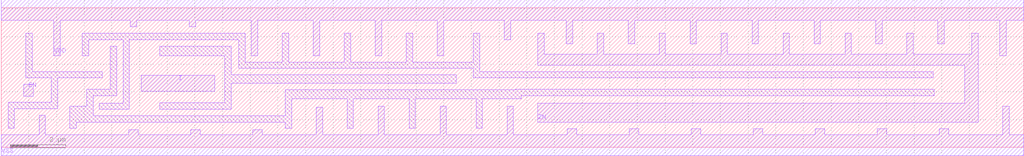
<source format=lef>
VERSION 5.7 ;
BUSBITCHARS "[]" ;
DIVIDERCHAR "/" ;

# Copyright 2022 GlobalFoundries PDK Authors
#
# Licensed under the Apache License, Version 2.0 (the "License");
# you may not use this file except in compliance with the License.
# You may obtain a copy of the License at
#
#      http://www.apache.org/licenses/LICENSE-2.0
#
# Unless required by applicable law or agreed to in writing, software
# distributed under the License is distributed on an "AS IS" BASIS,
# WITHOUT WARRANTIES OR CONDITIONS OF ANY KIND, either express or implied.
# See the License for the specific language governing permissions and
# limitations under the License.

MACRO gf180mcu_fd_sc_mcu9t5v0__addf_1
  CLASS core ;
  FOREIGN gf180mcu_fd_sc_mcu9t5v0__addf_1 0.0 0.0 ;
  ORIGIN 0 0 ;
  SYMMETRY X Y ;
  SITE GF018hv5v_green_sc9 ;
  SIZE 16.8 BY 5.04 ;
  PIN A
    DIRECTION INPUT ;
    ANTENNAGATEAREA 3.396 ;
    PORT
      LAYER Metal1 ;
        POLYGON 2.265 2.33 3.455 2.33 3.455 2.71 2.265 2.71  ;
    END
  END A
  PIN B
    DIRECTION INPUT ;
    ANTENNAGATEAREA 3.396 ;
    PORT
      LAYER Metal1 ;
        POLYGON 13.525 2.265 13.85 2.265 13.85 2.71 13.525 2.71  ;
    END
  END B
  PIN CI
    DIRECTION INPUT ;
    ANTENNAGATEAREA 2.547 ;
    PORT
      LAYER Metal1 ;
        POLYGON 3.89 2.115 7.975 2.115 11.91 2.115 11.91 1.77 12.11 1.77 12.17 1.77 12.17 2.115 12.55 2.115 12.55 2.345 12.11 2.345 7.975 2.345 3.89 2.345  ;
    END
  END CI
  PIN CO
    DIRECTION OUTPUT ;
    ANTENNADIFFAREA 1.386 ;
    PORT
      LAYER Metal1 ;
        POLYGON 15.83 2.89 16.145 2.89 16.145 0.845 16.475 0.845 16.475 3.685 15.83 3.685  ;
    END
  END CO
  PIN S
    DIRECTION OUTPUT ;
    ANTENNADIFFAREA 1.3244 ;
    PORT
      LAYER Metal1 ;
        POLYGON 0.15 0.845 0.575 0.845 0.575 3.83 0.15 3.83  ;
    END
  END S
  PIN VDD
    DIRECTION INOUT ;
    USE power ;
    SHAPE ABUTMENT ;
    PORT
      LAYER Metal1 ;
        POLYGON 0 4.59 1.365 4.59 1.365 3.875 1.595 3.875 1.595 4.59 4.615 4.59 6.625 4.59 6.625 3.61 6.855 3.61 6.855 4.59 7.93 4.59 8.665 4.59 8.665 3.14 8.895 3.14 8.895 4.59 10.705 4.59 10.705 3.505 10.935 3.505 10.935 4.59 11.955 4.59 15.125 4.59 15.125 3.875 15.355 3.875 15.355 4.59 15.795 4.59 16.8 4.59 16.8 5.34 15.795 5.34 11.955 5.34 7.93 5.34 4.615 5.34 0 5.34  ;
    END
  END VDD
  PIN VSS
    DIRECTION INOUT ;
    USE ground ;
    SHAPE ABUTMENT ;
    PORT
      LAYER Metal1 ;
        POLYGON 0 -0.3 16.8 -0.3 16.8 0.45 15.355 0.45 15.355 1.165 15.125 1.165 15.125 0.45 10.935 0.45 10.935 1.425 10.705 1.425 10.705 0.45 9.095 0.45 9.095 1.425 8.865 1.425 8.865 0.45 6.855 0.45 6.855 1.425 6.625 1.425 6.625 0.45 1.595 0.45 1.595 1.305 1.365 1.305 1.365 0.45 0 0.45  ;
    END
  END VSS
  OBS
      LAYER Metal1 ;
        POLYGON 2.035 2.94 4.615 2.94 4.615 3.79 4.385 3.79 4.385 3.17 1.805 3.17 1.805 2.06 0.87 2.06 0.87 1.655 4.385 1.655 4.385 1.315 4.615 1.315 4.615 1.885 2.035 1.885  ;
        POLYGON 5.605 3.035 7.93 3.035 7.93 3.265 5.835 3.265 5.835 3.845 5.605 3.845  ;
        POLYGON 5.505 1.315 5.735 1.315 5.735 1.655 7.745 1.655 7.745 1.315 7.975 1.315 7.975 1.885 5.505 1.885  ;
        POLYGON 9.685 3.035 11.955 3.035 11.955 3.845 11.725 3.845 11.725 3.265 9.915 3.265 9.915 3.845 9.685 3.845  ;
        POLYGON 9.585 1.315 9.815 1.315 9.815 1.655 11.45 1.655 11.45 1.31 12.11 1.31 12.11 1.54 11.68 1.54 11.68 1.885 9.585 1.885  ;
        POLYGON 5.01 2.575 13.075 2.575 13.075 2.94 14.08 2.94 14.08 2.005 12.945 2.005 12.945 1.315 13.175 1.315 13.175 1.775 15.795 1.775 15.795 2.115 14.31 2.115 14.31 3.17 13.075 3.17 13.075 3.685 12.845 3.685 12.845 2.805 5.01 2.805  ;
  END
END gf180mcu_fd_sc_mcu9t5v0__addf_1

# Copyright 2022 GlobalFoundries PDK Authors
#
# Licensed under the Apache License, Version 2.0 (the "License");
# you may not use this file except in compliance with the License.
# You may obtain a copy of the License at
#
#      http://www.apache.org/licenses/LICENSE-2.0
#
# Unless required by applicable law or agreed to in writing, software
# distributed under the License is distributed on an "AS IS" BASIS,
# WITHOUT WARRANTIES OR CONDITIONS OF ANY KIND, either express or implied.
# See the License for the specific language governing permissions and
# limitations under the License.

MACRO gf180mcu_fd_sc_mcu9t5v0__addf_2
  CLASS core ;
  FOREIGN gf180mcu_fd_sc_mcu9t5v0__addf_2 0.0 0.0 ;
  ORIGIN 0 0 ;
  SYMMETRY X Y ;
  SITE GF018hv5v_green_sc9 ;
  SIZE 19.04 BY 5.04 ;
  PIN A
    DIRECTION INPUT ;
    ANTENNAGATEAREA 4.7 ;
    PORT
      LAYER Metal1 ;
        POLYGON 3.425 2.33 4.605 2.33 4.605 2.71 3.425 2.71  ;
    END
  END A
  PIN B
    DIRECTION INPUT ;
    ANTENNAGATEAREA 4.7 ;
    PORT
      LAYER Metal1 ;
        POLYGON 14.71 2.15 16.11 2.15 16.11 2.71 14.71 2.71  ;
    END
  END B
  PIN CI
    DIRECTION INPUT ;
    ANTENNAGATEAREA 3.525 ;
    PORT
      LAYER Metal1 ;
        POLYGON 5.05 1.92 5.83 1.92 9.135 1.92 13.215 1.92 13.59 1.92 13.59 1.77 13.85 1.77 13.85 2.15 13.215 2.15 9.135 2.15 5.83 2.15 5.05 2.15  ;
    END
  END CI
  PIN CO
    DIRECTION OUTPUT ;
    ANTENNADIFFAREA 1.6224 ;
    PORT
      LAYER Metal1 ;
        POLYGON 17.165 0.845 17.77 0.845 17.77 2.71 17.395 2.71 17.395 3.685 17.165 3.685  ;
    END
  END CO
  PIN S
    DIRECTION OUTPUT ;
    ANTENNADIFFAREA 1.6224 ;
    PORT
      LAYER Metal1 ;
        POLYGON 1.27 0.845 1.855 0.845 1.855 3.83 1.27 3.83  ;
    END
  END S
  PIN VDD
    DIRECTION INOUT ;
    USE power ;
    SHAPE ABUTMENT ;
    PORT
      LAYER Metal1 ;
        POLYGON 0 4.59 0.605 4.59 0.605 3.845 0.835 3.845 0.835 4.59 2.645 4.59 2.645 3.845 2.875 3.845 2.875 4.59 5.83 4.59 7.785 4.59 7.785 3.905 8.015 3.905 8.015 4.59 9.035 4.59 10.025 4.59 10.025 3.435 10.255 3.435 10.255 4.59 11.765 4.59 11.765 3.435 11.995 3.435 11.995 4.59 13.115 4.59 15.965 4.59 15.965 3.905 16.195 3.905 16.195 4.59 16.935 4.59 18.185 4.59 18.185 3.845 18.415 3.845 18.415 4.59 19.04 4.59 19.04 5.34 16.935 5.34 13.115 5.34 9.035 5.34 5.83 5.34 0 5.34  ;
    END
  END VDD
  PIN VSS
    DIRECTION INOUT ;
    USE ground ;
    SHAPE ABUTMENT ;
    PORT
      LAYER Metal1 ;
        POLYGON 0 -0.3 19.04 -0.3 19.04 0.45 18.735 0.45 18.735 1.165 18.505 1.165 18.505 0.45 16.495 0.45 16.495 1.195 16.265 1.195 16.265 0.45 12.095 0.45 12.095 1.215 11.865 1.215 11.865 0.45 10.255 0.45 10.255 1.215 10.025 1.215 10.025 0.45 8.015 0.45 8.015 1.215 7.785 1.215 7.785 0.45 2.755 0.45 2.755 1.165 2.525 1.165 2.525 0.45 0.515 0.45 0.515 1.165 0.285 1.165 0.285 0.45 0 0.45  ;
    END
  END VSS
  OBS
      LAYER Metal1 ;
        POLYGON 2.085 1.775 2.965 1.775 2.965 1.37 5.83 1.37 5.83 1.6 3.195 1.6 3.195 2.94 5.545 2.94 5.545 2.875 5.775 2.875 5.775 3.685 5.545 3.685 5.545 3.17 2.965 3.17 2.965 2.115 2.085 2.115  ;
        POLYGON 6.71 2.93 9.035 2.93 9.035 3.74 8.805 3.74 8.805 3.16 6.71 3.16  ;
        POLYGON 6.665 1.315 6.895 1.315 6.895 1.445 8.905 1.445 8.905 1.315 9.135 1.315 9.135 1.675 6.665 1.675  ;
        POLYGON 10.745 2.93 13.115 2.93 13.115 3.74 12.885 3.74 12.885 3.16 10.975 3.16 10.975 3.74 10.745 3.74  ;
        POLYGON 10.745 1.315 10.975 1.315 10.975 1.445 12.985 1.445 12.985 1.315 13.215 1.315 13.215 1.675 10.745 1.675  ;
        POLYGON 6.07 2.47 14.335 2.47 14.335 2.985 16.705 2.985 16.705 1.655 14.05 1.655 14.05 1.37 14.39 1.37 14.39 1.425 16.935 1.425 16.935 3.215 14.105 3.215 14.105 2.7 6.07 2.7  ;
  END
END gf180mcu_fd_sc_mcu9t5v0__addf_2

# Copyright 2022 GlobalFoundries PDK Authors
#
# Licensed under the Apache License, Version 2.0 (the "License");
# you may not use this file except in compliance with the License.
# You may obtain a copy of the License at
#
#      http://www.apache.org/licenses/LICENSE-2.0
#
# Unless required by applicable law or agreed to in writing, software
# distributed under the License is distributed on an "AS IS" BASIS,
# WITHOUT WARRANTIES OR CONDITIONS OF ANY KIND, either express or implied.
# See the License for the specific language governing permissions and
# limitations under the License.

MACRO gf180mcu_fd_sc_mcu9t5v0__addf_4
  CLASS core ;
  FOREIGN gf180mcu_fd_sc_mcu9t5v0__addf_4 0.0 0.0 ;
  ORIGIN 0 0 ;
  SYMMETRY X Y ;
  SITE GF018hv5v_green_sc9 ;
  SIZE 23.52 BY 5.04 ;
  PIN A
    DIRECTION INPUT ;
    ANTENNAGATEAREA 4.7 ;
    PORT
      LAYER Metal1 ;
        POLYGON 5.705 1.86 6.785 1.86 6.785 2.71 5.705 2.71  ;
    END
  END A
  PIN B
    DIRECTION INPUT ;
    ANTENNAGATEAREA 4.7 ;
    PORT
      LAYER Metal1 ;
        POLYGON 16.965 2.33 18.53 2.33 18.53 2.71 16.965 2.71  ;
    END
  END B
  PIN CI
    DIRECTION INPUT ;
    ANTENNAGATEAREA 3.525 ;
    PORT
      LAYER Metal1 ;
        POLYGON 7.33 1.92 8.11 1.92 11.415 1.92 11.91 1.92 11.91 1.77 12.17 1.77 12.17 1.92 15.495 1.92 15.99 1.92 15.99 2.15 15.495 2.15 11.415 2.15 8.11 2.15 7.33 2.15  ;
    END
  END CI
  PIN CO
    DIRECTION OUTPUT ;
    ANTENNADIFFAREA 3.642 ;
    PORT
      LAYER Metal1 ;
        POLYGON 19.635 2.875 20.725 2.875 20.725 1.655 19.685 1.655 19.685 0.845 19.915 0.845 19.915 1.425 21.925 1.425 21.925 0.845 22.155 0.845 22.155 1.655 21.185 1.655 21.185 2.875 22.105 2.875 22.105 3.685 21.875 3.685 21.875 3.105 19.865 3.105 19.865 3.685 19.635 3.685  ;
    END
  END CO
  PIN S
    DIRECTION OUTPUT ;
    ANTENNADIFFAREA 3.81585 ;
    PORT
      LAYER Metal1 ;
        POLYGON 2.84 2.875 4.015 2.875 4.015 3.685 3.785 3.685 3.785 3.105 1.675 3.105 1.675 3.685 1.445 3.685 1.445 2.875 2.38 2.875 2.38 1.655 1.445 1.655 1.445 0.845 1.675 0.845 1.675 1.425 3.685 1.425 3.685 0.845 3.915 0.845 3.915 1.655 2.84 1.655  ;
    END
  END S
  PIN VDD
    DIRECTION INOUT ;
    USE power ;
    SHAPE ABUTMENT ;
    PORT
      LAYER Metal1 ;
        POLYGON 0 4.59 0.325 4.59 0.325 3.875 0.555 3.875 0.555 4.59 2.555 4.59 2.555 3.875 2.785 3.875 2.785 4.59 4.905 4.59 4.905 3.875 5.135 3.875 5.135 4.59 8.11 4.59 10.065 4.59 10.065 3.905 10.295 3.905 10.295 4.59 11.37 4.59 12.205 4.59 12.205 3.435 12.435 3.435 12.435 4.59 14.145 4.59 14.145 3.435 14.375 3.435 14.375 4.59 15.395 4.59 18.465 4.59 18.465 3.875 18.695 3.875 18.695 4.59 19.235 4.59 20.75 4.59 20.75 3.875 20.98 3.875 20.98 4.59 22.945 4.59 22.945 3.875 23.175 3.875 23.175 4.59 23.52 4.59 23.52 5.34 19.235 5.34 15.395 5.34 11.37 5.34 8.11 5.34 0 5.34  ;
    END
  END VDD
  PIN VSS
    DIRECTION INOUT ;
    USE ground ;
    SHAPE ABUTMENT ;
    PORT
      LAYER Metal1 ;
        POLYGON 0 -0.3 23.52 -0.3 23.52 0.45 23.275 0.45 23.275 1.165 23.045 1.165 23.045 0.45 21.035 0.45 21.035 1.165 20.805 1.165 20.805 0.45 18.795 0.45 18.795 1.165 18.565 1.165 18.565 0.45 14.375 0.45 14.375 1.215 14.145 1.215 14.145 0.45 12.535 0.45 12.535 1.215 12.305 1.215 12.305 0.45 10.295 0.45 10.295 1.215 10.065 1.215 10.065 0.45 5.035 0.45 5.035 1.165 4.805 1.165 4.805 0.45 2.795 0.45 2.795 1.165 2.565 1.165 2.565 0.45 0.555 0.45 0.555 1.165 0.325 1.165 0.325 0.45 0 0.45  ;
    END
  END VSS
  OBS
      LAYER Metal1 ;
        POLYGON 4.31 1.83 5.245 1.83 5.245 1.315 8.11 1.315 8.11 1.545 5.475 1.545 5.475 2.94 7.825 2.94 7.825 2.875 8.055 2.875 8.055 3.685 7.825 3.685 7.825 3.17 5.245 3.17 5.245 2.06 4.595 2.06 4.595 2.585 4.31 2.585  ;
        POLYGON 9.045 2.93 11.37 2.93 11.37 3.16 9.275 3.16 9.275 3.74 9.045 3.74  ;
        POLYGON 8.945 1.315 9.175 1.315 9.175 1.445 11.185 1.445 11.185 1.315 11.415 1.315 11.415 1.675 8.945 1.675  ;
        POLYGON 13.125 2.93 15.395 2.93 15.395 3.74 15.165 3.74 15.165 3.16 13.355 3.16 13.355 3.74 13.125 3.74  ;
        POLYGON 13.025 1.315 13.255 1.315 13.255 1.445 15.265 1.445 15.265 1.315 15.495 1.315 15.495 1.675 13.025 1.675  ;
        POLYGON 8.45 2.47 15.855 2.47 15.855 2.94 19.005 2.94 19.005 2.005 16.385 2.005 16.385 1.315 16.615 1.315 16.615 1.775 19.235 1.775 19.235 3.17 16.515 3.17 16.515 3.75 16.285 3.75 16.285 3.17 15.625 3.17 15.625 2.7 8.45 2.7  ;
  END
END gf180mcu_fd_sc_mcu9t5v0__addf_4

# Copyright 2022 GlobalFoundries PDK Authors
#
# Licensed under the Apache License, Version 2.0 (the "License");
# you may not use this file except in compliance with the License.
# You may obtain a copy of the License at
#
#      http://www.apache.org/licenses/LICENSE-2.0
#
# Unless required by applicable law or agreed to in writing, software
# distributed under the License is distributed on an "AS IS" BASIS,
# WITHOUT WARRANTIES OR CONDITIONS OF ANY KIND, either express or implied.
# See the License for the specific language governing permissions and
# limitations under the License.

MACRO gf180mcu_fd_sc_mcu9t5v0__addh_1
  CLASS core ;
  FOREIGN gf180mcu_fd_sc_mcu9t5v0__addh_1 0.0 0.0 ;
  ORIGIN 0 0 ;
  SYMMETRY X Y ;
  SITE GF018hv5v_green_sc9 ;
  SIZE 9.52 BY 5.04 ;
  PIN A
    DIRECTION INPUT ;
    ANTENNAGATEAREA 1.707 ;
    PORT
      LAYER Metal1 ;
        POLYGON 2.285 2.215 2.515 2.215 2.515 2.95 5.845 2.95 5.845 2.215 6.075 2.215 6.075 3.27 2.285 3.27  ;
    END
  END A
  PIN B
    DIRECTION INPUT ;
    ANTENNAGATEAREA 1.707 ;
    PORT
      LAYER Metal1 ;
        POLYGON 2.95 2.27 5.195 2.27 5.195 2.65 2.95 2.65  ;
    END
  END B
  PIN CO
    DIRECTION OUTPUT ;
    ANTENNADIFFAREA 1.386 ;
    PORT
      LAYER Metal1 ;
        POLYGON 0.15 0.845 0.575 0.845 0.575 4.36 0.15 4.36  ;
    END
  END CO
  PIN S
    DIRECTION OUTPUT ;
    ANTENNADIFFAREA 1.386 ;
    PORT
      LAYER Metal1 ;
        POLYGON 8.55 1.21 8.945 1.21 8.945 0.845 9.175 0.845 9.175 4.36 8.845 4.36 8.845 1.59 8.55 1.59  ;
    END
  END S
  PIN VDD
    DIRECTION INOUT ;
    USE power ;
    SHAPE ABUTMENT ;
    PORT
      LAYER Metal1 ;
        POLYGON 0 4.59 1.365 4.59 1.365 3.55 1.595 3.55 1.595 4.59 3.645 4.59 3.645 3.96 3.875 3.96 3.875 4.59 4.385 4.59 4.385 3.96 4.615 3.96 4.615 4.59 7.645 4.59 7.645 3.55 7.875 3.55 7.875 4.59 8.495 4.59 9.52 4.59 9.52 5.34 8.495 5.34 0 5.34  ;
    END
  END VDD
  PIN VSS
    DIRECTION INOUT ;
    USE ground ;
    SHAPE ABUTMENT ;
    PORT
      LAYER Metal1 ;
        POLYGON 0 -0.3 9.52 -0.3 9.52 0.45 7.875 0.45 7.875 1.355 7.645 1.355 7.645 0.45 1.595 0.45 1.595 1.35 1.365 1.35 1.365 0.45 0 0.45  ;
    END
  END VSS
  OBS
      LAYER Metal1 ;
        POLYGON 4.285 0.68 6.755 0.68 6.755 1.355 6.525 1.355 6.525 0.91 4.515 0.91 4.515 1.355 4.285 1.355  ;
        POLYGON 2.055 3.5 6.725 3.5 6.725 2.27 7.35 2.27 7.35 2.5 6.955 2.5 6.955 3.73 2.855 3.73 2.855 4.36 2.625 4.36 2.625 3.73 1.825 3.73 1.825 2.555 0.925 2.555 0.925 2.215 1.825 2.215 1.825 1.07 3.85 1.07 3.85 1.3 2.055 1.3  ;
        POLYGON 6.57 3.96 7.185 3.96 7.185 3.09 7.58 3.09 7.58 1.985 5.405 1.985 5.405 1.14 5.635 1.14 5.635 1.755 7.81 1.755 7.81 2.215 8.495 2.215 8.495 2.555 7.81 2.555 7.81 3.32 7.415 3.32 7.415 4.19 6.57 4.19  ;
  END
END gf180mcu_fd_sc_mcu9t5v0__addh_1

# Copyright 2022 GlobalFoundries PDK Authors
#
# Licensed under the Apache License, Version 2.0 (the "License");
# you may not use this file except in compliance with the License.
# You may obtain a copy of the License at
#
#      http://www.apache.org/licenses/LICENSE-2.0
#
# Unless required by applicable law or agreed to in writing, software
# distributed under the License is distributed on an "AS IS" BASIS,
# WITHOUT WARRANTIES OR CONDITIONS OF ANY KIND, either express or implied.
# See the License for the specific language governing permissions and
# limitations under the License.

MACRO gf180mcu_fd_sc_mcu9t5v0__addh_2
  CLASS core ;
  FOREIGN gf180mcu_fd_sc_mcu9t5v0__addh_2 0.0 0.0 ;
  ORIGIN 0 0 ;
  SYMMETRY X Y ;
  SITE GF018hv5v_green_sc9 ;
  SIZE 11.76 BY 5.04 ;
  PIN A
    DIRECTION INPUT ;
    ANTENNAGATEAREA 3.414 ;
    PORT
      LAYER Metal1 ;
        POLYGON 3.03 2.27 3.84 2.27 3.84 2.94 5.75 2.94 5.75 2.27 7.16 2.27 7.16 2.5 6.01 2.5 6.01 3.17 3.61 3.17 3.61 2.5 3.03 2.5  ;
    END
  END A
  PIN B
    DIRECTION INPUT ;
    ANTENNAGATEAREA 3.414 ;
    PORT
      LAYER Metal1 ;
        POLYGON 4.07 2.15 4.33 2.15 4.33 2.71 4.07 2.71  ;
    END
  END B
  PIN CO
    DIRECTION OUTPUT ;
    ANTENNADIFFAREA 1.821 ;
    PORT
      LAYER Metal1 ;
        POLYGON 1.27 0.77 1.615 0.77 1.615 4.355 1.27 4.355  ;
    END
  END CO
  PIN S
    DIRECTION OUTPUT ;
    ANTENNADIFFAREA 1.7295 ;
    PORT
      LAYER Metal1 ;
        POLYGON 9.985 0.77 10.49 0.77 10.49 1.59 10.215 1.59 10.215 4.355 9.985 4.355  ;
    END
  END S
  PIN VDD
    DIRECTION INOUT ;
    USE power ;
    SHAPE ABUTMENT ;
    PORT
      LAYER Metal1 ;
        POLYGON 0 4.59 0.315 4.59 0.315 3.875 0.545 3.875 0.545 4.59 2.455 4.59 2.455 3.875 2.685 3.875 2.685 4.59 4.545 4.59 4.545 3.875 4.775 3.875 4.775 4.59 5.365 4.59 5.365 3.875 5.595 3.875 5.595 4.59 8.865 4.59 8.865 3.875 9.095 3.875 9.095 4.59 9.635 4.59 11.055 4.59 11.055 3.875 11.285 3.875 11.285 4.59 11.76 4.59 11.76 5.34 9.635 5.34 0 5.34  ;
    END
  END VDD
  PIN VSS
    DIRECTION INOUT ;
    USE ground ;
    SHAPE ABUTMENT ;
    PORT
      LAYER Metal1 ;
        POLYGON 0 -0.3 11.76 -0.3 11.76 0.45 11.335 0.45 11.335 1.58 11.105 1.58 11.105 0.45 9.095 0.45 9.095 1.58 8.865 1.58 8.865 0.45 2.735 0.45 2.735 1.58 2.505 1.58 2.505 0.45 0.495 0.45 0.495 1.58 0.265 1.58 0.265 0.45 0 0.45  ;
    END
  END VSS
  OBS
      LAYER Metal1 ;
        POLYGON 5.265 0.68 7.735 0.68 7.735 1.11 7.505 1.11 7.505 0.91 5.345 0.91 5.345 1.58 5.265 1.58  ;
        POLYGON 2.015 1.855 2.245 1.855 2.245 2.385 2.8 2.385 2.8 3.4 7.945 3.4 7.945 2.04 4.545 2.04 4.545 0.77 4.775 0.77 4.775 1.81 8.175 1.81 8.175 3.63 3.755 3.63 3.755 4.325 3.525 4.325 3.525 3.63 2.57 3.63 2.57 2.665 2.015 2.665  ;
        POLYGON 7.505 3.875 8.405 3.875 8.405 1.57 6.385 1.57 6.385 1.14 6.615 1.14 6.615 1.34 8.635 1.34 8.635 2.27 9.4 2.27 9.4 1.835 9.635 1.835 9.635 2.645 8.635 2.645 8.635 4.215 7.505 4.215  ;
  END
END gf180mcu_fd_sc_mcu9t5v0__addh_2

# Copyright 2022 GlobalFoundries PDK Authors
#
# Licensed under the Apache License, Version 2.0 (the "License");
# you may not use this file except in compliance with the License.
# You may obtain a copy of the License at
#
#      http://www.apache.org/licenses/LICENSE-2.0
#
# Unless required by applicable law or agreed to in writing, software
# distributed under the License is distributed on an "AS IS" BASIS,
# WITHOUT WARRANTIES OR CONDITIONS OF ANY KIND, either express or implied.
# See the License for the specific language governing permissions and
# limitations under the License.

MACRO gf180mcu_fd_sc_mcu9t5v0__addh_4
  CLASS core ;
  FOREIGN gf180mcu_fd_sc_mcu9t5v0__addh_4 0.0 0.0 ;
  ORIGIN 0 0 ;
  SYMMETRY X Y ;
  SITE GF018hv5v_green_sc9 ;
  SIZE 21.28 BY 5.04 ;
  PIN A
    DIRECTION INPUT ;
    ANTENNAGATEAREA 6.3 ;
    PORT
      LAYER Metal1 ;
        POLYGON 1.1 2.215 1.33 2.215 1.33 2.63 3.93 2.63 3.93 2.285 6.45 2.285 6.45 2.63 7.85 2.63 7.85 2.27 9.86 2.27 9.86 2.5 8.08 2.5 8.08 2.86 1.1 2.86  ;
    END
  END A
  PIN B
    DIRECTION INPUT ;
    ANTENNAGATEAREA 6.3 ;
    PORT
      LAYER Metal1 ;
        POLYGON 1.77 1.825 6.91 1.825 6.91 2.17 7.62 2.17 7.62 2.4 6.68 2.4 6.68 2.055 3.05 2.055 3.05 2.4 1.77 2.4  ;
    END
  END B
  PIN CO
    DIRECTION OUTPUT ;
    ANTENNADIFFAREA 3.5505 ;
    PORT
      LAYER Metal1 ;
        POLYGON 12.47 1.365 15.15 1.365 15.15 1.595 12.805 1.595 12.805 2.985 15.1 2.985 15.1 3.215 12.47 3.215  ;
    END
  END CO
  PIN S
    DIRECTION OUTPUT ;
    ANTENNADIFFAREA 3.6603 ;
    PORT
      LAYER Metal1 ;
        POLYGON 16.95 2.96 18.59 2.96 19.075 2.96 19.075 1.79 16.95 1.79 16.95 0.695 17.335 0.695 17.335 1.43 19.345 1.43 19.345 0.695 19.575 0.695 19.575 1.79 19.435 1.79 19.435 4.36 19.205 4.36 19.205 3.32 18.59 3.32 17.235 3.32 17.235 4.36 16.95 4.36  ;
    END
  END S
  PIN VDD
    DIRECTION INOUT ;
    USE power ;
    SHAPE ABUTMENT ;
    PORT
      LAYER Metal1 ;
        POLYGON 0 4.59 0.295 4.59 0.295 3.55 0.525 3.55 0.525 4.59 2.335 4.59 2.335 3.55 2.565 3.55 2.565 4.59 4.425 4.59 4.425 3.55 4.655 3.55 4.655 4.59 7.915 4.59 7.915 4.01 8.145 4.01 8.145 4.59 11.275 4.59 11.275 4.01 11.505 4.01 11.505 4.59 13.695 4.59 13.695 4.01 13.925 4.01 13.925 4.59 15.885 4.59 15.885 3.55 16.115 3.55 16.115 4.59 18.125 4.59 18.125 3.55 18.355 3.55 18.355 4.59 18.59 4.59 20.335 4.59 20.335 3.55 20.565 3.55 20.565 4.59 21.28 4.59 21.28 5.34 18.59 5.34 0 5.34  ;
    END
  END VDD
  PIN VSS
    DIRECTION INOUT ;
    USE ground ;
    SHAPE ABUTMENT ;
    PORT
      LAYER Metal1 ;
        POLYGON 0 -0.3 21.28 -0.3 21.28 0.45 20.695 0.45 20.695 1.2 20.465 1.2 20.465 0.45 18.455 0.45 18.455 1.2 18.225 1.2 18.225 0.45 16.215 0.45 16.215 1.2 15.985 1.2 15.985 0.675 11.735 0.675 11.735 1.125 11.505 1.125 11.505 0.45 4.655 0.45 4.655 1.595 4.425 1.595 4.425 0.45 0.475 0.45 0.475 1.2 0.245 1.2 0.245 0.45 0 0.45  ;
    END
  END VSS
  OBS
      LAYER Metal1 ;
        POLYGON 5.67 0.845 10.49 0.845 10.49 1.075 5.67 1.075  ;
        POLYGON 0.87 3.09 10.09 3.09 10.09 2.27 12.23 2.27 12.23 2.5 10.32 2.5 10.32 3.32 3.635 3.32 3.635 4.36 3.405 4.36 3.405 3.32 1.545 3.32 1.545 4.36 1.315 4.36 1.315 3.32 0.64 3.32 0.64 1.365 2.385 1.365 2.385 0.695 2.615 0.695 2.615 1.595 0.87 1.595  ;
        POLYGON 5.725 3.55 15.38 3.55 15.38 1.135 12.195 1.135 12.195 1.585 6.79 1.585 6.79 1.355 11.965 1.355 11.965 0.905 15.61 0.905 15.61 2.215 18.59 2.215 18.59 2.555 15.61 2.555 15.61 3.78 10.385 3.78 10.385 4.36 10.155 4.36 10.155 3.78 5.955 3.78 5.955 4.36 5.725 4.36  ;
  END
END gf180mcu_fd_sc_mcu9t5v0__addh_4

# Copyright 2022 GlobalFoundries PDK Authors
#
# Licensed under the Apache License, Version 2.0 (the "License");
# you may not use this file except in compliance with the License.
# You may obtain a copy of the License at
#
#      http://www.apache.org/licenses/LICENSE-2.0
#
# Unless required by applicable law or agreed to in writing, software
# distributed under the License is distributed on an "AS IS" BASIS,
# WITHOUT WARRANTIES OR CONDITIONS OF ANY KIND, either express or implied.
# See the License for the specific language governing permissions and
# limitations under the License.

MACRO gf180mcu_fd_sc_mcu9t5v0__and2_1
  CLASS core ;
  FOREIGN gf180mcu_fd_sc_mcu9t5v0__and2_1 0.0 0.0 ;
  ORIGIN 0 0 ;
  SYMMETRY X Y ;
  SITE GF018hv5v_green_sc9 ;
  SIZE 4.48 BY 5.04 ;
  PIN A1
    DIRECTION INPUT ;
    ANTENNAGATEAREA 0.806 ;
    PORT
      LAYER Metal1 ;
        POLYGON 0.115 2.15 0.97 2.15 0.97 2.96 0.71 2.96 0.71 2.71 0.115 2.71  ;
    END
  END A1
  PIN A2
    DIRECTION INPUT ;
    ANTENNAGATEAREA 0.806 ;
    PORT
      LAYER Metal1 ;
        POLYGON 1.83 2.15 2.715 2.15 2.715 2.71 2.06 2.71 2.06 2.96 1.83 2.96  ;
    END
  END A2
  PIN Z
    DIRECTION OUTPUT ;
    ANTENNADIFFAREA 1.386 ;
    PORT
      LAYER Metal1 ;
        POLYGON 3.51 0.845 3.855 0.845 3.855 3.685 3.51 3.685  ;
    END
  END Z
  PIN VDD
    DIRECTION INOUT ;
    USE power ;
    SHAPE ABUTMENT ;
    PORT
      LAYER Metal1 ;
        POLYGON 0 4.59 0.245 4.59 0.245 4.345 0.475 4.345 0.475 4.59 2.285 4.59 2.285 4.345 2.515 4.345 2.515 4.59 3.175 4.59 4.48 4.59 4.48 5.34 3.175 5.34 0 5.34  ;
    END
  END VDD
  PIN VSS
    DIRECTION INOUT ;
    USE ground ;
    SHAPE ABUTMENT ;
    PORT
      LAYER Metal1 ;
        POLYGON 0 -0.3 4.48 -0.3 4.48 0.45 2.735 0.45 2.735 1.165 2.505 1.165 2.505 0.45 0 0.45  ;
    END
  END VSS
  OBS
      LAYER Metal1 ;
        POLYGON 1.21 3.885 2.945 3.885 2.945 1.625 0.19 1.625 0.19 1.37 0.53 1.37 0.53 1.395 3.175 1.395 3.175 4.115 1.55 4.115 1.55 4.17 1.21 4.17  ;
  END
END gf180mcu_fd_sc_mcu9t5v0__and2_1

# Copyright 2022 GlobalFoundries PDK Authors
#
# Licensed under the Apache License, Version 2.0 (the "License");
# you may not use this file except in compliance with the License.
# You may obtain a copy of the License at
#
#      http://www.apache.org/licenses/LICENSE-2.0
#
# Unless required by applicable law or agreed to in writing, software
# distributed under the License is distributed on an "AS IS" BASIS,
# WITHOUT WARRANTIES OR CONDITIONS OF ANY KIND, either express or implied.
# See the License for the specific language governing permissions and
# limitations under the License.

MACRO gf180mcu_fd_sc_mcu9t5v0__and2_2
  CLASS core ;
  FOREIGN gf180mcu_fd_sc_mcu9t5v0__and2_2 0.0 0.0 ;
  ORIGIN 0 0 ;
  SYMMETRY X Y ;
  SITE GF018hv5v_green_sc9 ;
  SIZE 5.04 BY 5.04 ;
  PIN A1
    DIRECTION INPUT ;
    ANTENNAGATEAREA 1.612 ;
    PORT
      LAYER Metal1 ;
        POLYGON 0.15 2.33 0.71 2.33 0.71 1.905 0.97 1.905 0.97 2.715 0.15 2.715  ;
    END
  END A1
  PIN A2
    DIRECTION INPUT ;
    ANTENNAGATEAREA 1.612 ;
    PORT
      LAYER Metal1 ;
        POLYGON 1.27 2.33 1.83 2.33 1.83 1.9 2.09 1.9 2.09 2.71 1.27 2.71  ;
    END
  END A2
  PIN Z
    DIRECTION OUTPUT ;
    ANTENNADIFFAREA 1.638 ;
    PORT
      LAYER Metal1 ;
        POLYGON 3.42 0.845 3.77 0.845 3.77 3.685 3.42 3.685  ;
    END
  END Z
  PIN VDD
    DIRECTION INOUT ;
    USE power ;
    SHAPE ABUTMENT ;
    PORT
      LAYER Metal1 ;
        POLYGON 0 4.59 0.26 4.59 0.26 3.685 0.49 3.685 0.49 4.59 2.52 4.59 2.52 3.875 2.75 3.875 2.75 4.59 2.97 4.59 4.56 4.59 4.56 3.875 4.79 3.875 4.79 4.59 5.04 4.59 5.04 5.34 2.97 5.34 0 5.34  ;
    END
  END VDD
  PIN VSS
    DIRECTION INOUT ;
    USE ground ;
    SHAPE ABUTMENT ;
    PORT
      LAYER Metal1 ;
        POLYGON 0 -0.3 5.04 -0.3 5.04 0.45 4.77 0.45 4.77 1.165 4.54 1.165 4.54 0.45 2.53 0.45 2.53 1.165 2.3 1.165 2.3 0.45 0 0.45  ;
    END
  END VSS
  OBS
      LAYER Metal1 ;
        POLYGON 1.28 2.94 2.74 2.94 2.74 1.655 0.26 1.655 0.26 0.845 0.49 0.845 0.49 1.425 2.97 1.425 2.97 3.17 1.51 3.17 1.51 3.75 1.28 3.75  ;
  END
END gf180mcu_fd_sc_mcu9t5v0__and2_2

# Copyright 2022 GlobalFoundries PDK Authors
#
# Licensed under the Apache License, Version 2.0 (the "License");
# you may not use this file except in compliance with the License.
# You may obtain a copy of the License at
#
#      http://www.apache.org/licenses/LICENSE-2.0
#
# Unless required by applicable law or agreed to in writing, software
# distributed under the License is distributed on an "AS IS" BASIS,
# WITHOUT WARRANTIES OR CONDITIONS OF ANY KIND, either express or implied.
# See the License for the specific language governing permissions and
# limitations under the License.

MACRO gf180mcu_fd_sc_mcu9t5v0__and2_4
  CLASS core ;
  FOREIGN gf180mcu_fd_sc_mcu9t5v0__and2_4 0.0 0.0 ;
  ORIGIN 0 0 ;
  SYMMETRY X Y ;
  SITE GF018hv5v_green_sc9 ;
  SIZE 9.52 BY 5.04 ;
  PIN A1
    DIRECTION INPUT ;
    ANTENNAGATEAREA 3.224 ;
    PORT
      LAYER Metal1 ;
        POLYGON 1.205 1.21 2.09 1.21 2.09 2.06 1.205 2.06  ;
    END
  END A1
  PIN A2
    DIRECTION INPUT ;
    ANTENNAGATEAREA 3.224 ;
    PORT
      LAYER Metal1 ;
        POLYGON 0.355 1.77 0.97 1.77 0.97 2.29 4.03 2.29 4.03 2.715 0.355 2.715  ;
    END
  END A2
  PIN Z
    DIRECTION OUTPUT ;
    ANTENNADIFFAREA 3.276 ;
    PORT
      LAYER Metal1 ;
        POLYGON 5.445 2.79 6.465 2.79 7.485 2.79 7.485 1.6 5.39 1.6 5.39 0.9 8.085 0.9 8.085 3.685 6.465 3.685 5.445 3.685  ;
    END
  END Z
  PIN VDD
    DIRECTION INOUT ;
    USE power ;
    SHAPE ABUTMENT ;
    PORT
      LAYER Metal1 ;
        POLYGON 0 4.59 0.245 4.59 0.245 3.875 0.475 3.875 0.475 4.59 2.285 4.59 2.285 3.875 2.515 3.875 2.515 4.59 4.325 4.59 4.325 3.875 4.555 3.875 4.555 4.59 6.465 4.59 6.545 4.59 6.545 4.23 6.775 4.23 6.775 4.59 8.585 4.59 8.585 4.225 8.815 4.225 8.815 4.59 9.52 4.59 9.52 5.34 6.465 5.34 0 5.34  ;
    END
  END VDD
  PIN VSS
    DIRECTION INOUT ;
    USE ground ;
    SHAPE ABUTMENT ;
    PORT
      LAYER Metal1 ;
        POLYGON 0 -0.3 9.52 -0.3 9.52 0.45 9.035 0.45 9.035 1.165 8.805 1.165 8.805 0.45 6.85 0.45 6.85 0.64 6.51 0.64 6.51 0.45 4.555 0.45 4.555 1.165 4.325 1.165 4.325 0.45 0.475 0.45 0.475 1.165 0.245 1.165 0.245 0.45 0 0.45  ;
    END
  END VSS
  OBS
      LAYER Metal1 ;
        POLYGON 1.265 2.95 4.765 2.95 4.765 1.655 2.32 1.655 2.32 0.845 2.55 0.845 2.55 1.425 4.995 1.425 4.995 1.975 6.465 1.975 6.465 2.315 4.995 2.315 4.995 3.18 3.535 3.18 3.535 3.875 3.305 3.875 3.305 3.18 1.495 3.18 1.495 3.875 1.265 3.875  ;
  END
END gf180mcu_fd_sc_mcu9t5v0__and2_4

# Copyright 2022 GlobalFoundries PDK Authors
#
# Licensed under the Apache License, Version 2.0 (the "License");
# you may not use this file except in compliance with the License.
# You may obtain a copy of the License at
#
#      http://www.apache.org/licenses/LICENSE-2.0
#
# Unless required by applicable law or agreed to in writing, software
# distributed under the License is distributed on an "AS IS" BASIS,
# WITHOUT WARRANTIES OR CONDITIONS OF ANY KIND, either express or implied.
# See the License for the specific language governing permissions and
# limitations under the License.

MACRO gf180mcu_fd_sc_mcu9t5v0__and3_1
  CLASS core ;
  FOREIGN gf180mcu_fd_sc_mcu9t5v0__and3_1 0.0 0.0 ;
  ORIGIN 0 0 ;
  SYMMETRY X Y ;
  SITE GF018hv5v_green_sc9 ;
  SIZE 5.6 BY 5.04 ;
  PIN A1
    DIRECTION INPUT ;
    ANTENNAGATEAREA 0.761 ;
    PORT
      LAYER Metal1 ;
        POLYGON 0.125 2.74 1.145 2.74 1.145 3.345 0.125 3.345  ;
    END
  END A1
  PIN A2
    DIRECTION INPUT ;
    ANTENNAGATEAREA 0.761 ;
    PORT
      LAYER Metal1 ;
        POLYGON 1.82 2.74 2.725 2.74 2.725 3.375 1.82 3.375  ;
    END
  END A2
  PIN A3
    DIRECTION INPUT ;
    ANTENNAGATEAREA 0.761 ;
    PORT
      LAYER Metal1 ;
        POLYGON 0.565 1.77 2.955 1.77 2.955 2.15 0.565 2.15  ;
    END
  END A3
  PIN Z
    DIRECTION OUTPUT ;
    ANTENNADIFFAREA 1.386 ;
    PORT
      LAYER Metal1 ;
        POLYGON 4.63 0.845 4.995 0.845 4.995 3.83 4.63 3.83  ;
    END
  END Z
  PIN VDD
    DIRECTION INOUT ;
    USE power ;
    SHAPE ABUTMENT ;
    PORT
      LAYER Metal1 ;
        POLYGON 0 4.59 1.265 4.59 1.265 4.345 1.495 4.345 1.495 4.59 3.645 4.59 3.645 4.345 3.875 4.345 3.875 4.59 4.315 4.59 5.6 4.59 5.6 5.34 4.315 5.34 0 5.34  ;
    END
  END VDD
  PIN VSS
    DIRECTION INOUT ;
    USE ground ;
    SHAPE ABUTMENT ;
    PORT
      LAYER Metal1 ;
        POLYGON 0 -0.3 5.6 -0.3 5.6 0.45 3.875 0.45 3.875 1.35 3.645 1.35 3.645 0.45 0 0.45  ;
    END
  END VSS
  OBS
      LAYER Metal1 ;
        POLYGON 0.245 3.885 3.185 3.885 3.185 0.98 0.475 0.98 0.475 1.355 0.245 1.355 0.245 0.75 3.415 0.75 3.415 1.775 4.315 1.775 4.315 2.115 3.415 2.115 3.415 4.315 2.285 4.315 2.285 4.115 0.475 4.115 0.475 4.315 0.245 4.315  ;
  END
END gf180mcu_fd_sc_mcu9t5v0__and3_1

# Copyright 2022 GlobalFoundries PDK Authors
#
# Licensed under the Apache License, Version 2.0 (the "License");
# you may not use this file except in compliance with the License.
# You may obtain a copy of the License at
#
#      http://www.apache.org/licenses/LICENSE-2.0
#
# Unless required by applicable law or agreed to in writing, software
# distributed under the License is distributed on an "AS IS" BASIS,
# WITHOUT WARRANTIES OR CONDITIONS OF ANY KIND, either express or implied.
# See the License for the specific language governing permissions and
# limitations under the License.

MACRO gf180mcu_fd_sc_mcu9t5v0__and3_2
  CLASS core ;
  FOREIGN gf180mcu_fd_sc_mcu9t5v0__and3_2 0.0 0.0 ;
  ORIGIN 0 0 ;
  SYMMETRY X Y ;
  SITE GF018hv5v_green_sc9 ;
  SIZE 6.16 BY 5.04 ;
  PIN A1
    DIRECTION INPUT ;
    ANTENNAGATEAREA 1.522 ;
    PORT
      LAYER Metal1 ;
        POLYGON 0.115 2.15 0.97 2.15 0.97 2.71 0.115 2.71  ;
    END
  END A1
  PIN A2
    DIRECTION INPUT ;
    ANTENNAGATEAREA 1.522 ;
    PORT
      LAYER Metal1 ;
        POLYGON 1.21 2.15 2.09 2.15 2.09 2.71 1.21 2.71  ;
    END
  END A2
  PIN A3
    DIRECTION INPUT ;
    ANTENNAGATEAREA 1.522 ;
    PORT
      LAYER Metal1 ;
        POLYGON 2.39 2.29 3.21 2.29 3.21 2.71 2.39 2.71  ;
    END
  END A3
  PIN Z
    DIRECTION OUTPUT ;
    ANTENNADIFFAREA 1.638 ;
    PORT
      LAYER Metal1 ;
        POLYGON 4.48 0.845 4.89 0.845 4.89 3.685 4.48 3.685  ;
    END
  END Z
  PIN VDD
    DIRECTION INOUT ;
    USE power ;
    SHAPE ABUTMENT ;
    PORT
      LAYER Metal1 ;
        POLYGON 0 4.59 1.32 4.59 1.32 3.875 1.55 3.875 1.55 4.59 3.36 4.59 3.36 3.875 3.59 3.875 3.59 4.59 4.21 4.59 5.58 4.59 5.58 3.875 5.81 3.875 5.81 4.59 6.16 4.59 6.16 5.34 4.21 5.34 0 5.34  ;
    END
  END VDD
  PIN VSS
    DIRECTION INOUT ;
    USE ground ;
    SHAPE ABUTMENT ;
    PORT
      LAYER Metal1 ;
        POLYGON 0 -0.3 6.16 -0.3 6.16 0.45 5.83 0.45 5.83 1.165 5.6 1.165 5.6 0.45 3.59 0.45 3.59 1.165 3.36 1.165 3.36 0.45 0 0.45  ;
    END
  END VSS
  OBS
      LAYER Metal1 ;
        POLYGON 0.245 3.3 3.98 3.3 3.98 1.92 0.3 1.92 0.3 0.845 0.53 0.845 0.53 1.69 4.21 1.69 4.21 3.53 2.57 3.53 2.57 4.11 2.34 4.11 2.34 3.53 0.245 3.53  ;
  END
END gf180mcu_fd_sc_mcu9t5v0__and3_2

# Copyright 2022 GlobalFoundries PDK Authors
#
# Licensed under the Apache License, Version 2.0 (the "License");
# you may not use this file except in compliance with the License.
# You may obtain a copy of the License at
#
#      http://www.apache.org/licenses/LICENSE-2.0
#
# Unless required by applicable law or agreed to in writing, software
# distributed under the License is distributed on an "AS IS" BASIS,
# WITHOUT WARRANTIES OR CONDITIONS OF ANY KIND, either express or implied.
# See the License for the specific language governing permissions and
# limitations under the License.

MACRO gf180mcu_fd_sc_mcu9t5v0__and3_4
  CLASS core ;
  FOREIGN gf180mcu_fd_sc_mcu9t5v0__and3_4 0.0 0.0 ;
  ORIGIN 0 0 ;
  SYMMETRY X Y ;
  SITE GF018hv5v_green_sc9 ;
  SIZE 11.2 BY 5.04 ;
  PIN A1
    DIRECTION INPUT ;
    ANTENNAGATEAREA 3.044 ;
    PORT
      LAYER Metal1 ;
        POLYGON 1.245 1.73 3.115 1.73 3.115 2.15 1.245 2.15  ;
    END
  END A1
  PIN A2
    DIRECTION INPUT ;
    ANTENNAGATEAREA 3.044 ;
    PORT
      LAYER Metal1 ;
        POLYGON 1.79 2.38 3.995 2.38 3.995 1.77 5 1.77 5 2.61 1.79 2.61  ;
    END
  END A2
  PIN A3
    DIRECTION INPUT ;
    ANTENNAGATEAREA 3.044 ;
    PORT
      LAYER Metal1 ;
        POLYGON 0.15 2.33 0.995 2.33 0.995 2.84 5.785 2.84 5.785 2.415 6.02 2.415 6.02 3.07 0.15 3.07  ;
    END
  END A3
  PIN Z
    DIRECTION OUTPUT ;
    ANTENNADIFFAREA 3.276 ;
    PORT
      LAYER Metal1 ;
        POLYGON 7.55 2.925 9.26 2.925 9.58 2.925 9.58 1.6 7.25 1.6 7.25 0.895 9.93 0.895 9.93 3.63 9.26 3.63 7.55 3.63  ;
    END
  END Z
  PIN VDD
    DIRECTION INOUT ;
    USE power ;
    SHAPE ABUTMENT ;
    PORT
      LAYER Metal1 ;
        POLYGON 0 4.59 0.245 4.59 0.245 3.505 0.475 3.505 0.475 4.59 2.285 4.59 2.285 3.975 2.515 3.975 2.515 4.59 4.325 4.59 4.325 3.975 4.555 3.975 4.555 4.59 6.585 4.59 6.585 3.875 6.815 3.875 6.815 4.59 8.625 4.59 8.625 3.875 8.855 3.875 8.855 4.59 9.26 4.59 10.665 4.59 10.665 3.875 10.895 3.875 10.895 4.59 11.2 4.59 11.2 5.34 9.26 5.34 0 5.34  ;
    END
  END VDD
  PIN VSS
    DIRECTION INOUT ;
    USE ground ;
    SHAPE ABUTMENT ;
    PORT
      LAYER Metal1 ;
        POLYGON 0 -0.3 11.2 -0.3 11.2 0.45 10.895 0.45 10.895 1.165 10.665 1.165 10.665 0.45 8.71 0.45 8.71 0.64 8.37 0.64 8.37 0.45 6.415 0.45 6.415 1.165 6.185 1.165 6.185 0.45 0.555 0.45 0.555 0.695 0.325 0.695 0.325 0.45 0 0.45  ;
    END
  END VSS
  OBS
      LAYER Metal1 ;
        POLYGON 1.265 3.3 6.625 3.3 6.625 1.625 5.5 1.625 5.5 1.52 3.305 1.52 3.305 0.71 3.535 0.71 3.535 1.29 5.755 1.29 5.755 1.395 6.855 1.395 6.855 1.97 9.26 1.97 9.26 2.31 6.855 2.31 6.855 3.53 5.575 3.53 5.575 4.11 5.345 4.11 5.345 3.53 3.535 3.53 3.535 4.11 3.305 4.11 3.305 3.53 1.495 3.53 1.495 4.11 1.265 4.11  ;
  END
END gf180mcu_fd_sc_mcu9t5v0__and3_4

# Copyright 2022 GlobalFoundries PDK Authors
#
# Licensed under the Apache License, Version 2.0 (the "License");
# you may not use this file except in compliance with the License.
# You may obtain a copy of the License at
#
#      http://www.apache.org/licenses/LICENSE-2.0
#
# Unless required by applicable law or agreed to in writing, software
# distributed under the License is distributed on an "AS IS" BASIS,
# WITHOUT WARRANTIES OR CONDITIONS OF ANY KIND, either express or implied.
# See the License for the specific language governing permissions and
# limitations under the License.

MACRO gf180mcu_fd_sc_mcu9t5v0__and4_1
  CLASS core ;
  FOREIGN gf180mcu_fd_sc_mcu9t5v0__and4_1 0.0 0.0 ;
  ORIGIN 0 0 ;
  SYMMETRY X Y ;
  SITE GF018hv5v_green_sc9 ;
  SIZE 6.16 BY 5.04 ;
  PIN A1
    DIRECTION INPUT ;
    ANTENNAGATEAREA 0.716 ;
    PORT
      LAYER Metal1 ;
        POLYGON 0.115 2.165 0.975 2.165 0.975 2.71 0.115 2.71  ;
    END
  END A1
  PIN A2
    DIRECTION INPUT ;
    ANTENNAGATEAREA 0.716 ;
    PORT
      LAYER Metal1 ;
        POLYGON 1.23 1.21 2.09 1.21 2.09 2.115 1.23 2.115  ;
    END
  END A2
  PIN A3
    DIRECTION INPUT ;
    ANTENNAGATEAREA 0.716 ;
    PORT
      LAYER Metal1 ;
        POLYGON 2.32 1.21 3.21 1.21 3.21 2.115 2.32 2.115  ;
    END
  END A3
  PIN A4
    DIRECTION INPUT ;
    ANTENNAGATEAREA 0.716 ;
    PORT
      LAYER Metal1 ;
        POLYGON 3.83 2.33 4.5 2.33 4.5 2.71 3.83 2.71  ;
    END
  END A4
  PIN Z
    DIRECTION OUTPUT ;
    ANTENNADIFFAREA 1.386 ;
    PORT
      LAYER Metal1 ;
        POLYGON 5.19 2.89 5.235 2.89 5.585 2.89 5.585 0.845 6.045 0.845 6.045 3.685 5.235 3.685 5.19 3.685  ;
    END
  END Z
  PIN VDD
    DIRECTION INOUT ;
    USE power ;
    SHAPE ABUTMENT ;
    PORT
      LAYER Metal1 ;
        POLYGON 0 4.59 0.305 4.59 0.305 3.155 0.535 3.155 0.535 4.59 2.345 4.59 2.345 3.155 2.575 3.155 2.575 4.59 4.565 4.59 4.565 4.345 4.795 4.345 4.795 4.59 5.235 4.59 6.16 4.59 6.16 5.34 5.235 5.34 0 5.34  ;
    END
  END VDD
  PIN VSS
    DIRECTION INOUT ;
    USE ground ;
    SHAPE ABUTMENT ;
    PORT
      LAYER Metal1 ;
        POLYGON 0 -0.3 6.16 -0.3 6.16 0.45 4.795 0.45 4.795 1.35 4.565 1.35 4.565 0.45 0 0.45  ;
    END
  END VSS
  OBS
      LAYER Metal1 ;
        POLYGON 1.325 2.695 3.595 2.695 3.595 2.985 4.73 2.985 4.73 2.005 3.44 2.005 3.44 0.98 0.535 0.98 0.535 1.355 0.305 1.355 0.305 0.75 3.67 0.75 3.67 1.775 5.235 1.775 5.235 2.115 4.96 2.115 4.96 3.215 3.365 3.215 3.365 2.925 1.555 2.925 1.555 3.215 1.325 3.215  ;
  END
END gf180mcu_fd_sc_mcu9t5v0__and4_1

# Copyright 2022 GlobalFoundries PDK Authors
#
# Licensed under the Apache License, Version 2.0 (the "License");
# you may not use this file except in compliance with the License.
# You may obtain a copy of the License at
#
#      http://www.apache.org/licenses/LICENSE-2.0
#
# Unless required by applicable law or agreed to in writing, software
# distributed under the License is distributed on an "AS IS" BASIS,
# WITHOUT WARRANTIES OR CONDITIONS OF ANY KIND, either express or implied.
# See the License for the specific language governing permissions and
# limitations under the License.

MACRO gf180mcu_fd_sc_mcu9t5v0__and4_2
  CLASS core ;
  FOREIGN gf180mcu_fd_sc_mcu9t5v0__and4_2 0.0 0.0 ;
  ORIGIN 0 0 ;
  SYMMETRY X Y ;
  SITE GF018hv5v_green_sc9 ;
  SIZE 7.28 BY 5.04 ;
  PIN A1
    DIRECTION INPUT ;
    ANTENNAGATEAREA 1.432 ;
    PORT
      LAYER Metal1 ;
        POLYGON 0.115 2.15 0.97 2.15 0.97 2.71 0.115 2.71  ;
    END
  END A1
  PIN A2
    DIRECTION INPUT ;
    ANTENNAGATEAREA 1.432 ;
    PORT
      LAYER Metal1 ;
        POLYGON 1.2 2.15 2.09 2.15 2.09 2.71 1.2 2.71  ;
    END
  END A2
  PIN A3
    DIRECTION INPUT ;
    ANTENNAGATEAREA 1.432 ;
    PORT
      LAYER Metal1 ;
        POLYGON 2.32 2.29 3.21 2.29 3.21 2.71 2.32 2.71  ;
    END
  END A3
  PIN A4
    DIRECTION INPUT ;
    ANTENNAGATEAREA 1.432 ;
    PORT
      LAYER Metal1 ;
        POLYGON 3.44 2.33 4.33 2.33 4.33 2.71 3.44 2.71  ;
    END
  END A4
  PIN Z
    DIRECTION OUTPUT ;
    ANTENNADIFFAREA 1.638 ;
    PORT
      LAYER Metal1 ;
        POLYGON 5.19 0.845 6.1 0.845 6.1 3.685 5.58 3.685 5.58 1.725 5.19 1.725  ;
    END
  END Z
  PIN VDD
    DIRECTION INOUT ;
    USE power ;
    SHAPE ABUTMENT ;
    PORT
      LAYER Metal1 ;
        POLYGON 0 4.59 0.3 4.59 0.3 3.875 0.53 3.875 0.53 4.59 2.34 4.59 2.34 4.345 2.57 4.345 2.57 4.59 4.38 4.59 4.38 3.875 4.61 3.875 4.61 4.59 5.23 4.59 6.6 4.59 6.6 3.875 6.83 3.875 6.83 4.59 7.28 4.59 7.28 5.34 5.23 5.34 0 5.34  ;
    END
  END VDD
  PIN VSS
    DIRECTION INOUT ;
    USE ground ;
    SHAPE ABUTMENT ;
    PORT
      LAYER Metal1 ;
        POLYGON 0 -0.3 7.28 -0.3 7.28 0.45 6.85 0.45 6.85 1.165 6.62 1.165 6.62 0.45 4.61 0.45 4.61 0.695 4.38 0.695 4.38 0.45 0 0.45  ;
    END
  END VSS
  OBS
      LAYER Metal1 ;
        POLYGON 1.32 3.415 4.56 3.415 4.56 1.6 0.245 1.6 0.245 1.37 4.79 1.37 4.79 2.38 5.23 2.38 5.23 2.72 4.79 2.72 4.79 3.645 3.59 3.645 3.59 4.235 3.36 4.235 3.36 3.765 1.32 3.765  ;
  END
END gf180mcu_fd_sc_mcu9t5v0__and4_2

# Copyright 2022 GlobalFoundries PDK Authors
#
# Licensed under the Apache License, Version 2.0 (the "License");
# you may not use this file except in compliance with the License.
# You may obtain a copy of the License at
#
#      http://www.apache.org/licenses/LICENSE-2.0
#
# Unless required by applicable law or agreed to in writing, software
# distributed under the License is distributed on an "AS IS" BASIS,
# WITHOUT WARRANTIES OR CONDITIONS OF ANY KIND, either express or implied.
# See the License for the specific language governing permissions and
# limitations under the License.

MACRO gf180mcu_fd_sc_mcu9t5v0__and4_4
  CLASS core ;
  FOREIGN gf180mcu_fd_sc_mcu9t5v0__and4_4 0.0 0.0 ;
  ORIGIN 0 0 ;
  SYMMETRY X Y ;
  SITE GF018hv5v_green_sc9 ;
  SIZE 13.44 BY 5.04 ;
  PIN A1
    DIRECTION INPUT ;
    ANTENNAGATEAREA 2.864 ;
    PORT
      LAYER Metal1 ;
        POLYGON 2.79 1.77 3.89 1.77 3.89 2.15 2.79 2.15  ;
    END
  END A1
  PIN A2
    DIRECTION INPUT ;
    ANTENNAGATEAREA 2.864 ;
    PORT
      LAYER Metal1 ;
        POLYGON 2.825 2.38 4.52 2.38 4.52 1.77 6.03 1.77 6.03 2.15 4.75 2.15 4.75 2.61 2.825 2.61  ;
    END
  END A2
  PIN A3
    DIRECTION INPUT ;
    ANTENNAGATEAREA 2.864 ;
    PORT
      LAYER Metal1 ;
        POLYGON 0.975 1.21 2.09 1.21 2.09 1.31 6.49 1.31 6.49 1.83 7.105 1.83 7.105 2.06 6.26 2.06 6.26 1.54 2.145 1.54 2.145 2.06 0.975 2.06  ;
    END
  END A3
  PIN A4
    DIRECTION INPUT ;
    ANTENNAGATEAREA 2.864 ;
    PORT
      LAYER Metal1 ;
        POLYGON 0.115 2.33 0.97 2.33 0.97 2.84 4.98 2.84 4.98 2.47 8.125 2.47 8.125 2.7 5.21 2.7 5.21 3.07 0.115 3.07  ;
    END
  END A4
  PIN Z
    DIRECTION OUTPUT ;
    ANTENNADIFFAREA 3.276 ;
    PORT
      LAYER Metal1 ;
        POLYGON 9.54 2.92 10.55 2.92 11.77 2.92 11.77 1.6 9.485 1.6 9.485 0.9 12.21 0.9 12.21 3.64 10.55 3.64 9.54 3.64  ;
    END
  END Z
  PIN VDD
    DIRECTION INOUT ;
    USE power ;
    SHAPE ABUTMENT ;
    PORT
      LAYER Metal1 ;
        POLYGON 0 4.59 0.26 4.59 0.26 3.325 0.49 3.325 0.49 4.59 2.3 4.59 2.3 3.795 2.53 3.795 2.53 4.59 4.34 4.59 4.34 3.795 4.57 3.795 4.57 4.59 6.38 4.59 6.38 3.795 6.61 3.795 6.61 4.59 8.42 4.59 8.42 3.795 8.65 3.795 8.65 4.59 10.55 4.59 10.64 4.59 10.64 3.875 10.87 3.875 10.87 4.59 12.68 4.59 12.68 3.875 12.91 3.875 12.91 4.59 13.44 4.59 13.44 5.34 10.55 5.34 0 5.34  ;
    END
  END VDD
  PIN VSS
    DIRECTION INOUT ;
    USE ground ;
    SHAPE ABUTMENT ;
    PORT
      LAYER Metal1 ;
        POLYGON 0 -0.3 13.44 -0.3 13.44 0.45 13.13 0.45 13.13 1.165 12.9 1.165 12.9 0.45 10.945 0.45 10.945 0.64 10.605 0.64 10.605 0.45 8.65 0.45 8.65 0.695 8.42 0.695 8.42 0.45 0.49 0.45 0.49 1.165 0.26 1.165 0.26 0.45 0 0.45  ;
    END
  END VSS
  OBS
      LAYER Metal1 ;
        POLYGON 1.28 3.3 5.4 3.3 5.4 3.2 8.86 3.2 8.86 1.26 6.715 1.26 6.715 1.08 4.285 1.08 4.285 0.85 6.94 0.85 6.94 1.03 9.09 1.03 9.09 1.975 10.55 1.975 10.55 2.315 9.09 2.315 9.09 3.43 7.63 3.43 7.63 4.01 7.4 4.01 7.4 3.43 5.59 3.43 5.59 4.11 5.36 4.11 5.36 3.53 3.55 3.53 3.55 4.11 3.32 4.11 3.32 3.53 1.51 3.53 1.51 4.11 1.28 4.11  ;
  END
END gf180mcu_fd_sc_mcu9t5v0__and4_4

# Copyright 2022 GlobalFoundries PDK Authors
#
# Licensed under the Apache License, Version 2.0 (the "License");
# you may not use this file except in compliance with the License.
# You may obtain a copy of the License at
#
#      http://www.apache.org/licenses/LICENSE-2.0
#
# Unless required by applicable law or agreed to in writing, software
# distributed under the License is distributed on an "AS IS" BASIS,
# WITHOUT WARRANTIES OR CONDITIONS OF ANY KIND, either express or implied.
# See the License for the specific language governing permissions and
# limitations under the License.

MACRO gf180mcu_fd_sc_mcu9t5v0__antenna
  CLASS core ANTENNACELL ;
  FOREIGN gf180mcu_fd_sc_mcu9t5v0__antenna 0.0 0.0 ;
  ORIGIN 0 0 ;
  SYMMETRY X Y ;
  SITE GF018hv5v_green_sc9 ;
  SIZE 1.12 BY 5.04 ;
  PIN I
    DIRECTION INPUT ;
    ANTENNADIFFAREA 0.4068 ;
    PORT
      LAYER Metal1 ;
        POLYGON 0.15 1.315 0.475 1.315 0.475 3.215 0.15 3.215  ;
    END
  END I
  PIN VDD
    DIRECTION INOUT ;
    USE power ;
    SHAPE ABUTMENT ;
    PORT
      LAYER Metal1 ;
        POLYGON 0 4.59 1.12 4.59 1.12 5.34 0 5.34  ;
    END
  END VDD
  PIN VSS
    DIRECTION INOUT ;
    USE ground ;
    SHAPE ABUTMENT ;
    PORT
      LAYER Metal1 ;
        POLYGON 0 -0.3 1.12 -0.3 1.12 0.45 0 0.45  ;
    END
  END VSS
END gf180mcu_fd_sc_mcu9t5v0__antenna

# Copyright 2022 GlobalFoundries PDK Authors
#
# Licensed under the Apache License, Version 2.0 (the "License");
# you may not use this file except in compliance with the License.
# You may obtain a copy of the License at
#
#      http://www.apache.org/licenses/LICENSE-2.0
#
# Unless required by applicable law or agreed to in writing, software
# distributed under the License is distributed on an "AS IS" BASIS,
# WITHOUT WARRANTIES OR CONDITIONS OF ANY KIND, either express or implied.
# See the License for the specific language governing permissions and
# limitations under the License.

MACRO gf180mcu_fd_sc_mcu9t5v0__aoi21_1
  CLASS core ;
  FOREIGN gf180mcu_fd_sc_mcu9t5v0__aoi21_1 0.0 0.0 ;
  ORIGIN 0 0 ;
  SYMMETRY X Y ;
  SITE GF018hv5v_green_sc9 ;
  SIZE 4.48 BY 5.04 ;
  PIN A1
    DIRECTION INPUT ;
    ANTENNAGATEAREA 1.707 ;
    PORT
      LAYER Metal1 ;
        POLYGON 1.83 2.415 2.655 2.415 2.655 3.27 1.83 3.27  ;
    END
  END A1
  PIN A2
    DIRECTION INPUT ;
    ANTENNAGATEAREA 1.707 ;
    PORT
      LAYER Metal1 ;
        POLYGON 0.115 2.285 0.97 2.285 0.97 2.71 0.115 2.71  ;
    END
  END A2
  PIN B
    DIRECTION INPUT ;
    ANTENNAGATEAREA 1.467 ;
    PORT
      LAYER Metal1 ;
        POLYGON 2.95 1.805 3.78 1.805 3.78 2.815 2.95 2.815  ;
    END
  END B
  PIN ZN
    DIRECTION OUTPUT ;
    ANTENNADIFFAREA 1.7556 ;
    PORT
      LAYER Metal1 ;
        POLYGON 1.265 1.77 2.285 1.77 2.285 0.845 2.515 0.845 2.515 2.15 1.495 2.15 1.495 3.685 1.265 3.685  ;
    END
  END ZN
  PIN VDD
    DIRECTION INOUT ;
    USE power ;
    SHAPE ABUTMENT ;
    PORT
      LAYER Metal1 ;
        POLYGON 0 4.59 2.515 4.59 3.485 4.59 3.485 3.875 3.715 3.875 3.715 4.59 4.48 4.59 4.48 5.34 2.515 5.34 0 5.34  ;
    END
  END VDD
  PIN VSS
    DIRECTION INOUT ;
    USE ground ;
    SHAPE ABUTMENT ;
    PORT
      LAYER Metal1 ;
        POLYGON 0 -0.3 4.48 -0.3 4.48 0.45 3.815 0.45 3.815 1.565 3.585 1.565 3.585 0.45 0.475 0.45 0.475 1.165 0.245 1.165 0.245 0.45 0 0.45  ;
    END
  END VSS
  OBS
      LAYER Metal1 ;
        POLYGON 0.245 3.55 0.475 3.55 0.475 4.13 2.285 4.13 2.285 3.55 2.515 3.55 2.515 4.36 0.245 4.36  ;
  END
END gf180mcu_fd_sc_mcu9t5v0__aoi21_1

# Copyright 2022 GlobalFoundries PDK Authors
#
# Licensed under the Apache License, Version 2.0 (the "License");
# you may not use this file except in compliance with the License.
# You may obtain a copy of the License at
#
#      http://www.apache.org/licenses/LICENSE-2.0
#
# Unless required by applicable law or agreed to in writing, software
# distributed under the License is distributed on an "AS IS" BASIS,
# WITHOUT WARRANTIES OR CONDITIONS OF ANY KIND, either express or implied.
# See the License for the specific language governing permissions and
# limitations under the License.

MACRO gf180mcu_fd_sc_mcu9t5v0__aoi21_2
  CLASS core ;
  FOREIGN gf180mcu_fd_sc_mcu9t5v0__aoi21_2 0.0 0.0 ;
  ORIGIN 0 0 ;
  SYMMETRY X Y ;
  SITE GF018hv5v_green_sc9 ;
  SIZE 7.28 BY 5.04 ;
  PIN A1
    DIRECTION INPUT ;
    ANTENNAGATEAREA 3.414 ;
    PORT
      LAYER Metal1 ;
        POLYGON 4 1.755 5.12 1.755 5.12 2.3 4 2.3  ;
    END
  END A1
  PIN A2
    DIRECTION INPUT ;
    ANTENNAGATEAREA 3.414 ;
    PORT
      LAYER Metal1 ;
        POLYGON 3.41 1.77 3.66 1.77 3.66 2.56 5.69 2.56 5.69 2.155 6.605 2.155 6.605 2.79 3.41 2.79  ;
    END
  END A2
  PIN B
    DIRECTION INPUT ;
    ANTENNAGATEAREA 2.934 ;
    PORT
      LAYER Metal1 ;
        POLYGON 0.115 1.665 0.98 1.665 0.98 2.15 0.115 2.15  ;
    END
  END B
  PIN ZN
    DIRECTION OUTPUT ;
    ANTENNADIFFAREA 3.2876 ;
    PORT
      LAYER Metal1 ;
        POLYGON 2.715 3.02 5.86 3.02 5.86 3.83 5.63 3.83 5.63 3.25 3.7 3.25 3.7 3.83 3.45 3.83 3.45 3.25 2.33 3.25 2.33 1.155 1.375 1.155 1.375 0.925 3.01 0.925 3.01 0.68 4.92 0.68 4.92 1.49 2.715 1.49  ;
    END
  END ZN
  PIN VDD
    DIRECTION INOUT ;
    USE power ;
    SHAPE ABUTMENT ;
    PORT
      LAYER Metal1 ;
        POLYGON 0 4.59 1.33 4.59 1.33 4.345 1.56 4.345 1.56 4.59 6.88 4.59 7.28 4.59 7.28 5.34 6.88 5.34 0 5.34  ;
    END
  END VDD
  PIN VSS
    DIRECTION INOUT ;
    USE ground ;
    SHAPE ABUTMENT ;
    PORT
      LAYER Metal1 ;
        POLYGON 0 -0.3 7.28 -0.3 7.28 0.45 6.88 0.45 6.88 1.165 6.65 1.165 6.65 0.45 2.78 0.45 2.78 0.695 2.55 0.695 2.55 0.45 0.54 0.45 0.54 1.165 0.31 1.165 0.31 0.45 0 0.45  ;
    END
  END VSS
  OBS
      LAYER Metal1 ;
        POLYGON 0.31 3.48 2.68 3.48 2.68 4.06 4.61 4.06 4.61 3.48 4.84 3.48 4.84 4.06 6.65 4.06 6.65 3.48 6.88 3.48 6.88 4.29 2.445 4.29 2.445 3.765 0.54 3.765 0.54 4.36 0.31 4.36  ;
  END
END gf180mcu_fd_sc_mcu9t5v0__aoi21_2

# Copyright 2022 GlobalFoundries PDK Authors
#
# Licensed under the Apache License, Version 2.0 (the "License");
# you may not use this file except in compliance with the License.
# You may obtain a copy of the License at
#
#      http://www.apache.org/licenses/LICENSE-2.0
#
# Unless required by applicable law or agreed to in writing, software
# distributed under the License is distributed on an "AS IS" BASIS,
# WITHOUT WARRANTIES OR CONDITIONS OF ANY KIND, either express or implied.
# See the License for the specific language governing permissions and
# limitations under the License.

MACRO gf180mcu_fd_sc_mcu9t5v0__aoi21_4
  CLASS core ;
  FOREIGN gf180mcu_fd_sc_mcu9t5v0__aoi21_4 0.0 0.0 ;
  ORIGIN 0 0 ;
  SYMMETRY X Y ;
  SITE GF018hv5v_green_sc9 ;
  SIZE 13.44 BY 5.04 ;
  PIN A1
    DIRECTION INPUT ;
    ANTENNAGATEAREA 6.828 ;
    PORT
      LAYER Metal1 ;
        POLYGON 0.71 1.325 5.895 1.325 5.895 2.11 5.665 2.11 5.665 1.57 0.97 1.57 0.97 2.615 1.905 2.615 1.905 2.42 2.135 2.42 2.135 2.845 0.71 2.845  ;
    END
  END A1
  PIN A2
    DIRECTION INPUT ;
    ANTENNAGATEAREA 6.828 ;
    PORT
      LAYER Metal1 ;
        POLYGON 1.2 1.96 4.365 1.96 4.365 2.475 8.31 2.475 8.31 2.71 3.43 2.71 3.43 2.19 1.43 2.19 1.43 2.385 1.2 2.385  ;
    END
  END A2
  PIN B
    DIRECTION INPUT ;
    ANTENNAGATEAREA 5.868 ;
    PORT
      LAYER Metal1 ;
        POLYGON 9.63 2.33 12.47 2.33 12.47 2.15 12.73 2.15 12.73 2.33 12.735 2.33 12.735 2.75 9.63 2.75  ;
    END
  END B
  PIN ZN
    DIRECTION OUTPUT ;
    ANTENNADIFFAREA 6.136 ;
    PORT
      LAYER Metal1 ;
        POLYGON 1.41 3.075 7.58 3.075 7.58 3.015 8.55 3.015 8.55 2 6.345 2 6.345 1.095 2.37 1.095 2.37 0.865 6.575 0.865 6.575 1.77 9.605 1.77 9.605 0.84 9.835 0.84 9.835 1.79 11.845 1.79 11.845 0.84 12.075 0.84 12.075 2.02 8.83 2.02 8.83 3.245 7.815 3.245 7.815 3.885 7.585 3.885 7.585 3.305 5.775 3.305 5.775 3.885 5.545 3.885 5.545 3.305 3.735 3.305 3.735 3.835 3.505 3.835 3.505 3.305 1.695 3.305 1.695 3.835 1.41 3.835  ;
    END
  END ZN
  PIN VDD
    DIRECTION INOUT ;
    USE power ;
    SHAPE ABUTMENT ;
    PORT
      LAYER Metal1 ;
        POLYGON 0 4.59 9.85 4.59 9.85 3.935 10.19 3.935 10.19 4.59 11.89 4.59 11.89 3.935 12.23 3.935 12.23 4.59 13.25 4.59 13.44 4.59 13.44 5.34 13.25 5.34 0 5.34  ;
    END
  END VDD
  PIN VSS
    DIRECTION INOUT ;
    USE ground ;
    SHAPE ABUTMENT ;
    PORT
      LAYER Metal1 ;
        POLYGON 0 -0.3 13.44 -0.3 13.44 0.45 13.195 0.45 13.195 1.56 12.965 1.56 12.965 0.45 10.955 0.45 10.955 1.56 10.725 1.56 10.725 0.45 8.535 0.45 8.535 1.085 8.305 1.085 8.305 0.45 4.67 0.45 4.67 0.635 4.33 0.635 4.33 0.45 0.695 0.45 0.695 0.69 0.465 0.69 0.465 0.45 0 0.45  ;
    END
  END VSS
  OBS
      LAYER Metal1 ;
        POLYGON 0.445 3.535 0.675 3.535 0.675 4.115 2.485 4.115 2.485 3.535 2.715 3.535 2.715 4.115 4.525 4.115 4.525 3.535 4.755 3.535 4.755 4.115 6.565 4.115 6.565 3.535 6.795 3.535 6.795 4.115 8.55 4.115 8.55 3.475 13.25 3.475 13.25 4.23 12.91 4.23 12.91 3.705 11.21 3.705 11.21 4.23 10.87 4.23 10.87 3.705 8.88 3.705 8.88 4.345 0.445 4.345  ;
  END
END gf180mcu_fd_sc_mcu9t5v0__aoi21_4

# Copyright 2022 GlobalFoundries PDK Authors
#
# Licensed under the Apache License, Version 2.0 (the "License");
# you may not use this file except in compliance with the License.
# You may obtain a copy of the License at
#
#      http://www.apache.org/licenses/LICENSE-2.0
#
# Unless required by applicable law or agreed to in writing, software
# distributed under the License is distributed on an "AS IS" BASIS,
# WITHOUT WARRANTIES OR CONDITIONS OF ANY KIND, either express or implied.
# See the License for the specific language governing permissions and
# limitations under the License.

MACRO gf180mcu_fd_sc_mcu9t5v0__aoi211_1
  CLASS core ;
  FOREIGN gf180mcu_fd_sc_mcu9t5v0__aoi211_1 0.0 0.0 ;
  ORIGIN 0 0 ;
  SYMMETRY X Y ;
  SITE GF018hv5v_green_sc9 ;
  SIZE 5.6 BY 5.04 ;
  PIN A1
    DIRECTION INPUT ;
    ANTENNAGATEAREA 1.626 ;
    PORT
      LAYER Metal1 ;
        POLYGON 1.77 1.21 2.695 1.21 2.695 2.115 1.77 2.115  ;
    END
  END A1
  PIN A2
    DIRECTION INPUT ;
    ANTENNAGATEAREA 1.626 ;
    PORT
      LAYER Metal1 ;
        POLYGON 0.115 1.705 0.97 1.705 0.97 2.595 0.115 2.595  ;
    END
  END A2
  PIN B
    DIRECTION INPUT ;
    ANTENNAGATEAREA 1.389 ;
    PORT
      LAYER Metal1 ;
        POLYGON 2.925 1.615 3.815 1.615 3.815 2.15 2.925 2.15  ;
    END
  END B
  PIN C
    DIRECTION INPUT ;
    ANTENNAGATEAREA 1.389 ;
    PORT
      LAYER Metal1 ;
        POLYGON 4.045 1.615 4.915 1.615 4.915 2.15 4.045 2.15  ;
    END
  END C
  PIN ZN
    DIRECTION OUTPUT ;
    ANTENNADIFFAREA 2.0102 ;
    PORT
      LAYER Metal1 ;
        POLYGON 1.27 0.75 3.28 0.75 3.28 1.06 4.63 1.06 4.63 0.92 4.86 0.92 4.86 1.29 3.05 1.29 3.05 0.98 1.53 0.98 1.53 3.83 1.27 3.83  ;
    END
  END ZN
  PIN VDD
    DIRECTION INOUT ;
    USE power ;
    SHAPE ABUTMENT ;
    PORT
      LAYER Metal1 ;
        POLYGON 0 4.59 2.52 4.59 4.53 4.59 4.53 3.875 4.76 3.875 4.76 4.59 5.6 4.59 5.6 5.34 2.52 5.34 0 5.34  ;
    END
  END VDD
  PIN VSS
    DIRECTION INOUT ;
    USE ground ;
    SHAPE ABUTMENT ;
    PORT
      LAYER Metal1 ;
        POLYGON 0 -0.3 5.6 -0.3 5.6 0.45 3.74 0.45 3.74 0.83 3.51 0.83 3.51 0.45 0.48 0.45 0.48 1.3 0.25 1.3 0.25 0.45 0 0.45  ;
    END
  END VSS
  OBS
      LAYER Metal1 ;
        POLYGON 0.25 3.55 0.48 3.55 0.48 4.13 2.29 4.13 2.29 3.55 2.52 3.55 2.52 4.36 0.25 4.36  ;
  END
END gf180mcu_fd_sc_mcu9t5v0__aoi211_1

# Copyright 2022 GlobalFoundries PDK Authors
#
# Licensed under the Apache License, Version 2.0 (the "License");
# you may not use this file except in compliance with the License.
# You may obtain a copy of the License at
#
#      http://www.apache.org/licenses/LICENSE-2.0
#
# Unless required by applicable law or agreed to in writing, software
# distributed under the License is distributed on an "AS IS" BASIS,
# WITHOUT WARRANTIES OR CONDITIONS OF ANY KIND, either express or implied.
# See the License for the specific language governing permissions and
# limitations under the License.

MACRO gf180mcu_fd_sc_mcu9t5v0__aoi211_2
  CLASS core ;
  FOREIGN gf180mcu_fd_sc_mcu9t5v0__aoi211_2 0.0 0.0 ;
  ORIGIN 0 0 ;
  SYMMETRY X Y ;
  SITE GF018hv5v_green_sc9 ;
  SIZE 9.52 BY 5.04 ;
  PIN A1
    DIRECTION INPUT ;
    ANTENNAGATEAREA 3.252 ;
    PORT
      LAYER Metal1 ;
        POLYGON 1.765 1.77 2.955 1.77 2.955 2.215 1.765 2.215  ;
    END
  END A1
  PIN A2
    DIRECTION INPUT ;
    ANTENNAGATEAREA 3.252 ;
    PORT
      LAYER Metal1 ;
        POLYGON 0.63 2.305 1.155 2.305 1.155 2.445 3.51 2.445 3.51 1.77 3.77 1.77 3.77 2.775 0.63 2.775  ;
    END
  END A2
  PIN B
    DIRECTION INPUT ;
    ANTENNAGATEAREA 2.778 ;
    PORT
      LAYER Metal1 ;
        POLYGON 4.56 1.725 5.45 1.725 5.45 2.47 8.43 2.47 8.43 2.7 4.56 2.7  ;
    END
  END B
  PIN C
    DIRECTION INPUT ;
    ANTENNAGATEAREA 2.778 ;
    PORT
      LAYER Metal1 ;
        POLYGON 5.75 1.77 7.295 1.77 7.295 2.15 5.75 2.15  ;
    END
  END C
  PIN ZN
    DIRECTION OUTPUT ;
    ANTENNADIFFAREA 3.341 ;
    PORT
      LAYER Metal1 ;
        POLYGON 1.21 3.4 4.07 3.4 4.07 1.525 2.205 1.525 2.205 0.715 2.435 0.715 2.435 1.265 4.73 1.265 4.73 0.93 5.465 0.93 5.465 0.695 5.695 0.695 5.695 0.93 7.705 0.93 7.705 0.79 7.935 0.79 7.935 1.16 4.96 1.16 4.96 1.495 4.33 1.495 4.33 3.63 1.21 3.63  ;
    END
  END ZN
  PIN VDD
    DIRECTION INOUT ;
    USE power ;
    SHAPE ABUTMENT ;
    PORT
      LAYER Metal1 ;
        POLYGON 0 4.59 6.505 4.59 6.505 4.345 6.735 4.345 6.735 4.59 8.815 4.59 9.52 4.59 9.52 5.34 8.815 5.34 0 5.34  ;
    END
  END VDD
  PIN VSS
    DIRECTION INOUT ;
    USE ground ;
    SHAPE ABUTMENT ;
    PORT
      LAYER Metal1 ;
        POLYGON 0 -0.3 9.52 -0.3 9.52 0.45 9.055 0.45 9.055 0.7 8.825 0.7 8.825 0.45 6.815 0.45 6.815 0.7 6.585 0.7 6.585 0.45 4.395 0.45 4.395 0.7 4.165 0.7 4.165 0.45 0.475 0.45 0.475 1.17 0.245 1.17 0.245 0.45 0 0.45  ;
    END
  END VSS
  OBS
      LAYER Metal1 ;
        POLYGON 0.245 3.28 0.475 3.28 0.475 3.86 8.585 3.86 8.585 3.28 8.815 3.28 8.815 4.09 0.245 4.09  ;
  END
END gf180mcu_fd_sc_mcu9t5v0__aoi211_2

# Copyright 2022 GlobalFoundries PDK Authors
#
# Licensed under the Apache License, Version 2.0 (the "License");
# you may not use this file except in compliance with the License.
# You may obtain a copy of the License at
#
#      http://www.apache.org/licenses/LICENSE-2.0
#
# Unless required by applicable law or agreed to in writing, software
# distributed under the License is distributed on an "AS IS" BASIS,
# WITHOUT WARRANTIES OR CONDITIONS OF ANY KIND, either express or implied.
# See the License for the specific language governing permissions and
# limitations under the License.

MACRO gf180mcu_fd_sc_mcu9t5v0__aoi211_4
  CLASS core ;
  FOREIGN gf180mcu_fd_sc_mcu9t5v0__aoi211_4 0.0 0.0 ;
  ORIGIN 0 0 ;
  SYMMETRY X Y ;
  SITE GF018hv5v_green_sc9 ;
  SIZE 20.16 BY 5.04 ;
  PIN A1
    DIRECTION INPUT ;
    ANTENNAGATEAREA 6.504 ;
    PORT
      LAYER Metal1 ;
        POLYGON 3.51 1.755 5.805 1.755 5.805 2.17 6.64 2.17 6.64 2.4 5.575 2.4 5.575 1.985 4.89 1.985 4.89 2.15 3.85 2.15 3.85 2.4 3.51 2.4  ;
    END
  END A1
  PIN A2
    DIRECTION INPUT ;
    ANTENNAGATEAREA 6.504 ;
    PORT
      LAYER Metal1 ;
        POLYGON 1.545 2.215 1.775 2.215 1.775 2.63 5.115 2.63 5.115 2.215 5.345 2.215 5.345 2.63 6.87 2.63 6.87 2.215 8.725 2.215 8.725 2.86 1.545 2.86  ;
    END
  END A2
  PIN B
    DIRECTION INPUT ;
    ANTENNAGATEAREA 5.556 ;
    PORT
      LAYER Metal1 ;
        POLYGON 9.86 2.27 10.2 2.27 10.2 2.73 13.505 2.73 13.505 2.215 13.735 2.215 13.735 2.73 18.96 2.73 18.96 2.27 19.45 2.27 19.45 2.96 9.86 2.96  ;
    END
  END B
  PIN C
    DIRECTION INPUT ;
    ANTENNAGATEAREA 5.556 ;
    PORT
      LAYER Metal1 ;
        POLYGON 12.52 1.755 14.42 1.755 14.42 2.27 16.5 2.27 16.5 2.5 14.19 2.5 14.19 2.15 13.96 2.15 13.96 1.985 12.86 1.985 12.86 2.5 12.52 2.5  ;
    END
  END C
  PIN ZN
    DIRECTION OUTPUT ;
    ANTENNADIFFAREA 6.682 ;
    PORT
      LAYER Metal1 ;
        POLYGON 1.085 1.31 2.955 1.31 2.955 0.68 3.185 0.68 3.185 1.18 18.67 1.18 18.67 1.525 3.04 1.525 3.04 1.54 1.315 1.54 1.315 3.09 8.285 3.09 8.285 3.9 8.055 3.9 8.055 3.32 6.245 3.32 6.245 3.9 5.75 3.9 5.75 3.32 4.205 3.32 4.205 3.9 3.975 3.9 3.975 3.32 2.165 3.32 2.165 3.9 1.935 3.9 1.935 3.32 1.085 3.32  ;
    END
  END ZN
  PIN VDD
    DIRECTION INOUT ;
    USE power ;
    SHAPE ABUTMENT ;
    PORT
      LAYER Metal1 ;
        POLYGON 0 4.59 11.475 4.59 11.475 3.65 11.705 3.65 11.705 4.59 16.795 4.59 16.795 3.65 17.025 3.65 17.025 4.59 19.685 4.59 20.16 4.59 20.16 5.34 19.685 5.34 0 5.34  ;
    END
  END VDD
  PIN VSS
    DIRECTION INOUT ;
    USE ground ;
    SHAPE ABUTMENT ;
    PORT
      LAYER Metal1 ;
        POLYGON 0 -0.3 20.16 -0.3 20.16 0.45 19.735 0.45 19.735 1.035 19.505 1.035 19.505 0.45 17.34 0.45 17.34 0.95 17 0.95 17 0.45 14.68 0.45 14.68 0.95 14.34 0.95 14.34 0.45 12.02 0.45 12.02 0.95 11.68 0.95 11.68 0.45 9.36 0.45 9.36 0.95 9.02 0.95 9.02 0.45 5.225 0.45 5.225 0.695 4.995 0.695 4.995 0.45 0.905 0.45 0.905 1.165 0.675 1.165 0.675 0.45 0 0.45  ;
    END
  END VSS
  OBS
      LAYER Metal1 ;
        POLYGON 0.915 3.55 1.145 3.55 1.145 4.13 2.955 4.13 2.955 3.55 3.185 3.55 3.185 4.13 4.995 4.13 4.995 3.55 5.225 3.55 5.225 4.13 7.035 4.13 7.035 3.55 7.265 3.55 7.265 4.13 9.075 4.13 9.075 3.19 19.685 3.19 19.685 4.36 19.455 4.36 19.455 3.42 14.365 3.42 14.365 4.36 14.135 4.36 14.135 3.42 9.305 3.42 9.305 4.36 0.915 4.36  ;
  END
END gf180mcu_fd_sc_mcu9t5v0__aoi211_4

# Copyright 2022 GlobalFoundries PDK Authors
#
# Licensed under the Apache License, Version 2.0 (the "License");
# you may not use this file except in compliance with the License.
# You may obtain a copy of the License at
#
#      http://www.apache.org/licenses/LICENSE-2.0
#
# Unless required by applicable law or agreed to in writing, software
# distributed under the License is distributed on an "AS IS" BASIS,
# WITHOUT WARRANTIES OR CONDITIONS OF ANY KIND, either express or implied.
# See the License for the specific language governing permissions and
# limitations under the License.

MACRO gf180mcu_fd_sc_mcu9t5v0__aoi22_1
  CLASS core ;
  FOREIGN gf180mcu_fd_sc_mcu9t5v0__aoi22_1 0.0 0.0 ;
  ORIGIN 0 0 ;
  SYMMETRY X Y ;
  SITE GF018hv5v_green_sc9 ;
  SIZE 5.04 BY 5.04 ;
  PIN A1
    DIRECTION INPUT ;
    ANTENNAGATEAREA 1.707 ;
    PORT
      LAYER Metal1 ;
        POLYGON 2.93 1.21 3.83 1.21 3.83 2.115 2.93 2.115  ;
    END
  END A1
  PIN A2
    DIRECTION INPUT ;
    ANTENNAGATEAREA 1.707 ;
    PORT
      LAYER Metal1 ;
        POLYGON 3.95 2.33 4.915 2.33 4.915 2.71 3.95 2.71  ;
    END
  END A2
  PIN B1
    DIRECTION INPUT ;
    ANTENNAGATEAREA 1.707 ;
    PORT
      LAYER Metal1 ;
        POLYGON 1.25 1.21 2.09 1.21 2.09 2.115 1.25 2.115  ;
    END
  END B1
  PIN B2
    DIRECTION INPUT ;
    ANTENNAGATEAREA 1.707 ;
    PORT
      LAYER Metal1 ;
        POLYGON 0.13 2.175 0.98 2.175 0.98 2.71 0.13 2.71  ;
    END
  END B2
  PIN ZN
    DIRECTION OUTPUT ;
    ANTENNADIFFAREA 1.638 ;
    PORT
      LAYER Metal1 ;
        POLYGON 2.35 0.845 2.58 0.845 2.58 2.855 3.6 2.855 3.6 3.83 3.365 3.83 3.365 3.355 2.35 3.355  ;
    END
  END ZN
  PIN VDD
    DIRECTION INOUT ;
    USE power ;
    SHAPE ABUTMENT ;
    PORT
      LAYER Metal1 ;
        POLYGON 0 4.59 1.33 4.59 1.33 3.875 1.56 3.875 1.56 4.59 4.62 4.59 5.04 4.59 5.04 5.34 4.62 5.34 0 5.34  ;
    END
  END VDD
  PIN VSS
    DIRECTION INOUT ;
    USE ground ;
    SHAPE ABUTMENT ;
    PORT
      LAYER Metal1 ;
        POLYGON 0 -0.3 5.04 -0.3 5.04 0.45 4.62 0.45 4.62 1.165 4.39 1.165 4.39 0.45 0.54 0.45 0.54 1.165 0.31 1.165 0.31 0.45 0 0.45  ;
    END
  END VSS
  OBS
      LAYER Metal1 ;
        POLYGON 0.31 3.41 2.05 3.41 2.05 4.06 4.39 4.06 4.39 3.48 4.62 3.48 4.62 4.29 1.82 4.29 1.82 3.645 0.54 3.645 0.54 4.36 0.31 4.36  ;
  END
END gf180mcu_fd_sc_mcu9t5v0__aoi22_1

# Copyright 2022 GlobalFoundries PDK Authors
#
# Licensed under the Apache License, Version 2.0 (the "License");
# you may not use this file except in compliance with the License.
# You may obtain a copy of the License at
#
#      http://www.apache.org/licenses/LICENSE-2.0
#
# Unless required by applicable law or agreed to in writing, software
# distributed under the License is distributed on an "AS IS" BASIS,
# WITHOUT WARRANTIES OR CONDITIONS OF ANY KIND, either express or implied.
# See the License for the specific language governing permissions and
# limitations under the License.

MACRO gf180mcu_fd_sc_mcu9t5v0__aoi22_2
  CLASS core ;
  FOREIGN gf180mcu_fd_sc_mcu9t5v0__aoi22_2 0.0 0.0 ;
  ORIGIN 0 0 ;
  SYMMETRY X Y ;
  SITE GF018hv5v_green_sc9 ;
  SIZE 8.96 BY 5.04 ;
  PIN A1
    DIRECTION INPUT ;
    ANTENNAGATEAREA 3.414 ;
    PORT
      LAYER Metal1 ;
        POLYGON 5.75 1.72 7.21 1.72 7.21 2.315 5.75 2.315  ;
    END
  END A1
  PIN A2
    DIRECTION INPUT ;
    ANTENNAGATEAREA 3.414 ;
    PORT
      LAYER Metal1 ;
        POLYGON 4.95 1.83 5.51 1.83 5.51 2.56 7.86 2.56 7.86 2.18 8.27 2.18 8.27 2.79 4.95 2.79  ;
    END
  END A2
  PIN B1
    DIRECTION INPUT ;
    ANTENNAGATEAREA 3.414 ;
    PORT
      LAYER Metal1 ;
        POLYGON 1.22 1.21 2.09 1.21 2.09 2.06 1.65 2.06 1.65 1.63 1.22 1.63  ;
    END
  END B1
  PIN B2
    DIRECTION INPUT ;
    ANTENNAGATEAREA 3.414 ;
    PORT
      LAYER Metal1 ;
        POLYGON 0.69 1.77 0.97 1.77 0.97 2.29 4.03 2.29 4.03 2.52 0.69 2.52  ;
    END
  END B2
  PIN ZN
    DIRECTION OUTPUT ;
    ANTENNADIFFAREA 3.3222 ;
    PORT
      LAYER Metal1 ;
        POLYGON 4.72 3.02 7.615 3.02 7.615 3.83 7.385 3.83 7.385 3.25 5.575 3.25 5.575 3.83 4.345 3.83 4.345 1.49 4.34 1.49 4.34 1.105 2.55 1.105 2.55 1.49 2.32 1.49 2.32 0.68 2.55 0.68 2.55 0.875 6.365 0.875 6.365 0.68 6.595 0.68 6.595 1.49 6.365 1.49 6.365 1.105 4.72 1.105  ;
    END
  END ZN
  PIN VDD
    DIRECTION INOUT ;
    USE power ;
    SHAPE ABUTMENT ;
    PORT
      LAYER Metal1 ;
        POLYGON 0 4.59 1.265 4.59 1.265 3.875 1.495 3.875 1.495 4.59 3.305 4.59 3.305 3.875 3.535 3.875 3.535 4.59 8.635 4.59 8.96 4.59 8.96 5.34 8.635 5.34 0 5.34  ;
    END
  END VDD
  PIN VSS
    DIRECTION INOUT ;
    USE ground ;
    SHAPE ABUTMENT ;
    PORT
      LAYER Metal1 ;
        POLYGON 0 -0.3 8.96 -0.3 8.96 0.45 8.635 0.45 8.635 1.165 8.405 1.165 8.405 0.45 4.61 0.45 4.61 0.64 4.27 0.64 4.27 0.45 0.475 0.45 0.475 1.165 0.245 1.165 0.245 0.45 0 0.45  ;
    END
  END VSS
  OBS
      LAYER Metal1 ;
        POLYGON 0.245 3.415 4.025 3.415 4.025 4.06 6.365 4.06 6.365 3.48 6.595 3.48 6.595 4.06 8.405 4.06 8.405 3.48 8.635 3.48 8.635 4.29 3.795 4.29 3.795 3.645 2.515 3.645 2.515 4.225 2.285 4.225 2.285 3.645 0.475 3.645 0.475 4.225 0.245 4.225  ;
  END
END gf180mcu_fd_sc_mcu9t5v0__aoi22_2

# Copyright 2022 GlobalFoundries PDK Authors
#
# Licensed under the Apache License, Version 2.0 (the "License");
# you may not use this file except in compliance with the License.
# You may obtain a copy of the License at
#
#      http://www.apache.org/licenses/LICENSE-2.0
#
# Unless required by applicable law or agreed to in writing, software
# distributed under the License is distributed on an "AS IS" BASIS,
# WITHOUT WARRANTIES OR CONDITIONS OF ANY KIND, either express or implied.
# See the License for the specific language governing permissions and
# limitations under the License.

MACRO gf180mcu_fd_sc_mcu9t5v0__aoi22_4
  CLASS core ;
  FOREIGN gf180mcu_fd_sc_mcu9t5v0__aoi22_4 0.0 0.0 ;
  ORIGIN 0 0 ;
  SYMMETRY X Y ;
  SITE GF018hv5v_green_sc9 ;
  SIZE 17.36 BY 5.04 ;
  PIN A1
    DIRECTION INPUT ;
    ANTENNAGATEAREA 6.828 ;
    PORT
      LAYER Metal1 ;
        POLYGON 11.21 2.27 11.66 2.27 11.66 2.63 14.185 2.63 14.185 2.215 14.415 2.215 14.415 2.86 11.44 2.86 11.44 2.71 11.21 2.71  ;
    END
  END A1
  PIN A2
    DIRECTION INPUT ;
    ANTENNAGATEAREA 6.828 ;
    PORT
      LAYER Metal1 ;
        POLYGON 9.325 1.77 13.185 1.77 13.185 0.68 16.355 0.68 16.355 2.555 16.125 2.555 16.125 0.91 13.415 0.91 13.415 2.4 12.47 2.4 12.47 2 9.555 2 9.555 2.555 9.325 2.555  ;
    END
  END A2
  PIN B1
    DIRECTION INPUT ;
    ANTENNAGATEAREA 6.828 ;
    PORT
      LAYER Metal1 ;
        POLYGON 2.81 2.27 3.21 2.27 3.21 2.785 4.205 2.785 4.205 2.27 6.07 2.27 6.07 2.5 4.435 2.5 4.435 3.015 2.81 3.015  ;
    END
  END B1
  PIN B2
    DIRECTION INPUT ;
    ANTENNAGATEAREA 6.828 ;
    PORT
      LAYER Metal1 ;
        POLYGON 0.15 1.77 7.715 1.77 7.715 2.215 7.955 2.215 7.955 2.555 7.485 2.555 7.485 2 3.975 2 3.975 2.555 3.745 2.555 3.745 2 0.915 2 0.915 2.555 0.15 2.555  ;
    END
  END B2
  PIN ZN
    DIRECTION OUTPUT ;
    ANTENNADIFFAREA 6.552 ;
    PORT
      LAYER Metal1 ;
        POLYGON 9.095 3.08 11.245 3.08 11.245 3.09 14.765 3.09 14.765 1.14 14.995 1.14 14.995 3.09 16.015 3.09 16.015 3.9 15.27 3.9 15.27 3.32 13.975 3.32 13.975 3.9 13.745 3.9 13.745 3.32 11.935 3.32 11.935 3.9 11.705 3.9 11.705 3.32 11.195 3.32 11.195 3.315 10.965 3.315 10.965 3.31 9.895 3.31 9.895 3.9 8.865 3.9 8.865 1.985 7.945 1.985 7.945 1.54 2.285 1.54 2.285 0.73 2.515 0.73 2.515 1.31 6.365 1.31 6.365 0.73 6.595 0.73 6.595 1.31 8.175 1.31 8.175 1.755 8.865 1.755 8.865 0.73 10.915 0.73 10.915 1.54 9.095 1.54  ;
    END
  END ZN
  PIN VDD
    DIRECTION INOUT ;
    USE power ;
    SHAPE ABUTMENT ;
    PORT
      LAYER Metal1 ;
        POLYGON 0 4.59 1.265 4.59 1.265 3.245 1.495 3.245 1.495 4.59 3.305 4.59 3.305 3.705 3.535 3.705 3.535 4.59 5.345 4.59 5.345 3.705 5.575 3.705 5.575 4.59 7.385 4.59 7.385 3.705 7.615 3.705 7.615 4.59 17.035 4.59 17.36 4.59 17.36 5.34 17.035 5.34 0 5.34  ;
    END
  END VDD
  PIN VSS
    DIRECTION INOUT ;
    USE ground ;
    SHAPE ABUTMENT ;
    PORT
      LAYER Metal1 ;
        POLYGON 0 -0.3 17.36 -0.3 17.36 0.45 17.035 0.45 17.035 1.54 16.805 1.54 16.805 0.45 12.955 0.45 12.955 1.54 12.725 1.54 12.725 0.45 8.635 0.45 8.635 1.525 8.405 1.525 8.405 0.45 4.555 0.45 4.555 1.07 4.325 1.07 4.325 0.45 0.475 0.45 0.475 1.54 0.245 1.54 0.245 0.45 0 0.45  ;
    END
  END VSS
  OBS
      LAYER Metal1 ;
        POLYGON 0.245 2.785 2.38 2.785 2.38 3.245 8.635 3.245 8.635 4.13 10.685 4.13 10.685 3.54 10.915 3.54 10.915 4.13 12.725 4.13 12.725 3.55 12.955 3.55 12.955 4.13 14.765 4.13 14.765 3.55 14.995 3.55 14.995 4.13 16.805 4.13 16.805 3.245 17.035 3.245 17.035 4.36 8.405 4.36 8.405 3.475 6.595 3.475 6.595 4.055 6.365 4.055 6.365 3.475 4.555 3.475 4.555 4.055 4.325 4.055 4.325 3.475 2.515 3.475 2.515 4.055 2.15 4.055 2.15 3.015 0.475 3.015 0.475 4.055 0.245 4.055  ;
  END
END gf180mcu_fd_sc_mcu9t5v0__aoi22_4

# Copyright 2022 GlobalFoundries PDK Authors
#
# Licensed under the Apache License, Version 2.0 (the "License");
# you may not use this file except in compliance with the License.
# You may obtain a copy of the License at
#
#      http://www.apache.org/licenses/LICENSE-2.0
#
# Unless required by applicable law or agreed to in writing, software
# distributed under the License is distributed on an "AS IS" BASIS,
# WITHOUT WARRANTIES OR CONDITIONS OF ANY KIND, either express or implied.
# See the License for the specific language governing permissions and
# limitations under the License.

MACRO gf180mcu_fd_sc_mcu9t5v0__aoi221_1
  CLASS core ;
  FOREIGN gf180mcu_fd_sc_mcu9t5v0__aoi221_1 0.0 0.0 ;
  ORIGIN 0 0 ;
  SYMMETRY X Y ;
  SITE GF018hv5v_green_sc9 ;
  SIZE 6.16 BY 5.04 ;
  PIN A1
    DIRECTION INPUT ;
    ANTENNAGATEAREA 1.626 ;
    PORT
      LAYER Metal1 ;
        POLYGON 5.145 2.415 5.375 2.415 5.375 2.865 6.04 2.865 6.04 3.27 5.145 3.27  ;
    END
  END A1
  PIN A2
    DIRECTION INPUT ;
    ANTENNAGATEAREA 1.626 ;
    PORT
      LAYER Metal1 ;
        POLYGON 3.45 2.165 4.33 2.165 4.33 2.71 3.45 2.71  ;
    END
  END A2
  PIN B1
    DIRECTION INPUT ;
    ANTENNAGATEAREA 1.626 ;
    PORT
      LAYER Metal1 ;
        POLYGON 1.255 1.21 2.09 1.21 2.09 2.065 1.255 2.065  ;
    END
  END B1
  PIN B2
    DIRECTION INPUT ;
    ANTENNAGATEAREA 1.626 ;
    PORT
      LAYER Metal1 ;
        POLYGON 0.135 2.255 1.015 2.255 1.015 2.71 0.135 2.71  ;
    END
  END B2
  PIN C
    DIRECTION INPUT ;
    ANTENNAGATEAREA 1.389 ;
    PORT
      LAYER Metal1 ;
        POLYGON 2.36 1.67 3.21 1.67 3.21 2.23 2.36 2.23  ;
    END
  END C
  PIN ZN
    DIRECTION OUTPUT ;
    ANTENNADIFFAREA 2.184 ;
    PORT
      LAYER Metal1 ;
        POLYGON 2.425 1.075 2.655 1.075 2.655 1.21 5.685 1.21 5.685 0.68 5.915 0.68 5.915 1.59 4.795 1.59 4.795 3.685 4.565 3.685 4.565 1.44 2.425 1.44  ;
    END
  END ZN
  PIN VDD
    DIRECTION INOUT ;
    USE power ;
    SHAPE ABUTMENT ;
    PORT
      LAYER Metal1 ;
        POLYGON 0 4.59 1.365 4.59 1.365 3.875 1.595 3.875 1.595 4.59 2.615 4.59 5.815 4.59 6.16 4.59 6.16 5.34 5.815 5.34 2.615 5.34 0 5.34  ;
    END
  END VDD
  PIN VSS
    DIRECTION INOUT ;
    USE ground ;
    SHAPE ABUTMENT ;
    PORT
      LAYER Metal1 ;
        POLYGON 0 -0.3 6.16 -0.3 6.16 0.45 3.955 0.45 3.955 0.98 3.725 0.98 3.725 0.45 0.515 0.45 0.515 1.3 0.285 1.3 0.285 0.45 0 0.45  ;
    END
  END VSS
  OBS
      LAYER Metal1 ;
        POLYGON 0.345 2.94 2.385 2.94 2.385 2.875 2.615 2.875 2.615 3.685 2.385 3.685 2.385 3.17 0.575 3.17 0.575 3.75 0.345 3.75  ;
        POLYGON 3.545 3.55 3.775 3.55 3.775 4.13 5.585 4.13 5.585 3.55 5.815 3.55 5.815 4.36 3.545 4.36  ;
  END
END gf180mcu_fd_sc_mcu9t5v0__aoi221_1

# Copyright 2022 GlobalFoundries PDK Authors
#
# Licensed under the Apache License, Version 2.0 (the "License");
# you may not use this file except in compliance with the License.
# You may obtain a copy of the License at
#
#      http://www.apache.org/licenses/LICENSE-2.0
#
# Unless required by applicable law or agreed to in writing, software
# distributed under the License is distributed on an "AS IS" BASIS,
# WITHOUT WARRANTIES OR CONDITIONS OF ANY KIND, either express or implied.
# See the License for the specific language governing permissions and
# limitations under the License.

MACRO gf180mcu_fd_sc_mcu9t5v0__aoi221_2
  CLASS core ;
  FOREIGN gf180mcu_fd_sc_mcu9t5v0__aoi221_2 0.0 0.0 ;
  ORIGIN 0 0 ;
  SYMMETRY X Y ;
  SITE GF018hv5v_green_sc9 ;
  SIZE 11.76 BY 5.04 ;
  PIN A1
    DIRECTION INPUT ;
    ANTENNAGATEAREA 3.252 ;
    PORT
      LAYER Metal1 ;
        POLYGON 7.225 2.47 10.165 2.47 10.165 1.21 10.49 1.21 10.49 2.7 7.225 2.7  ;
    END
  END A1
  PIN A2
    DIRECTION INPUT ;
    ANTENNAGATEAREA 3.252 ;
    PORT
      LAYER Metal1 ;
        POLYGON 7.3 1.21 8.47 1.21 8.47 2.115 8.24 2.115 8.24 1.59 7.3 1.59  ;
    END
  END A2
  PIN B1
    DIRECTION INPUT ;
    ANTENNAGATEAREA 3.252 ;
    PORT
      LAYER Metal1 ;
        POLYGON 2.945 1.665 3.845 1.665 3.845 2.18 2.945 2.18  ;
    END
  END B1
  PIN B2
    DIRECTION INPUT ;
    ANTENNAGATEAREA 3.252 ;
    PORT
      LAYER Metal1 ;
        POLYGON 1.89 2.44 4.49 2.44 4.49 2.205 5.48 2.205 5.48 2.67 1.89 2.67  ;
    END
  END B2
  PIN C
    DIRECTION INPUT ;
    ANTENNAGATEAREA 2.778 ;
    PORT
      LAYER Metal1 ;
        POLYGON 0.715 1.915 2.485 1.915 2.485 1.205 4.89 1.205 4.89 1.52 6.37 1.52 6.37 1.75 4.63 1.75 4.63 1.435 2.715 1.435 2.715 2.145 1.01 2.145 1.01 2.785 0.715 2.785  ;
    END
  END C
  PIN ZN
    DIRECTION OUTPUT ;
    ANTENNADIFFAREA 4.11125 ;
    PORT
      LAYER Metal1 ;
        POLYGON 0.245 1.315 0.475 1.315 0.475 1.455 2.025 1.455 2.025 0.745 5.35 0.745 5.35 1.06 6.765 1.06 6.765 0.92 6.995 0.92 6.995 3.02 10.88 3.02 10.88 0.845 11.11 0.845 11.11 3.83 9.76 3.83 9.76 3.25 7.95 3.25 7.95 3.83 7.72 3.83 7.72 3.25 6.765 3.25 6.765 1.29 5.12 1.29 5.12 0.975 2.255 0.975 2.255 1.685 0.245 1.685  ;
    END
  END ZN
  PIN VDD
    DIRECTION INOUT ;
    USE power ;
    SHAPE ABUTMENT ;
    PORT
      LAYER Metal1 ;
        POLYGON 0 4.59 2.33 4.59 2.33 4.4 2.67 4.4 2.67 4.59 4.39 4.59 4.39 4.4 4.73 4.4 4.73 4.59 11.065 4.59 11.76 4.59 11.76 5.34 11.065 5.34 0 5.34  ;
    END
  END VDD
  PIN VSS
    DIRECTION INOUT ;
    USE ground ;
    SHAPE ABUTMENT ;
    PORT
      LAYER Metal1 ;
        POLYGON 0 -0.3 11.76 -0.3 11.76 0.45 9.15 0.45 9.15 1.3 8.92 1.3 8.92 0.45 5.81 0.45 5.81 0.83 5.58 0.83 5.58 0.45 1.595 0.45 1.595 1.225 1.365 1.225 1.365 0.45 0 0.45  ;
    END
  END VSS
  OBS
      LAYER Metal1 ;
        POLYGON 1.365 2.9 1.595 2.9 1.595 3.48 3.405 3.48 3.405 2.9 3.635 2.9 3.635 3.48 5.465 3.48 5.465 2.9 5.695 2.9 5.695 3.71 1.365 3.71  ;
        POLYGON 0.345 3.36 0.575 3.36 0.575 3.94 6.665 3.94 6.665 3.48 6.895 3.48 6.895 4.06 8.74 4.06 8.74 3.48 8.97 3.48 8.97 4.06 11.065 4.06 11.065 4.29 6.665 4.29 6.665 4.17 0.345 4.17  ;
  END
END gf180mcu_fd_sc_mcu9t5v0__aoi221_2

# Copyright 2022 GlobalFoundries PDK Authors
#
# Licensed under the Apache License, Version 2.0 (the "License");
# you may not use this file except in compliance with the License.
# You may obtain a copy of the License at
#
#      http://www.apache.org/licenses/LICENSE-2.0
#
# Unless required by applicable law or agreed to in writing, software
# distributed under the License is distributed on an "AS IS" BASIS,
# WITHOUT WARRANTIES OR CONDITIONS OF ANY KIND, either express or implied.
# See the License for the specific language governing permissions and
# limitations under the License.

MACRO gf180mcu_fd_sc_mcu9t5v0__aoi221_4
  CLASS core ;
  FOREIGN gf180mcu_fd_sc_mcu9t5v0__aoi221_4 0.0 0.0 ;
  ORIGIN 0 0 ;
  SYMMETRY X Y ;
  SITE GF018hv5v_green_sc9 ;
  SIZE 22.4 BY 5.04 ;
  PIN A1
    DIRECTION INPUT ;
    ANTENNAGATEAREA 6.504 ;
    PORT
      LAYER Metal1 ;
        POLYGON 14.21 1.91 16.95 1.91 16.95 1.21 18.23 1.21 18.23 1.72 19.77 1.72 19.77 2.37 21.45 2.37 21.45 2.6 19.54 2.6 19.54 1.95 18 1.95 18 1.44 17.27 1.44 17.27 2.4 16.93 2.4 16.93 2.14 14.55 2.14 14.55 2.5 14.21 2.5  ;
    END
  END A1
  PIN A2
    DIRECTION INPUT ;
    ANTENNAGATEAREA 6.504 ;
    PORT
      LAYER Metal1 ;
        POLYGON 16.15 2.37 16.7 2.37 16.7 2.63 17.51 2.63 17.51 1.77 17.77 1.77 17.77 2.27 19.31 2.27 19.31 2.5 17.74 2.5 17.74 2.86 16.47 2.86 16.47 2.6 16.15 2.6  ;
    END
  END A2
  PIN B1
    DIRECTION INPUT ;
    ANTENNAGATEAREA 6.504 ;
    PORT
      LAYER Metal1 ;
        POLYGON 0.7 1.855 3.51 1.855 3.51 1.21 3.77 1.21 3.77 1.755 6.425 1.755 6.425 2.37 8.16 2.37 8.16 2.6 6.195 2.6 6.195 1.985 3.925 1.985 3.925 2.4 3.695 2.4 3.695 2.085 1.04 2.085 1.04 2.6 0.7 2.6  ;
    END
  END B1
  PIN B2
    DIRECTION INPUT ;
    ANTENNAGATEAREA 6.504 ;
    PORT
      LAYER Metal1 ;
        POLYGON 1.27 2.315 1.985 2.315 1.985 2.63 5.735 2.63 5.735 2.215 5.965 2.215 5.965 2.86 1.27 2.86  ;
    END
  END B2
  PIN C
    DIRECTION INPUT ;
    ANTENNAGATEAREA 5.556 ;
    PORT
      LAYER Metal1 ;
        POLYGON 9.11 2.27 9.65 2.27 9.65 2.71 9.11 2.71  ;
    END
  END C
  PIN ZN
    DIRECTION OUTPUT ;
    ANTENNADIFFAREA 8.0645 ;
    PORT
      LAYER Metal1 ;
        POLYGON 0.245 0.68 0.475 0.68 0.475 1.395 3.05 1.395 3.05 0.735 4.66 0.735 4.66 1.25 8.555 1.25 8.555 0.68 8.785 0.68 8.785 1.25 11.165 1.25 11.165 0.68 11.395 0.68 11.395 1.25 13.405 1.25 13.405 0.68 13.635 0.68 13.635 1.25 16.49 1.25 16.49 0.735 18.69 0.735 18.69 1.26 21.745 1.26 21.745 0.68 21.975 0.68 21.975 1.49 18.46 1.49 18.46 0.965 16.72 0.965 16.72 1.48 13.85 1.48 13.85 3.09 20.955 3.09 20.955 3.9 20.725 3.9 20.725 3.32 18.915 3.32 18.915 3.9 18.685 3.9 18.685 3.32 16.875 3.32 16.875 3.9 16.645 3.9 16.645 3.32 14.835 3.32 14.835 3.9 14.605 3.9 14.605 3.32 13.59 3.32 13.59 1.48 4.43 1.48 4.43 0.965 3.28 0.965 3.28 1.625 0.245 1.625  ;
    END
  END ZN
  PIN VDD
    DIRECTION INOUT ;
    USE power ;
    SHAPE ABUTMENT ;
    PORT
      LAYER Metal1 ;
        POLYGON 0 4.59 0.295 4.59 0.295 3.09 0.525 3.09 0.525 4.59 2.335 4.59 2.335 3.55 2.565 3.55 2.565 4.59 4.375 4.59 4.375 3.55 4.605 3.55 4.605 4.59 6.415 4.59 6.415 3.55 6.645 3.55 6.645 4.59 8.455 4.59 8.455 3.55 8.685 3.55 8.685 4.59 21.975 4.59 22.4 4.59 22.4 5.34 21.975 5.34 0 5.34  ;
    END
  END VDD
  PIN VSS
    DIRECTION INOUT ;
    USE ground ;
    SHAPE ABUTMENT ;
    PORT
      LAYER Metal1 ;
        POLYGON 0 -0.3 22.4 -0.3 22.4 0.45 19.935 0.45 19.935 1.02 19.705 1.02 19.705 0.45 15.855 0.45 15.855 1.02 15.625 1.02 15.625 0.45 12.515 0.45 12.515 1.02 12.285 1.02 12.285 0.45 10.275 0.45 10.275 1.02 10.045 1.02 10.045 0.45 6.645 0.45 6.645 1.02 6.415 1.02 6.415 0.45 2.565 0.45 2.565 1.165 2.335 1.165 2.335 0.45 0 0.45  ;
    END
  END VSS
  OBS
      LAYER Metal1 ;
        POLYGON 1.315 3.09 10.34 3.09 10.34 3.075 12.465 3.075 12.465 3.9 12.235 3.9 12.235 3.305 10.425 3.305 10.425 3.9 10.195 3.9 10.195 3.32 7.665 3.32 7.665 3.9 7.435 3.9 7.435 3.32 5.625 3.32 5.625 3.9 5.395 3.9 5.395 3.32 3.585 3.32 3.585 3.9 3.355 3.9 3.355 3.32 1.545 3.32 1.545 3.9 1.315 3.9  ;
        POLYGON 9.175 3.55 9.405 3.55 9.405 4.13 11.215 4.13 11.215 3.535 11.445 3.535 11.445 4.13 13.305 4.13 13.305 3.545 13.535 3.545 13.535 4.13 15.625 4.13 15.625 3.55 15.855 3.55 15.855 4.13 17.665 4.13 17.665 3.55 17.895 3.55 17.895 4.13 19.705 4.13 19.705 3.55 19.935 3.55 19.935 4.13 21.745 4.13 21.745 3.09 21.975 3.09 21.975 4.36 9.175 4.36  ;
  END
END gf180mcu_fd_sc_mcu9t5v0__aoi221_4

# Copyright 2022 GlobalFoundries PDK Authors
#
# Licensed under the Apache License, Version 2.0 (the "License");
# you may not use this file except in compliance with the License.
# You may obtain a copy of the License at
#
#      http://www.apache.org/licenses/LICENSE-2.0
#
# Unless required by applicable law or agreed to in writing, software
# distributed under the License is distributed on an "AS IS" BASIS,
# WITHOUT WARRANTIES OR CONDITIONS OF ANY KIND, either express or implied.
# See the License for the specific language governing permissions and
# limitations under the License.

MACRO gf180mcu_fd_sc_mcu9t5v0__aoi222_1
  CLASS core ;
  FOREIGN gf180mcu_fd_sc_mcu9t5v0__aoi222_1 0.0 0.0 ;
  ORIGIN 0 0 ;
  SYMMETRY X Y ;
  SITE GF018hv5v_green_sc9 ;
  SIZE 7.84 BY 5.04 ;
  PIN A1
    DIRECTION INPUT ;
    ANTENNAGATEAREA 1.707 ;
    PORT
      LAYER Metal1 ;
        POLYGON 6.8 2.415 7.725 2.415 7.725 3.27 6.8 3.27  ;
    END
  END A1
  PIN A2
    DIRECTION INPUT ;
    ANTENNAGATEAREA 1.707 ;
    PORT
      LAYER Metal1 ;
        POLYGON 5.145 1.77 6.01 1.77 6.01 2.15 5.145 2.15  ;
    END
  END A2
  PIN B1
    DIRECTION INPUT ;
    ANTENNAGATEAREA 1.707 ;
    PORT
      LAYER Metal1 ;
        POLYGON 2.67 1.77 3.83 1.77 3.83 2.15 2.67 2.15  ;
    END
  END B1
  PIN B2
    DIRECTION INPUT ;
    ANTENNAGATEAREA 1.707 ;
    PORT
      LAYER Metal1 ;
        POLYGON 4.05 2.255 4.91 2.255 4.91 2.71 4.05 2.71  ;
    END
  END B2
  PIN C1
    DIRECTION INPUT ;
    ANTENNAGATEAREA 1.707 ;
    PORT
      LAYER Metal1 ;
        POLYGON 1.22 1.21 2.145 1.21 2.145 2.06 1.22 2.06  ;
    END
  END C1
  PIN C2
    DIRECTION INPUT ;
    ANTENNAGATEAREA 1.707 ;
    PORT
      LAYER Metal1 ;
        POLYGON 0.115 2.235 1.07 2.235 1.07 2.71 0.115 2.71  ;
    END
  END C2
  PIN ZN
    DIRECTION OUTPUT ;
    ANTENNADIFFAREA 3.1692 ;
    PORT
      LAYER Metal1 ;
        POLYGON 6.22 2.875 6.24 2.875 6.24 1.49 3.16 1.49 3.16 0.68 3.39 0.68 3.39 1.21 7.24 1.21 7.24 0.68 7.47 0.68 7.47 1.59 6.47 1.59 6.47 3.215 6.22 3.215  ;
    END
  END ZN
  PIN VDD
    DIRECTION INOUT ;
    USE power ;
    SHAPE ABUTMENT ;
    PORT
      LAYER Metal1 ;
        POLYGON 0 4.59 0.4 4.59 0.4 3.875 0.63 3.875 0.63 4.59 2.44 4.59 2.44 3.875 2.67 3.875 2.67 4.59 7.47 4.59 7.84 4.59 7.84 5.34 7.47 5.34 0 5.34  ;
    END
  END VDD
  PIN VSS
    DIRECTION INOUT ;
    USE ground ;
    SHAPE ABUTMENT ;
    PORT
      LAYER Metal1 ;
        POLYGON 0 -0.3 7.84 -0.3 7.84 0.45 5.43 0.45 5.43 0.695 5.2 0.695 5.2 0.45 0.71 0.45 0.71 1.165 0.48 1.165 0.48 0.45 0 0.45  ;
    END
  END VSS
  OBS
      LAYER Metal1 ;
        POLYGON 1.365 2.94 4.465 2.94 4.465 3.81 4.125 3.81 4.125 3.17 1.71 3.17 1.71 3.7 1.365 3.7  ;
        POLYGON 3.16 3.55 3.39 3.55 3.39 4.13 5.2 4.13 5.2 3.55 7.47 3.55 7.47 4.36 3.16 4.36  ;
  END
END gf180mcu_fd_sc_mcu9t5v0__aoi222_1

# Copyright 2022 GlobalFoundries PDK Authors
#
# Licensed under the Apache License, Version 2.0 (the "License");
# you may not use this file except in compliance with the License.
# You may obtain a copy of the License at
#
#      http://www.apache.org/licenses/LICENSE-2.0
#
# Unless required by applicable law or agreed to in writing, software
# distributed under the License is distributed on an "AS IS" BASIS,
# WITHOUT WARRANTIES OR CONDITIONS OF ANY KIND, either express or implied.
# See the License for the specific language governing permissions and
# limitations under the License.

MACRO gf180mcu_fd_sc_mcu9t5v0__aoi222_2
  CLASS core ;
  FOREIGN gf180mcu_fd_sc_mcu9t5v0__aoi222_2 0.0 0.0 ;
  ORIGIN 0 0 ;
  SYMMETRY X Y ;
  SITE GF018hv5v_green_sc9 ;
  SIZE 14 BY 5.04 ;
  PIN A1
    DIRECTION INPUT ;
    ANTENNAGATEAREA 3.414 ;
    PORT
      LAYER Metal1 ;
        POLYGON 9.7 2.345 11.775 2.345 11.775 1.21 12.96 1.21 12.96 2.575 9.7 2.575  ;
    END
  END A1
  PIN A2
    DIRECTION INPUT ;
    ANTENNAGATEAREA 3.414 ;
    PORT
      LAYER Metal1 ;
        POLYGON 9.945 1.21 11.05 1.21 11.05 2.115 9.945 2.115  ;
    END
  END A2
  PIN B1
    DIRECTION INPUT ;
    ANTENNAGATEAREA 3.414 ;
    PORT
      LAYER Metal1 ;
        POLYGON 5.605 2.38 7.605 2.38 7.605 1.77 8.81 1.77 8.81 2.61 5.605 2.61  ;
    END
  END B1
  PIN B2
    DIRECTION INPUT ;
    ANTENNAGATEAREA 3.414 ;
    PORT
      LAYER Metal1 ;
        POLYGON 5.255 1.77 6.77 1.77 6.77 2.15 5.255 2.15  ;
    END
  END B2
  PIN C1
    DIRECTION INPUT ;
    ANTENNAGATEAREA 3.414 ;
    PORT
      LAYER Metal1 ;
        POLYGON 0.115 2.415 4.065 2.415 4.065 2.645 0.97 2.645 0.97 3.27 0.115 3.27  ;
    END
  END C1
  PIN C2
    DIRECTION INPUT ;
    ANTENNAGATEAREA 3.414 ;
    PORT
      LAYER Metal1 ;
        POLYGON 0.825 1.77 2.09 1.77 2.09 2.15 0.825 2.15  ;
    END
  END C2
  PIN ZN
    DIRECTION OUTPUT ;
    ANTENNADIFFAREA 5.2758 ;
    PORT
      LAYER Metal1 ;
        POLYGON 0.28 0.68 0.51 0.68 0.51 0.925 4.98 0.925 4.98 0.68 5.21 0.68 5.21 0.925 9.16 0.925 9.16 0.845 9.47 0.845 9.47 2.875 13.255 2.875 13.255 0.845 13.485 0.845 13.485 3.105 12.465 3.105 12.465 3.685 12.235 3.685 12.235 3.105 10.425 3.105 10.425 3.685 10.195 3.685 10.195 3.105 9.04 3.105 9.04 1.49 0.28 1.49 0.28 1.01 0.28 0.925  ;
    END
  END ZN
  PIN VDD
    DIRECTION INOUT ;
    USE power ;
    SHAPE ABUTMENT ;
    PORT
      LAYER Metal1 ;
        POLYGON 0 4.59 0.28 4.59 0.28 3.875 0.51 3.875 0.51 4.59 2.32 4.59 2.32 3.875 2.55 3.875 2.55 4.59 4.36 4.59 4.36 3.875 4.59 3.875 4.59 4.59 13.485 4.59 14 4.59 14 5.34 13.485 5.34 0 5.34  ;
    END
  END VDD
  PIN VSS
    DIRECTION INOUT ;
    USE ground ;
    SHAPE ABUTMENT ;
    PORT
      LAYER Metal1 ;
        POLYGON 0 -0.3 14 -0.3 14 0.45 11.445 0.45 11.445 0.695 11.215 0.695 11.215 0.45 7.35 0.45 7.35 0.695 7.12 0.695 7.12 0.45 2.55 0.45 2.55 0.695 2.32 0.695 2.32 0.45 0 0.45  ;
    END
  END VSS
  OBS
      LAYER Metal1 ;
        POLYGON 1.3 2.875 8.37 2.875 8.37 3.685 8.14 3.685 8.14 3.105 6.33 3.105 6.33 3.685 6.1 3.685 6.1 3.105 3.57 3.105 3.57 3.685 3.34 3.685 3.34 3.105 1.53 3.105 1.53 3.685 1.3 3.685  ;
        POLYGON 5.08 3.335 5.31 3.335 5.31 3.915 7.12 3.915 7.12 3.335 7.35 3.335 7.35 3.915 9.16 3.915 9.16 3.335 9.39 3.335 9.39 3.915 11.215 3.915 11.215 3.335 11.445 3.335 11.445 3.915 13.255 3.915 13.255 3.335 13.485 3.335 13.485 4.145 5.08 4.145  ;
  END
END gf180mcu_fd_sc_mcu9t5v0__aoi222_2

# Copyright 2022 GlobalFoundries PDK Authors
#
# Licensed under the Apache License, Version 2.0 (the "License");
# you may not use this file except in compliance with the License.
# You may obtain a copy of the License at
#
#      http://www.apache.org/licenses/LICENSE-2.0
#
# Unless required by applicable law or agreed to in writing, software
# distributed under the License is distributed on an "AS IS" BASIS,
# WITHOUT WARRANTIES OR CONDITIONS OF ANY KIND, either express or implied.
# See the License for the specific language governing permissions and
# limitations under the License.

MACRO gf180mcu_fd_sc_mcu9t5v0__aoi222_4
  CLASS core ;
  FOREIGN gf180mcu_fd_sc_mcu9t5v0__aoi222_4 0.0 0.0 ;
  ORIGIN 0 0 ;
  SYMMETRY X Y ;
  SITE GF018hv5v_green_sc9 ;
  SIZE 26.32 BY 5.04 ;
  PIN A1
    DIRECTION INPUT ;
    ANTENNAGATEAREA 6.828 ;
    PORT
      LAYER Metal1 ;
        POLYGON 17.865 1.755 25.095 1.755 25.095 2.555 24.865 2.555 24.865 1.985 21.015 1.985 21.015 2.4 20.785 2.4 20.785 1.985 19.45 1.985 19.45 2.15 18.095 2.15 18.095 2.555 17.865 2.555  ;
    END
  END A1
  PIN A2
    DIRECTION INPUT ;
    ANTENNAGATEAREA 6.828 ;
    PORT
      LAYER Metal1 ;
        POLYGON 19.75 2.27 20.32 2.27 20.32 2.63 22.595 2.63 22.595 2.215 23.055 2.215 23.055 2.77 22.78 2.77 22.78 2.86 20.135 2.86 20.135 2.77 19.75 2.77  ;
    END
  END A2
  PIN B1
    DIRECTION INPUT ;
    ANTENNAGATEAREA 6.828 ;
    PORT
      LAYER Metal1 ;
        POLYGON 9.67 1.37 12.775 1.37 12.775 1.425 16.835 1.425 16.835 2.555 16.605 2.555 16.605 1.655 12.855 1.655 12.855 2.4 12.625 2.4 12.625 1.6 9.93 1.6 9.93 2.555 9.67 2.555  ;
    END
  END B1
  PIN B2
    DIRECTION INPUT ;
    ANTENNAGATEAREA 6.828 ;
    PORT
      LAYER Metal1 ;
        POLYGON 11.69 1.83 12.33 1.83 12.33 2.63 13.955 2.63 13.955 2.54 14.665 2.54 14.665 2.215 14.895 2.215 14.895 2.77 14.14 2.77 14.14 2.86 12.1 2.86 12.1 2.5 11.69 2.5  ;
    END
  END B2
  PIN C1
    DIRECTION INPUT ;
    ANTENNAGATEAREA 6.828 ;
    PORT
      LAYER Metal1 ;
        POLYGON 0.825 1.755 8.055 1.755 8.055 2.555 7.825 2.555 7.825 2.15 6.31 2.15 6.31 1.985 3.975 1.985 3.975 2.555 3.745 2.555 3.745 1.985 1.055 1.985 1.055 2.555 0.825 2.555  ;
    END
  END C1
  PIN C2
    DIRECTION INPUT ;
    ANTENNAGATEAREA 6.828 ;
    PORT
      LAYER Metal1 ;
        POLYGON 1.83 2.215 3.515 2.215 3.515 2.785 5.34 2.785 5.34 2.625 5.785 2.625 5.785 2.215 6.015 2.215 6.015 2.855 5.71 2.855 5.71 3.015 3.285 3.015 3.285 2.445 2.09 2.445 2.09 2.71 1.83 2.71  ;
    END
  END C2
  PIN ZN
    DIRECTION OUTPUT ;
    ANTENNADIFFAREA 9.2844 ;
    PORT
      LAYER Metal1 ;
        POLYGON 0.19 0.91 13.49 0.91 13.49 0.925 24.73 0.925 24.73 0.71 25.73 0.71 25.73 1.195 17.515 1.195 17.515 2.785 17.895 2.785 17.895 3 19.925 3 19.925 3.09 23.035 3.09 23.035 3 24.655 3 24.655 3.9 24.425 3.9 24.425 3.23 23.22 3.23 23.22 3.32 22.615 3.32 22.615 3.9 22.385 3.9 22.385 3.32 20.575 3.32 20.575 3.9 20.345 3.9 20.345 3.32 19.74 3.32 19.74 3.23 18.535 3.23 18.535 3.9 18.305 3.9 18.305 3.23 17.665 3.23 17.665 3.015 17.285 3.015 17.285 1.155 13.405 1.155 13.405 1.14 8.69 1.14 8.69 1.195 0.19 1.195  ;
    END
  END ZN
  PIN VDD
    DIRECTION INOUT ;
    USE power ;
    SHAPE ABUTMENT ;
    PORT
      LAYER Metal1 ;
        POLYGON 0 4.59 0.245 4.59 0.245 3.245 0.475 3.245 0.475 4.59 2.285 4.59 2.285 3.705 2.515 3.705 2.515 4.59 4.325 4.59 4.325 3.705 4.555 3.705 4.555 4.59 6.365 4.59 6.365 3.56 6.595 3.56 6.595 4.59 8.405 4.59 8.405 3.545 8.635 3.545 8.635 4.59 25.675 4.59 26.32 4.59 26.32 5.34 25.675 5.34 0 5.34  ;
    END
  END VDD
  PIN VSS
    DIRECTION INOUT ;
    USE ground ;
    SHAPE ABUTMENT ;
    PORT
      LAYER Metal1 ;
        POLYGON 0 -0.3 26.32 -0.3 26.32 0.45 23.635 0.45 23.635 0.695 23.405 0.695 23.405 0.45 19.555 0.45 19.555 0.695 19.325 0.695 19.325 0.45 15.475 0.45 15.475 0.695 15.245 0.695 15.245 0.45 11.45 0.45 11.45 0.68 11.11 0.68 11.11 0.45 6.65 0.45 6.65 0.68 6.31 0.68 6.31 0.45 2.57 0.45 2.57 0.68 2.23 0.68 2.23 0.45 0 0.45  ;
    END
  END VSS
  OBS
      LAYER Metal1 ;
        POLYGON 1.265 3.245 5.93 3.245 5.93 3.085 9.455 3.085 9.455 3.09 14.325 3.09 14.325 3 16.495 3 16.495 3.9 16.265 3.9 16.265 3.23 14.51 3.23 14.51 3.9 14.225 3.9 14.225 3.32 12.415 3.32 12.415 3.9 12.185 3.9 12.185 3.32 10.375 3.32 10.375 3.9 10.145 3.9 10.145 3.32 9.405 3.32 9.405 3.315 7.615 3.315 7.615 4.055 7.385 4.055 7.385 3.315 6.15 3.315 6.15 3.475 5.575 3.475 5.575 4.055 5.345 4.055 5.345 3.475 3.535 3.475 3.535 4.055 3.305 4.055 3.305 3.475 1.495 3.475 1.495 4.055 1.265 4.055  ;
        POLYGON 9.125 3.545 9.355 3.545 9.355 4.13 11.165 4.13 11.165 3.55 11.395 3.55 11.395 4.13 13.205 4.13 13.205 3.55 13.435 3.55 13.435 4.13 15.245 4.13 15.245 3.46 15.475 3.46 15.475 4.13 17.285 4.13 17.285 3.405 17.515 3.405 17.515 4.13 19.325 4.13 19.325 3.46 19.555 3.46 19.555 4.13 21.365 4.13 21.365 3.55 21.595 3.55 21.595 4.13 23.405 4.13 23.405 3.46 23.635 3.46 23.635 4.13 25.445 4.13 25.445 3.245 25.675 3.245 25.675 4.36 9.125 4.36  ;
  END
END gf180mcu_fd_sc_mcu9t5v0__aoi222_4

# Copyright 2022 GlobalFoundries PDK Authors
#
# Licensed under the Apache License, Version 2.0 (the "License");
# you may not use this file except in compliance with the License.
# You may obtain a copy of the License at
#
#      http://www.apache.org/licenses/LICENSE-2.0
#
# Unless required by applicable law or agreed to in writing, software
# distributed under the License is distributed on an "AS IS" BASIS,
# WITHOUT WARRANTIES OR CONDITIONS OF ANY KIND, either express or implied.
# See the License for the specific language governing permissions and
# limitations under the License.

MACRO gf180mcu_fd_sc_mcu9t5v0__buf_1
  CLASS core ;
  FOREIGN gf180mcu_fd_sc_mcu9t5v0__buf_1 0.0 0.0 ;
  ORIGIN 0 0 ;
  SYMMETRY X Y ;
  SITE GF018hv5v_green_sc9 ;
  SIZE 3.36 BY 5.04 ;
  PIN I
    DIRECTION INPUT ;
    ANTENNAGATEAREA 0.8535 ;
    PORT
      LAYER Metal1 ;
        POLYGON 0.71 1.77 1.015 1.77 1.015 2.71 0.71 2.71  ;
    END
  END I
  PIN Z
    DIRECTION OUTPUT ;
    ANTENNADIFFAREA 1.386 ;
    PORT
      LAYER Metal1 ;
        POLYGON 2.39 2.89 2.665 2.89 2.665 1.59 2.39 1.59 2.39 0.74 2.895 0.74 2.895 3.775 2.39 3.775  ;
    END
  END Z
  PIN VDD
    DIRECTION INOUT ;
    USE power ;
    SHAPE ABUTMENT ;
    PORT
      LAYER Metal1 ;
        POLYGON 0 4.59 1.365 4.59 1.365 3.4 1.595 3.4 1.595 4.59 2.215 4.59 3.36 4.59 3.36 5.34 2.215 5.34 0 5.34  ;
    END
  END VDD
  PIN VSS
    DIRECTION INOUT ;
    USE ground ;
    SHAPE ABUTMENT ;
    PORT
      LAYER Metal1 ;
        POLYGON 0 -0.3 3.36 -0.3 3.36 0.45 1.595 0.45 1.595 1.08 1.365 1.08 1.365 0.45 0 0.45  ;
    END
  END VSS
  OBS
      LAYER Metal1 ;
        POLYGON 0.345 2.94 1.93 2.94 1.93 1.54 0.245 1.54 0.245 0.74 0.475 0.74 0.475 1.31 2.16 1.31 2.16 1.775 2.215 1.775 2.215 2.585 2.16 2.585 2.16 3.17 0.575 3.17 0.575 3.775 0.345 3.775  ;
  END
END gf180mcu_fd_sc_mcu9t5v0__buf_1

# Copyright 2022 GlobalFoundries PDK Authors
#
# Licensed under the Apache License, Version 2.0 (the "License");
# you may not use this file except in compliance with the License.
# You may obtain a copy of the License at
#
#      http://www.apache.org/licenses/LICENSE-2.0
#
# Unless required by applicable law or agreed to in writing, software
# distributed under the License is distributed on an "AS IS" BASIS,
# WITHOUT WARRANTIES OR CONDITIONS OF ANY KIND, either express or implied.
# See the License for the specific language governing permissions and
# limitations under the License.

MACRO gf180mcu_fd_sc_mcu9t5v0__buf_12
  CLASS core ;
  FOREIGN gf180mcu_fd_sc_mcu9t5v0__buf_12 0.0 0.0 ;
  ORIGIN 0 0 ;
  SYMMETRY X Y ;
  SITE GF018hv5v_green_sc9 ;
  SIZE 21.28 BY 5.04 ;
  PIN I
    DIRECTION INPUT ;
    ANTENNAGATEAREA 10.242 ;
    PORT
      LAYER Metal1 ;
        POLYGON 0.13 2.27 5.64 2.27 5.64 2.65 0.13 2.65  ;
    END
  END I
  PIN Z
    DIRECTION OUTPUT ;
    ANTENNADIFFAREA 10.926 ;
    PORT
      LAYER Metal1 ;
        POLYGON 8.135 2.84 12.91 2.84 13.5 2.84 13.5 2.04 8.135 2.04 8.135 0.68 8.365 0.68 8.365 1.755 10.375 1.755 10.375 0.68 10.605 0.68 10.605 1.755 12.385 1.755 12.385 0.68 12.845 0.68 12.845 1.755 14.855 1.755 14.855 0.68 15.085 0.68 15.085 1.755 17.095 1.755 17.095 0.68 17.325 0.68 17.325 1.755 19.335 1.755 19.335 0.68 19.565 0.68 19.565 1.985 14 1.985 14 2.84 19.465 2.84 19.465 4.36 19.235 4.36 19.235 3.32 17.225 3.32 17.225 4.36 16.995 4.36 16.995 3.32 14.985 3.32 14.985 4.36 14.755 4.36 14.755 3.32 12.91 3.32 12.745 3.32 12.745 4.36 12.515 4.36 12.515 3.32 10.505 3.32 10.505 4.36 10.275 4.36 10.275 3.32 8.365 3.32 8.365 4.36 8.135 4.36  ;
    END
  END Z
  PIN VDD
    DIRECTION INOUT ;
    USE power ;
    SHAPE ABUTMENT ;
    PORT
      LAYER Metal1 ;
        POLYGON 0 4.59 0.295 4.59 0.295 3.55 0.525 3.55 0.525 4.59 2.435 4.59 2.435 3.55 2.665 3.55 2.665 4.59 4.675 4.59 4.675 3.55 4.905 3.55 4.905 4.59 6.915 4.59 6.915 3.55 7.145 3.55 7.145 4.59 9.155 4.59 9.155 3.875 9.385 3.875 9.385 4.59 11.395 4.59 11.395 3.55 11.625 3.55 11.625 4.59 12.91 4.59 13.635 4.59 13.635 3.55 13.865 3.55 13.865 4.59 15.875 4.59 15.875 3.55 16.105 3.55 16.105 4.59 18.115 4.59 18.115 3.55 18.345 3.55 18.345 4.59 19.63 4.59 20.355 4.59 20.355 3.55 20.585 3.55 20.585 4.59 21.28 4.59 21.28 5.34 19.63 5.34 12.91 5.34 0 5.34  ;
    END
  END VDD
  PIN VSS
    DIRECTION INOUT ;
    USE ground ;
    SHAPE ABUTMENT ;
    PORT
      LAYER Metal1 ;
        POLYGON 0 -0.3 21.28 -0.3 21.28 0.45 20.685 0.45 20.685 1.49 20.455 1.49 20.455 0.45 18.445 0.45 18.445 1.49 18.215 1.49 18.215 0.45 16.205 0.45 16.205 1.49 15.975 1.49 15.975 0.45 13.965 0.45 13.965 1.49 13.735 1.49 13.735 0.45 11.725 0.45 11.725 1.49 11.495 1.49 11.495 0.45 9.485 0.45 9.485 1.49 9.255 1.49 9.255 0.45 7.245 0.45 7.245 1.49 7.015 1.49 7.015 0.45 5.005 0.45 5.005 1.49 4.775 1.49 4.775 0.45 2.765 0.45 2.765 1.49 2.535 1.49 2.535 0.45 0.525 0.45 0.525 1.49 0.295 1.49 0.295 0.45 0 0.45  ;
    END
  END VSS
  OBS
      LAYER Metal1 ;
        POLYGON 1.415 2.88 5.895 2.88 5.895 2.04 1.415 2.04 1.415 0.68 1.645 0.68 1.645 1.72 3.655 1.72 3.655 0.68 3.885 0.68 3.885 1.72 5.895 1.72 5.895 0.68 6.225 0.68 6.225 2.27 12.91 2.27 12.91 2.5 6.225 2.5 6.225 4.36 5.82 4.36 5.82 3.32 3.785 3.32 3.785 4.36 3.555 4.36 3.555 3.32 1.645 3.32 1.645 4.36 1.415 4.36  ;
        POLYGON 14.23 2.215 19.63 2.215 19.63 2.555 14.23 2.555  ;
  END
END gf180mcu_fd_sc_mcu9t5v0__buf_12

# Copyright 2022 GlobalFoundries PDK Authors
#
# Licensed under the Apache License, Version 2.0 (the "License");
# you may not use this file except in compliance with the License.
# You may obtain a copy of the License at
#
#      http://www.apache.org/licenses/LICENSE-2.0
#
# Unless required by applicable law or agreed to in writing, software
# distributed under the License is distributed on an "AS IS" BASIS,
# WITHOUT WARRANTIES OR CONDITIONS OF ANY KIND, either express or implied.
# See the License for the specific language governing permissions and
# limitations under the License.

MACRO gf180mcu_fd_sc_mcu9t5v0__buf_16
  CLASS core ;
  FOREIGN gf180mcu_fd_sc_mcu9t5v0__buf_16 0.0 0.0 ;
  ORIGIN 0 0 ;
  SYMMETRY X Y ;
  SITE GF018hv5v_green_sc9 ;
  SIZE 28 BY 5.04 ;
  PIN I
    DIRECTION INPUT ;
    ANTENNAGATEAREA 13.656 ;
    PORT
      LAYER Metal1 ;
        POLYGON 0.44 2.27 7.83 2.27 7.83 2.65 0.44 2.65  ;
    END
  END I
  PIN Z
    DIRECTION OUTPUT ;
    ANTENNADIFFAREA 14.568 ;
    PORT
      LAYER Metal1 ;
        POLYGON 10.325 2.96 16.98 2.96 17.805 2.96 17.805 2.04 10.325 2.04 10.325 0.68 10.555 0.68 10.555 1.72 12.565 1.72 12.565 0.68 12.795 0.68 12.795 1.72 14.805 1.72 14.805 0.68 15.035 0.68 15.035 1.72 17.045 1.72 17.045 0.68 17.305 0.68 17.305 1.72 19.285 1.72 19.285 0.68 19.515 0.68 19.515 1.72 21.525 1.72 21.525 0.68 21.755 0.68 21.755 1.72 23.765 1.72 23.765 0.68 23.995 0.68 23.995 1.72 26.005 1.72 26.005 0.68 26.235 0.68 26.235 1.985 18.555 1.985 18.555 2.96 26.065 2.96 26.135 2.96 26.135 4.36 26.065 4.36 25.905 4.36 25.905 3.32 23.895 3.32 23.895 4.36 23.665 4.36 23.665 3.32 21.655 3.32 21.655 4.36 21.425 4.36 21.425 3.32 19.415 3.32 19.415 4.36 19.185 4.36 19.185 3.32 17.175 3.32 17.175 4.36 16.98 4.36 16.945 4.36 16.945 3.32 14.935 3.32 14.935 4.36 14.705 4.36 14.705 3.32 12.695 3.32 12.695 4.36 12.465 4.36 12.465 3.32 10.555 3.32 10.555 4.36 10.325 4.36  ;
    END
  END Z
  PIN VDD
    DIRECTION INOUT ;
    USE power ;
    SHAPE ABUTMENT ;
    PORT
      LAYER Metal1 ;
        POLYGON 0 4.59 0.245 4.59 0.245 3.55 0.475 3.55 0.475 4.59 2.385 4.59 2.385 3.55 2.615 3.55 2.615 4.59 4.625 4.59 4.625 3.55 4.855 3.55 4.855 4.59 6.865 4.59 6.865 3.55 7.095 3.55 7.095 4.59 9.105 4.59 9.105 3.55 9.335 3.55 9.335 4.59 11.345 4.59 11.345 3.55 11.575 3.55 11.575 4.59 13.585 4.59 13.585 3.55 13.815 3.55 13.815 4.59 15.825 4.59 15.825 3.55 16.055 3.55 16.055 4.59 16.98 4.59 18.065 4.59 18.065 3.55 18.295 3.55 18.295 4.59 20.305 4.59 20.305 3.55 20.535 3.55 20.535 4.59 22.545 4.59 22.545 3.55 22.775 3.55 22.775 4.59 24.785 4.59 24.785 3.55 25.015 3.55 25.015 4.59 26.065 4.59 27.025 4.59 27.025 3.55 27.255 3.55 27.255 4.59 28 4.59 28 5.34 26.065 5.34 16.98 5.34 0 5.34  ;
    END
  END VDD
  PIN VSS
    DIRECTION INOUT ;
    USE ground ;
    SHAPE ABUTMENT ;
    PORT
      LAYER Metal1 ;
        POLYGON 0 -0.3 28 -0.3 28 0.45 27.355 0.45 27.355 1.49 27.125 1.49 27.125 0.45 25.115 0.45 25.115 1.49 24.885 1.49 24.885 0.45 22.875 0.45 22.875 1.49 22.645 1.49 22.645 0.45 20.635 0.45 20.635 1.49 20.405 1.49 20.405 0.45 18.395 0.45 18.395 1.49 18.165 1.49 18.165 0.45 16.155 0.45 16.155 1.49 15.925 1.49 15.925 0.45 13.915 0.45 13.915 1.49 13.685 1.49 13.685 0.45 11.675 0.45 11.675 1.49 11.445 1.49 11.445 0.45 9.435 0.45 9.435 1.49 9.205 1.49 9.205 0.45 7.195 0.45 7.195 1.49 6.965 1.49 6.965 0.45 4.955 0.45 4.955 1.49 4.725 1.49 4.725 0.45 2.715 0.45 2.715 1.49 2.485 1.49 2.485 0.45 0.475 0.45 0.475 1.49 0.245 1.49 0.245 0.45 0 0.45  ;
    END
  END VSS
  OBS
      LAYER Metal1 ;
        POLYGON 1.365 2.88 8.06 2.88 8.06 2.04 1.365 2.04 1.365 0.68 1.595 0.68 1.595 1.72 3.605 1.72 3.605 0.68 3.835 0.68 3.835 1.72 5.845 1.72 5.845 0.68 6.075 0.68 6.075 1.72 8.085 1.72 8.085 0.68 8.425 0.68 8.425 2.27 16.98 2.27 16.98 2.63 8.425 2.63 8.425 4.36 8.06 4.36 8.06 3.32 5.975 3.32 5.975 4.36 5.745 4.36 5.745 3.32 3.735 3.32 3.735 4.36 3.505 4.36 3.505 3.32 1.595 3.32 1.595 4.36 1.365 4.36  ;
        POLYGON 18.785 2.215 26.065 2.215 26.065 2.555 18.785 2.555  ;
  END
END gf180mcu_fd_sc_mcu9t5v0__buf_16

# Copyright 2022 GlobalFoundries PDK Authors
#
# Licensed under the Apache License, Version 2.0 (the "License");
# you may not use this file except in compliance with the License.
# You may obtain a copy of the License at
#
#      http://www.apache.org/licenses/LICENSE-2.0
#
# Unless required by applicable law or agreed to in writing, software
# distributed under the License is distributed on an "AS IS" BASIS,
# WITHOUT WARRANTIES OR CONDITIONS OF ANY KIND, either express or implied.
# See the License for the specific language governing permissions and
# limitations under the License.

MACRO gf180mcu_fd_sc_mcu9t5v0__buf_2
  CLASS core ;
  FOREIGN gf180mcu_fd_sc_mcu9t5v0__buf_2 0.0 0.0 ;
  ORIGIN 0 0 ;
  SYMMETRY X Y ;
  SITE GF018hv5v_green_sc9 ;
  SIZE 4.48 BY 5.04 ;
  PIN I
    DIRECTION INPUT ;
    ANTENNAGATEAREA 1.707 ;
    PORT
      LAYER Metal1 ;
        POLYGON 0.15 2.33 0.63 2.33 0.63 2 0.97 2 0.97 2.71 0.15 2.71  ;
    END
  END I
  PIN Z
    DIRECTION OUTPUT ;
    ANTENNADIFFAREA 1.821 ;
    PORT
      LAYER Metal1 ;
        POLYGON 2.485 2.73 2.75 2.73 2.98 2.73 2.98 1.59 2.33 1.59 2.33 0.71 2.715 0.71 2.715 1.21 3.28 1.21 3.28 3.015 2.75 3.015 2.715 3.015 2.715 4.36 2.485 4.36  ;
    END
  END Z
  PIN VDD
    DIRECTION INOUT ;
    USE power ;
    SHAPE ABUTMENT ;
    PORT
      LAYER Metal1 ;
        POLYGON 0 4.59 1.265 4.59 1.265 3.55 1.495 3.55 1.495 4.59 2.75 4.59 3.505 4.59 3.505 3.55 3.735 3.55 3.735 4.59 4.48 4.59 4.48 5.34 2.75 5.34 0 5.34  ;
    END
  END VDD
  PIN VSS
    DIRECTION INOUT ;
    USE ground ;
    SHAPE ABUTMENT ;
    PORT
      LAYER Metal1 ;
        POLYGON 0 -0.3 4.48 -0.3 4.48 0.45 3.835 0.45 3.835 1.52 3.605 1.52 3.605 0.45 1.595 0.45 1.595 1.165 1.365 1.165 1.365 0.45 0 0.45  ;
    END
  END VSS
  OBS
      LAYER Metal1 ;
        POLYGON 0.245 3.09 1.2 3.09 1.2 1.625 0.245 1.625 0.245 0.71 0.475 0.71 0.475 1.395 1.43 1.395 1.43 2.27 2.75 2.27 2.75 2.5 1.43 2.5 1.43 3.32 0.475 3.32 0.475 4.36 0.245 4.36  ;
  END
END gf180mcu_fd_sc_mcu9t5v0__buf_2

# Copyright 2022 GlobalFoundries PDK Authors
#
# Licensed under the Apache License, Version 2.0 (the "License");
# you may not use this file except in compliance with the License.
# You may obtain a copy of the License at
#
#      http://www.apache.org/licenses/LICENSE-2.0
#
# Unless required by applicable law or agreed to in writing, software
# distributed under the License is distributed on an "AS IS" BASIS,
# WITHOUT WARRANTIES OR CONDITIONS OF ANY KIND, either express or implied.
# See the License for the specific language governing permissions and
# limitations under the License.

MACRO gf180mcu_fd_sc_mcu9t5v0__buf_20
  CLASS core ;
  FOREIGN gf180mcu_fd_sc_mcu9t5v0__buf_20 0.0 0.0 ;
  ORIGIN 0 0 ;
  SYMMETRY X Y ;
  SITE GF018hv5v_green_sc9 ;
  SIZE 34.72 BY 5.04 ;
  PIN I
    DIRECTION INPUT ;
    ANTENNAGATEAREA 17.07 ;
    PORT
      LAYER Metal1 ;
        POLYGON 0.685 2.215 9.845 2.215 9.845 2.65 0.685 2.65  ;
    END
  END I
  PIN Z
    DIRECTION OUTPUT ;
    ANTENNADIFFAREA 18.21 ;
    PORT
      LAYER Metal1 ;
        POLYGON 12.565 2.885 21.1 2.885 22.285 2.885 22.285 2.03 12.565 2.03 12.565 0.68 12.825 0.68 12.825 1.72 14.805 1.72 14.805 0.68 15.035 0.68 15.035 1.72 17.045 1.72 17.045 0.68 17.275 0.68 17.275 1.72 19.285 1.72 19.285 0.68 19.515 0.68 19.515 1.72 21.525 1.72 21.525 0.68 21.755 0.68 21.755 1.72 23.765 1.72 23.765 0.68 23.995 0.68 23.995 1.72 26.005 1.72 26.005 0.68 26.235 0.68 26.235 1.72 28.245 1.72 28.245 0.68 28.475 0.68 28.475 1.72 30.485 1.72 30.485 0.68 30.715 0.68 30.715 1.72 32.725 1.72 32.725 0.68 32.955 0.68 32.955 1.98 23.035 1.98 23.035 2.88 32.425 2.88 32.855 2.88 32.855 4.36 32.625 4.36 32.625 3.32 32.425 3.32 30.615 3.32 30.615 4.36 30.385 4.36 30.385 3.32 28.375 3.32 28.375 4.36 28.145 4.36 28.145 3.32 26.135 3.32 26.135 4.36 25.905 4.36 25.905 3.32 23.895 3.32 23.895 4.36 23.665 4.36 23.665 3.32 21.655 3.32 21.655 4.36 21.425 4.36 21.425 3.32 21.1 3.32 19.415 3.32 19.415 4.36 19.185 4.36 19.185 3.32 17.175 3.32 17.175 4.36 16.945 4.36 16.945 3.32 14.935 3.32 14.935 4.36 14.705 4.36 14.705 3.32 12.795 3.32 12.795 4.36 12.565 4.36  ;
    END
  END Z
  PIN VDD
    DIRECTION INOUT ;
    USE power ;
    SHAPE ABUTMENT ;
    PORT
      LAYER Metal1 ;
        POLYGON 0 4.59 0.245 4.59 0.245 3.55 0.475 3.55 0.475 4.59 2.385 4.59 2.385 3.55 2.615 3.55 2.615 4.59 4.625 4.59 4.625 3.55 4.855 3.55 4.855 4.59 6.865 4.59 6.865 3.55 7.095 3.55 7.095 4.59 9.105 4.59 9.105 3.55 9.335 3.55 9.335 4.59 11.345 4.59 11.345 3.875 11.575 3.875 11.575 4.59 13.585 4.59 13.585 3.55 13.815 3.55 13.815 4.59 15.825 4.59 15.825 3.55 16.055 3.55 16.055 4.59 18.065 4.59 18.065 3.55 18.295 3.55 18.295 4.59 20.305 4.59 20.305 3.55 20.535 3.55 20.535 4.59 21.1 4.59 22.545 4.59 22.545 3.55 22.775 3.55 22.775 4.59 24.785 4.59 24.785 3.55 25.015 3.55 25.015 4.59 27.025 4.59 27.025 3.55 27.255 3.55 27.255 4.59 29.265 4.59 29.265 3.55 29.495 3.55 29.495 4.59 31.505 4.59 31.505 3.55 31.735 3.55 31.735 4.59 32.425 4.59 33.745 4.59 33.745 3.55 33.975 3.55 33.975 4.59 34.72 4.59 34.72 5.34 32.425 5.34 21.1 5.34 0 5.34  ;
    END
  END VDD
  PIN VSS
    DIRECTION INOUT ;
    USE ground ;
    SHAPE ABUTMENT ;
    PORT
      LAYER Metal1 ;
        POLYGON 0 -0.3 34.72 -0.3 34.72 0.45 34.075 0.45 34.075 1.49 33.845 1.49 33.845 0.45 31.835 0.45 31.835 1.49 31.605 1.49 31.605 0.45 29.595 0.45 29.595 1.49 29.365 1.49 29.365 0.45 27.355 0.45 27.355 1.49 27.125 1.49 27.125 0.45 25.115 0.45 25.115 1.49 24.885 1.49 24.885 0.45 22.875 0.45 22.875 1.49 22.645 1.49 22.645 0.45 20.635 0.45 20.635 1.49 20.405 1.49 20.405 0.45 18.395 0.45 18.395 1.49 18.165 1.49 18.165 0.45 16.155 0.45 16.155 1.49 15.925 1.49 15.925 0.45 13.915 0.45 13.915 1.49 13.685 1.49 13.685 0.45 11.675 0.45 11.675 1.49 11.445 1.49 11.445 0.45 9.435 0.45 9.435 1.49 9.205 1.49 9.205 0.45 7.195 0.45 7.195 1.49 6.965 1.49 6.965 0.45 4.955 0.45 4.955 1.49 4.725 1.49 4.725 0.45 2.715 0.45 2.715 1.49 2.485 1.49 2.485 0.45 0.475 0.45 0.475 1.49 0.245 1.49 0.245 0.45 0 0.45  ;
    END
  END VSS
  OBS
      LAYER Metal1 ;
        POLYGON 1.365 2.9 10.225 2.9 10.225 1.975 1.365 1.975 1.365 0.68 1.595 0.68 1.595 1.72 3.605 1.72 3.605 0.68 3.835 0.68 3.835 1.72 5.845 1.72 5.845 0.68 6.075 0.68 6.075 1.72 8.085 1.72 8.085 0.68 8.315 0.68 8.315 1.72 10.325 1.72 10.325 0.68 10.555 0.68 10.555 2.27 21.1 2.27 21.1 2.65 10.555 2.65 10.555 4.36 10.225 4.36 10.225 3.32 8.215 3.32 8.215 4.36 7.985 4.36 7.985 3.32 5.975 3.32 5.975 4.36 5.745 4.36 5.745 3.32 3.735 3.32 3.735 4.36 3.505 4.36 3.505 3.32 1.595 3.32 1.595 4.36 1.365 4.36  ;
        POLYGON 23.265 2.215 32.425 2.215 32.425 2.65 23.265 2.65  ;
  END
END gf180mcu_fd_sc_mcu9t5v0__buf_20

# Copyright 2022 GlobalFoundries PDK Authors
#
# Licensed under the Apache License, Version 2.0 (the "License");
# you may not use this file except in compliance with the License.
# You may obtain a copy of the License at
#
#      http://www.apache.org/licenses/LICENSE-2.0
#
# Unless required by applicable law or agreed to in writing, software
# distributed under the License is distributed on an "AS IS" BASIS,
# WITHOUT WARRANTIES OR CONDITIONS OF ANY KIND, either express or implied.
# See the License for the specific language governing permissions and
# limitations under the License.

MACRO gf180mcu_fd_sc_mcu9t5v0__buf_3
  CLASS core ;
  FOREIGN gf180mcu_fd_sc_mcu9t5v0__buf_3 0.0 0.0 ;
  ORIGIN 0 0 ;
  SYMMETRY X Y ;
  SITE GF018hv5v_green_sc9 ;
  SIZE 5.6 BY 5.04 ;
  PIN I
    DIRECTION INPUT ;
    ANTENNAGATEAREA 1.707 ;
    PORT
      LAYER Metal1 ;
        POLYGON 0.15 1.77 0.915 1.77 0.915 2.585 0.41 2.585 0.41 2.71 0.15 2.71  ;
    END
  END I
  PIN Z
    DIRECTION OUTPUT ;
    ANTENNADIFFAREA 3.207 ;
    PORT
      LAYER Metal1 ;
        POLYGON 2.675 2.875 3.22 2.875 3.51 2.875 3.51 2 2.675 2 2.675 0.73 2.905 0.73 2.905 1.77 4.915 1.77 4.915 0.73 5.145 0.73 5.145 2 4.005 2 4.005 2.875 5.045 2.875 5.045 3.685 4.815 3.685 4.815 3.105 3.22 3.105 2.905 3.105 2.905 4.36 2.675 4.36  ;
    END
  END Z
  PIN VDD
    DIRECTION INOUT ;
    USE power ;
    SHAPE ABUTMENT ;
    PORT
      LAYER Metal1 ;
        POLYGON 0 4.59 1.265 4.59 1.265 3.55 1.495 3.55 1.495 4.59 3.22 4.59 3.695 4.59 3.695 3.55 3.925 3.55 3.925 4.59 5.6 4.59 5.6 5.34 3.22 5.34 0 5.34  ;
    END
  END VDD
  PIN VSS
    DIRECTION INOUT ;
    USE ground ;
    SHAPE ABUTMENT ;
    PORT
      LAYER Metal1 ;
        POLYGON 0 -0.3 5.6 -0.3 5.6 0.45 4.025 0.45 4.025 1.54 3.795 1.54 3.795 0.45 1.785 0.45 1.785 1.165 1.555 1.165 1.555 0.45 0 0.45  ;
    END
  END VSS
  OBS
      LAYER Metal1 ;
        POLYGON 0.245 3.09 1.145 3.09 1.145 1.54 0.245 1.54 0.245 0.73 0.475 0.73 0.475 1.31 1.375 1.31 1.375 2.27 3.22 2.27 3.22 2.5 1.375 2.5 1.375 3.32 0.475 3.32 0.475 4.36 0.245 4.36  ;
  END
END gf180mcu_fd_sc_mcu9t5v0__buf_3

# Copyright 2022 GlobalFoundries PDK Authors
#
# Licensed under the Apache License, Version 2.0 (the "License");
# you may not use this file except in compliance with the License.
# You may obtain a copy of the License at
#
#      http://www.apache.org/licenses/LICENSE-2.0
#
# Unless required by applicable law or agreed to in writing, software
# distributed under the License is distributed on an "AS IS" BASIS,
# WITHOUT WARRANTIES OR CONDITIONS OF ANY KIND, either express or implied.
# See the License for the specific language governing permissions and
# limitations under the License.

MACRO gf180mcu_fd_sc_mcu9t5v0__buf_4
  CLASS core ;
  FOREIGN gf180mcu_fd_sc_mcu9t5v0__buf_4 0.0 0.0 ;
  ORIGIN 0 0 ;
  SYMMETRY X Y ;
  SITE GF018hv5v_green_sc9 ;
  SIZE 7.84 BY 5.04 ;
  PIN I
    DIRECTION INPUT ;
    ANTENNAGATEAREA 3.414 ;
    PORT
      LAYER Metal1 ;
        POLYGON 0.63 2.27 1.91 2.27 1.91 2.65 0.63 2.65  ;
    END
  END I
  PIN Z
    DIRECTION OUTPUT ;
    ANTENNADIFFAREA 3.642 ;
    PORT
      LAYER Metal1 ;
        POLYGON 3.605 3.09 4.62 3.09 5.575 3.09 5.575 1.95 3.605 1.95 3.605 0.68 3.865 0.68 3.865 1.72 5.845 1.72 5.845 0.68 6.075 0.68 6.075 4.36 5.745 4.36 5.745 3.32 4.62 3.32 3.835 3.32 3.835 4.36 3.605 4.36  ;
    END
  END Z
  PIN VDD
    DIRECTION INOUT ;
    USE power ;
    SHAPE ABUTMENT ;
    PORT
      LAYER Metal1 ;
        POLYGON 0 4.59 0.245 4.59 0.245 3.55 0.475 3.55 0.475 4.59 2.385 4.59 2.385 3.55 2.615 3.55 2.615 4.59 4.62 4.59 4.625 4.59 4.625 3.55 4.855 3.55 4.855 4.59 6.865 4.59 6.865 3.55 7.095 3.55 7.095 4.59 7.84 4.59 7.84 5.34 4.62 5.34 0 5.34  ;
    END
  END VDD
  PIN VSS
    DIRECTION INOUT ;
    USE ground ;
    SHAPE ABUTMENT ;
    PORT
      LAYER Metal1 ;
        POLYGON 0 -0.3 7.84 -0.3 7.84 0.45 7.195 0.45 7.195 1.49 6.965 1.49 6.965 0.45 4.955 0.45 4.955 1.49 4.725 1.49 4.725 0.45 2.715 0.45 2.715 1.49 2.485 1.49 2.485 0.45 0.475 0.45 0.475 1.49 0.245 1.49 0.245 0.45 0 0.45  ;
    END
  END VSS
  OBS
      LAYER Metal1 ;
        POLYGON 1.365 3.09 2.14 3.09 2.14 1.92 1.365 1.92 1.365 0.68 1.595 0.68 1.595 1.69 2.37 1.69 2.37 2.27 4.62 2.27 4.62 2.5 2.37 2.5 2.37 3.32 1.595 3.32 1.595 4.36 1.365 4.36  ;
  END
END gf180mcu_fd_sc_mcu9t5v0__buf_4

# Copyright 2022 GlobalFoundries PDK Authors
#
# Licensed under the Apache License, Version 2.0 (the "License");
# you may not use this file except in compliance with the License.
# You may obtain a copy of the License at
#
#      http://www.apache.org/licenses/LICENSE-2.0
#
# Unless required by applicable law or agreed to in writing, software
# distributed under the License is distributed on an "AS IS" BASIS,
# WITHOUT WARRANTIES OR CONDITIONS OF ANY KIND, either express or implied.
# See the License for the specific language governing permissions and
# limitations under the License.

MACRO gf180mcu_fd_sc_mcu9t5v0__buf_8
  CLASS core ;
  FOREIGN gf180mcu_fd_sc_mcu9t5v0__buf_8 0.0 0.0 ;
  ORIGIN 0 0 ;
  SYMMETRY X Y ;
  SITE GF018hv5v_green_sc9 ;
  SIZE 14.56 BY 5.04 ;
  PIN I
    DIRECTION INPUT ;
    ANTENNAGATEAREA 6.828 ;
    PORT
      LAYER Metal1 ;
        POLYGON 0.685 2.215 4.205 2.215 4.205 2.65 0.685 2.65  ;
    END
  END I
  PIN Z
    DIRECTION OUTPUT ;
    ANTENNADIFFAREA 7.284 ;
    PORT
      LAYER Metal1 ;
        POLYGON 5.845 2.88 8.74 2.88 8.97 2.88 8.97 2.04 5.845 2.04 5.845 0.68 6.075 0.68 6.075 1.72 8.055 1.72 8.055 0.68 8.315 0.68 8.315 1.72 10.325 1.72 10.325 0.68 10.555 0.68 10.555 1.72 12.565 1.72 12.565 0.68 12.795 0.68 12.795 1.985 9.47 1.985 9.47 2.88 12.695 2.88 12.695 4.36 12.465 4.36 12.465 3.32 10.455 3.32 10.455 4.36 10.225 4.36 10.225 3.32 8.74 3.32 8.215 3.32 8.215 4.36 7.985 4.36 7.985 3.32 6.075 3.32 6.075 4.36 5.845 4.36  ;
    END
  END Z
  PIN VDD
    DIRECTION INOUT ;
    USE power ;
    SHAPE ABUTMENT ;
    PORT
      LAYER Metal1 ;
        POLYGON 0 4.59 0.245 4.59 0.245 3.55 0.475 3.55 0.475 4.59 2.385 4.59 2.385 3.55 2.615 3.55 2.615 4.59 4.625 4.59 4.625 3.55 4.855 3.55 4.855 4.59 6.865 4.59 6.865 3.55 7.095 3.55 7.095 4.59 8.74 4.59 9.105 4.59 9.105 3.55 9.335 3.55 9.335 4.59 11.345 4.59 11.345 3.55 11.575 3.55 11.575 4.59 13.22 4.59 13.585 4.59 13.585 3.55 13.815 3.55 13.815 4.59 14.56 4.59 14.56 5.34 13.22 5.34 8.74 5.34 0 5.34  ;
    END
  END VDD
  PIN VSS
    DIRECTION INOUT ;
    USE ground ;
    SHAPE ABUTMENT ;
    PORT
      LAYER Metal1 ;
        POLYGON 0 -0.3 14.56 -0.3 14.56 0.45 13.915 0.45 13.915 1.49 13.685 1.49 13.685 0.45 11.675 0.45 11.675 1.49 11.445 1.49 11.445 0.45 9.435 0.45 9.435 1.165 9.205 1.165 9.205 0.45 7.195 0.45 7.195 1.49 6.965 1.49 6.965 0.45 4.955 0.45 4.955 1.49 4.725 1.49 4.725 0.45 2.715 0.45 2.715 1.49 2.485 1.49 2.485 0.45 0.475 0.45 0.475 1.49 0.245 1.49 0.245 0.45 0 0.45  ;
    END
  END VSS
  OBS
      LAYER Metal1 ;
        POLYGON 1.365 2.975 4.435 2.975 4.435 1.985 1.365 1.985 1.365 0.68 1.595 0.68 1.595 1.755 3.605 1.755 3.605 0.68 3.835 0.68 3.835 1.755 4.665 1.755 4.665 2.27 8.74 2.27 8.74 2.65 4.665 2.65 4.665 3.205 3.735 3.205 3.735 4.36 3.505 4.36 3.505 3.205 1.595 3.205 1.595 4.36 1.365 4.36  ;
        POLYGON 9.7 2.215 13.22 2.215 13.22 2.65 9.7 2.65  ;
  END
END gf180mcu_fd_sc_mcu9t5v0__buf_8

# Copyright 2022 GlobalFoundries PDK Authors
#
# Licensed under the Apache License, Version 2.0 (the "License");
# you may not use this file except in compliance with the License.
# You may obtain a copy of the License at
#
#      http://www.apache.org/licenses/LICENSE-2.0
#
# Unless required by applicable law or agreed to in writing, software
# distributed under the License is distributed on an "AS IS" BASIS,
# WITHOUT WARRANTIES OR CONDITIONS OF ANY KIND, either express or implied.
# See the License for the specific language governing permissions and
# limitations under the License.

MACRO gf180mcu_fd_sc_mcu9t5v0__bufz_1
  CLASS core ;
  FOREIGN gf180mcu_fd_sc_mcu9t5v0__bufz_1 0.0 0.0 ;
  ORIGIN 0 0 ;
  SYMMETRY X Y ;
  SITE GF018hv5v_green_sc9 ;
  SIZE 7.28 BY 5.04 ;
  PIN EN
    DIRECTION INPUT ;
    ANTENNAGATEAREA 1.698 ;
    PORT
      LAYER Metal1 ;
        POLYGON 0.87 2.33 2.09 2.33 2.09 2.71 0.87 2.71  ;
    END
  END EN
  PIN I
    DIRECTION INPUT ;
    ANTENNAGATEAREA 0.849 ;
    PORT
      LAYER Metal1 ;
        POLYGON 4.63 1.745 4.99 1.745 4.99 2.15 4.63 2.15  ;
    END
  END I
  PIN Z
    DIRECTION OUTPUT ;
    ANTENNADIFFAREA 1.386 ;
    PORT
      LAYER Metal1 ;
        POLYGON 6.64 0.84 7.13 0.84 7.13 1.65 6.87 1.65 6.87 3.685 6.64 3.685  ;
    END
  END Z
  PIN VDD
    DIRECTION INOUT ;
    USE power ;
    SHAPE ABUTMENT ;
    PORT
      LAYER Metal1 ;
        POLYGON 0 4.59 1.365 4.59 1.365 3.635 1.595 3.635 1.595 4.59 5.44 4.59 5.44 3.875 5.67 3.875 5.67 4.59 6.345 4.59 6.385 4.59 7.28 4.59 7.28 5.34 6.385 5.34 6.345 5.34 0 5.34  ;
    END
  END VDD
  PIN VSS
    DIRECTION INOUT ;
    USE ground ;
    SHAPE ABUTMENT ;
    PORT
      LAYER Metal1 ;
        POLYGON 0 -0.3 7.28 -0.3 7.28 0.45 5.89 0.45 5.89 0.69 5.66 0.69 5.66 0.45 1.595 0.45 1.595 1.425 1.365 1.425 1.365 0.45 0 0.45  ;
    END
  END VSS
  OBS
      LAYER Metal1 ;
        POLYGON 0.245 1.315 0.475 1.315 0.475 1.83 2.86 1.83 2.86 2.815 2.895 2.815 2.895 3.155 2.63 3.155 2.63 2.06 0.575 2.06 0.575 4.285 0.245 4.285  ;
        POLYGON 2.385 3.475 2.615 3.475 2.615 4.055 4.17 4.055 4.17 1.6 3.55 1.6 3.55 1.37 4.4 1.37 4.4 2.47 6.345 2.47 6.345 2.7 4.65 2.7 4.65 4.285 2.385 4.285  ;
        POLYGON 2.485 0.72 5.43 0.72 5.43 0.92 6.385 0.92 6.385 2.055 5.305 2.055 5.305 1.115 3.32 1.115 3.32 1.83 3.635 1.83 3.635 3.815 3.405 3.815 3.405 2.06 3.09 2.06 3.09 0.95 2.715 0.95 2.715 1.425 2.485 1.425  ;
  END
END gf180mcu_fd_sc_mcu9t5v0__bufz_1

# Copyright 2022 GlobalFoundries PDK Authors
#
# Licensed under the Apache License, Version 2.0 (the "License");
# you may not use this file except in compliance with the License.
# You may obtain a copy of the License at
#
#      http://www.apache.org/licenses/LICENSE-2.0
#
# Unless required by applicable law or agreed to in writing, software
# distributed under the License is distributed on an "AS IS" BASIS,
# WITHOUT WARRANTIES OR CONDITIONS OF ANY KIND, either express or implied.
# See the License for the specific language governing permissions and
# limitations under the License.

MACRO gf180mcu_fd_sc_mcu9t5v0__bufz_12
  CLASS core ;
  FOREIGN gf180mcu_fd_sc_mcu9t5v0__bufz_12 0.0 0.0 ;
  ORIGIN 0 0 ;
  SYMMETRY X Y ;
  SITE GF018hv5v_green_sc9 ;
  SIZE 25.2 BY 5.04 ;
  PIN EN
    DIRECTION INPUT ;
    ANTENNAGATEAREA 3.384 ;
    PORT
      LAYER Metal1 ;
        POLYGON 0.71 2.33 1.575 2.33 1.575 2.71 0.71 2.71  ;
    END
  END EN
  PIN I
    DIRECTION INPUT ;
    ANTENNAGATEAREA 10.152 ;
    PORT
      LAYER Metal1 ;
        POLYGON 6.04 1.77 11.05 1.77 11.05 2.15 6.04 2.15  ;
    END
  END I
  PIN Z
    DIRECTION OUTPUT ;
    ANTENNADIFFAREA 9.7344 ;
    PORT
      LAYER Metal1 ;
        POLYGON 12.255 3.365 21.21 3.365 22.08 3.365 22.08 1.6 12.355 1.6 12.355 0.865 23.785 0.865 23.785 1.65 22.685 1.65 22.685 4.175 21.21 4.175 12.255 4.175  ;
    END
  END Z
  PIN VDD
    DIRECTION INOUT ;
    USE power ;
    SHAPE ABUTMENT ;
    PORT
      LAYER Metal1 ;
        POLYGON 0 4.59 1.505 4.59 1.505 3.845 1.735 3.845 1.735 4.59 5.115 4.59 5.115 3.88 5.345 3.88 5.345 4.59 7.155 4.59 7.155 3.88 7.385 3.88 7.385 4.59 9.195 4.59 9.195 3.88 9.425 3.88 9.425 4.59 11.235 4.59 11.235 3.88 11.465 3.88 11.465 4.59 13.22 4.59 13.22 4.405 13.56 4.405 13.56 4.59 15.26 4.59 15.26 4.405 15.6 4.405 15.6 4.59 17.3 4.59 17.3 4.405 17.64 4.405 17.64 4.59 19.34 4.59 19.34 4.405 19.68 4.405 19.68 4.59 21.21 4.59 21.38 4.59 21.38 4.405 21.72 4.405 21.72 4.59 23.475 4.59 23.475 3.88 23.705 3.88 23.705 4.59 25.2 4.59 25.2 5.34 21.21 5.34 0 5.34  ;
    END
  END VDD
  PIN VSS
    DIRECTION INOUT ;
    USE ground ;
    SHAPE ABUTMENT ;
    PORT
      LAYER Metal1 ;
        POLYGON 0 -0.3 25.2 -0.3 25.2 0.45 24.905 0.45 24.905 1.16 24.675 1.16 24.675 0.45 22.72 0.45 22.72 0.635 22.38 0.635 22.38 0.45 20.48 0.45 20.48 0.635 20.14 0.635 20.14 0.45 18.24 0.45 18.24 0.635 17.9 0.635 17.9 0.45 16 0.45 16 0.635 15.66 0.635 15.66 0.45 13.76 0.45 13.76 0.635 13.42 0.635 13.42 0.45 11.52 0.45 11.52 0.635 11.18 0.635 11.18 0.45 9.28 0.45 9.28 0.635 8.94 0.635 8.94 0.45 7.04 0.45 7.04 0.635 6.7 0.635 6.7 0.45 4.61 0.45 4.61 0.625 4.27 0.625 4.27 0.45 1.595 0.45 1.595 0.695 1.365 0.695 1.365 0.45 0 0.45  ;
    END
  END VSS
  OBS
      LAYER Metal1 ;
        POLYGON 0.485 2.94 1.805 2.94 1.805 1.6 0.19 1.6 0.19 1.37 2.035 1.37 2.035 2.94 3.365 2.94 3.365 2.415 3.595 2.415 3.595 3.17 0.715 3.17 0.715 3.75 0.485 3.75  ;
        POLYGON 2.485 0.68 2.715 0.68 2.715 0.855 5.865 0.855 5.865 0.865 7.875 0.865 7.875 0.68 8.105 0.68 8.105 1.26 10.115 1.26 10.115 0.68 10.345 0.68 10.345 1.26 11.905 1.26 11.905 1.83 21.035 1.83 21.035 2.15 11.675 2.15 11.675 1.49 5.635 1.49 5.635 1.085 3.375 1.085 3.375 1.955 4.175 1.955 4.175 3.215 3.945 3.215 3.945 2.185 3.145 2.185 3.145 1.49 2.485 1.49  ;
        POLYGON 2.925 3.445 4.405 3.445 4.405 1.655 3.605 1.655 3.605 1.315 4.635 1.315 4.635 2.91 11.465 2.91 11.465 2.45 21.21 2.45 21.21 2.79 11.695 2.79 11.695 3.14 10.445 3.14 10.445 3.94 10.215 3.94 10.215 3.36 4.635 3.36 4.635 3.675 3.155 3.675 3.155 4.255 2.925 4.255  ;
  END
END gf180mcu_fd_sc_mcu9t5v0__bufz_12

# Copyright 2022 GlobalFoundries PDK Authors
#
# Licensed under the Apache License, Version 2.0 (the "License");
# you may not use this file except in compliance with the License.
# You may obtain a copy of the License at
#
#      http://www.apache.org/licenses/LICENSE-2.0
#
# Unless required by applicable law or agreed to in writing, software
# distributed under the License is distributed on an "AS IS" BASIS,
# WITHOUT WARRANTIES OR CONDITIONS OF ANY KIND, either express or implied.
# See the License for the specific language governing permissions and
# limitations under the License.

MACRO gf180mcu_fd_sc_mcu9t5v0__bufz_16
  CLASS core ;
  FOREIGN gf180mcu_fd_sc_mcu9t5v0__bufz_16 0.0 0.0 ;
  ORIGIN 0 0 ;
  SYMMETRY X Y ;
  SITE GF018hv5v_green_sc9 ;
  SIZE 31.92 BY 5.04 ;
  PIN EN
    DIRECTION INPUT ;
    ANTENNAGATEAREA 3.384 ;
    PORT
      LAYER Metal1 ;
        POLYGON 0.545 2.33 1.575 2.33 1.575 2.71 0.545 2.71  ;
    END
  END EN
  PIN I
    DIRECTION INPUT ;
    ANTENNAGATEAREA 13.536 ;
    PORT
      LAYER Metal1 ;
        POLYGON 5.3 2.15 12.125 2.15 12.125 2.71 5.3 2.71  ;
    END
  END I
  PIN Z
    DIRECTION OUTPUT ;
    ANTENNADIFFAREA 12.9792 ;
    PORT
      LAYER Metal1 ;
        POLYGON 14.52 3.365 27.62 3.365 27.775 3.365 28.53 3.365 28.53 1.635 14.595 1.635 14.595 0.865 30.505 0.865 30.505 1.65 29.09 1.65 29.09 4.175 27.775 4.175 27.62 4.175 14.52 4.175  ;
    END
  END Z
  PIN VDD
    DIRECTION INOUT ;
    USE power ;
    SHAPE ABUTMENT ;
    PORT
      LAYER Metal1 ;
        POLYGON 0 4.59 1.505 4.59 1.505 3.845 1.735 3.845 1.735 4.59 4.86 4.59 4.86 4.37 5.2 4.37 5.2 4.59 6.9 4.59 6.9 4.37 7.24 4.37 7.24 4.59 8.94 4.59 8.94 4.37 9.28 4.37 9.28 4.59 11.28 4.59 11.28 4.37 11.62 4.37 11.62 4.59 13.5 4.59 13.5 4.405 13.84 4.405 13.84 4.59 15.54 4.59 15.54 4.405 15.88 4.405 15.88 4.59 17.58 4.59 17.58 4.405 17.92 4.405 17.92 4.59 19.62 4.59 19.62 4.405 19.96 4.405 19.96 4.59 21.66 4.59 21.66 4.405 22 4.405 22 4.59 23.7 4.59 23.7 4.405 24.04 4.405 24.04 4.59 25.74 4.59 25.74 4.405 26.08 4.405 26.08 4.59 27.62 4.59 27.775 4.59 27.78 4.59 27.78 4.405 28.12 4.405 28.12 4.59 29.875 4.59 29.875 3.88 30.105 3.88 30.105 4.59 31.92 4.59 31.92 5.34 27.775 5.34 27.62 5.34 0 5.34  ;
    END
  END VDD
  PIN VSS
    DIRECTION INOUT ;
    USE ground ;
    SHAPE ABUTMENT ;
    PORT
      LAYER Metal1 ;
        POLYGON 0 -0.3 31.92 -0.3 31.92 0.45 31.625 0.45 31.625 1.16 31.395 1.16 31.395 0.45 29.44 0.45 29.44 0.635 29.1 0.635 29.1 0.45 27.2 0.45 27.2 0.635 26.86 0.635 26.86 0.45 24.96 0.45 24.96 0.635 24.62 0.635 24.62 0.45 22.72 0.45 22.72 0.635 22.38 0.635 22.38 0.45 20.48 0.45 20.48 0.635 20.14 0.635 20.14 0.45 18.24 0.45 18.24 0.635 17.9 0.635 17.9 0.45 16 0.45 16 0.635 15.66 0.635 15.66 0.45 13.78 0.45 13.78 0.635 13.405 0.635 13.405 0.45 11.52 0.45 11.52 0.635 11.18 0.635 11.18 0.45 9.28 0.45 9.28 0.635 8.94 0.635 8.94 0.45 7.04 0.45 7.04 0.635 6.7 0.635 6.7 0.45 4.61 0.45 4.61 0.625 4.27 0.625 4.27 0.45 1.595 0.45 1.595 0.695 1.365 0.695 1.365 0.45 0 0.45  ;
    END
  END VSS
  OBS
      LAYER Metal1 ;
        POLYGON 0.485 2.94 1.805 2.94 1.805 1.6 0.19 1.6 0.19 1.37 2.035 1.37 2.035 2.94 3.365 2.94 3.365 2.415 3.595 2.415 3.595 3.17 0.715 3.17 0.715 3.75 0.485 3.75  ;
        POLYGON 2.925 3.445 4.405 3.445 4.405 1.655 3.605 1.655 3.605 1.315 4.635 1.315 4.635 3.33 12.355 3.33 12.355 2.47 27.62 2.47 27.62 2.755 12.7 2.755 12.7 4.14 2.925 4.14  ;
        POLYGON 2.485 0.68 2.715 0.68 2.715 0.855 5.865 0.855 5.865 0.865 14.145 0.865 14.145 1.865 27.775 1.865 27.775 2.16 13.855 2.16 13.855 1.65 5.635 1.65 5.635 1.085 3.375 1.085 3.375 1.955 4.175 1.955 4.175 3.215 3.945 3.215 3.945 2.185 3.145 2.185 3.145 1.49 2.485 1.49  ;
  END
END gf180mcu_fd_sc_mcu9t5v0__bufz_16

# Copyright 2022 GlobalFoundries PDK Authors
#
# Licensed under the Apache License, Version 2.0 (the "License");
# you may not use this file except in compliance with the License.
# You may obtain a copy of the License at
#
#      http://www.apache.org/licenses/LICENSE-2.0
#
# Unless required by applicable law or agreed to in writing, software
# distributed under the License is distributed on an "AS IS" BASIS,
# WITHOUT WARRANTIES OR CONDITIONS OF ANY KIND, either express or implied.
# See the License for the specific language governing permissions and
# limitations under the License.

MACRO gf180mcu_fd_sc_mcu9t5v0__bufz_2
  CLASS core ;
  FOREIGN gf180mcu_fd_sc_mcu9t5v0__bufz_2 0.0 0.0 ;
  ORIGIN 0 0 ;
  SYMMETRY X Y ;
  SITE GF018hv5v_green_sc9 ;
  SIZE 8.4 BY 5.04 ;
  PIN EN
    DIRECTION INPUT ;
    ANTENNAGATEAREA 3.384 ;
    PORT
      LAYER Metal1 ;
        POLYGON 0.88 2.33 2.09 2.33 2.09 2.715 0.88 2.715  ;
    END
  END EN
  PIN I
    DIRECTION INPUT ;
    ANTENNAGATEAREA 1.692 ;
    PORT
      LAYER Metal1 ;
        POLYGON 5.125 2.285 5.465 2.285 5.465 2.71 5.125 2.71  ;
    END
  END I
  PIN Z
    DIRECTION OUTPUT ;
    ANTENNADIFFAREA 1.6224 ;
    PORT
      LAYER Metal1 ;
        POLYGON 6.705 0.84 7.13 0.84 7.13 3.72 6.705 3.72  ;
    END
  END Z
  PIN VDD
    DIRECTION INOUT ;
    USE power ;
    SHAPE ABUTMENT ;
    PORT
      LAYER Metal1 ;
        POLYGON 0 4.59 1.375 4.59 1.375 3.845 1.605 3.845 1.605 4.59 5.685 4.59 5.685 3.88 5.915 3.88 5.915 4.59 6.355 4.59 6.41 4.59 7.725 4.59 7.725 3.88 7.955 3.88 7.955 4.59 8.4 4.59 8.4 5.34 6.41 5.34 6.355 5.34 0 5.34  ;
    END
  END VDD
  PIN VSS
    DIRECTION INOUT ;
    USE ground ;
    SHAPE ABUTMENT ;
    PORT
      LAYER Metal1 ;
        POLYGON 0 -0.3 8.4 -0.3 8.4 0.45 8.155 0.45 8.155 1.16 7.925 1.16 7.925 0.45 5.915 0.45 5.915 1.16 5.685 1.16 5.685 0.45 1.605 0.45 1.605 1.165 1.375 1.165 1.375 0.45 0 0.45  ;
    END
  END VSS
  OBS
      LAYER Metal1 ;
        POLYGON 0.255 0.845 0.485 0.845 0.485 1.83 2.55 1.83 2.55 2.415 3.715 2.415 3.715 2.645 2.32 2.645 2.32 2.06 0.585 2.06 0.585 3.685 0.255 3.685  ;
        POLYGON 2.925 2.875 3.155 2.875 3.155 3.455 4.665 3.455 4.665 1.655 3.615 1.655 3.615 1.315 4.895 1.315 4.895 3.275 6.125 3.275 6.125 2.45 6.355 2.45 6.355 3.505 4.89 3.505 4.89 3.685 2.925 3.685  ;
        POLYGON 2.495 0.68 5.355 0.68 5.355 1.825 6.41 1.825 6.41 2.055 5.125 2.055 5.125 1.085 3.385 1.085 3.385 1.955 4.175 1.955 4.175 3.215 3.945 3.215 3.945 2.185 3.155 2.185 3.155 1.49 2.495 1.49  ;
  END
END gf180mcu_fd_sc_mcu9t5v0__bufz_2

# Copyright 2022 GlobalFoundries PDK Authors
#
# Licensed under the Apache License, Version 2.0 (the "License");
# you may not use this file except in compliance with the License.
# You may obtain a copy of the License at
#
#      http://www.apache.org/licenses/LICENSE-2.0
#
# Unless required by applicable law or agreed to in writing, software
# distributed under the License is distributed on an "AS IS" BASIS,
# WITHOUT WARRANTIES OR CONDITIONS OF ANY KIND, either express or implied.
# See the License for the specific language governing permissions and
# limitations under the License.

MACRO gf180mcu_fd_sc_mcu9t5v0__bufz_3
  CLASS core ;
  FOREIGN gf180mcu_fd_sc_mcu9t5v0__bufz_3 0.0 0.0 ;
  ORIGIN 0 0 ;
  SYMMETRY X Y ;
  SITE GF018hv5v_green_sc9 ;
  SIZE 10.64 BY 5.04 ;
  PIN EN
    DIRECTION INPUT ;
    ANTENNAGATEAREA 3.384 ;
    PORT
      LAYER Metal1 ;
        POLYGON 0.87 2.33 2.09 2.33 2.09 2.71 0.87 2.71  ;
    END
  END EN
  PIN I
    DIRECTION INPUT ;
    ANTENNAGATEAREA 2.547 ;
    PORT
      LAYER Metal1 ;
        POLYGON 5.75 1.75 6.115 1.75 6.115 2.15 5.75 2.15  ;
    END
  END I
  PIN Z
    DIRECTION OUTPUT ;
    ANTENNADIFFAREA 2.9952 ;
    PORT
      LAYER Metal1 ;
        POLYGON 7.895 2.91 9.045 2.91 9.045 1.65 7.865 1.65 7.865 0.84 8.095 0.84 8.095 1.39 10.105 1.39 10.105 0.84 10.335 0.84 10.335 1.65 9.39 1.65 9.39 2.91 10.165 2.91 10.165 3.72 9.935 3.72 9.935 3.14 8.125 3.14 8.125 3.72 7.895 3.72  ;
    END
  END Z
  PIN VDD
    DIRECTION INOUT ;
    USE power ;
    SHAPE ABUTMENT ;
    PORT
      LAYER Metal1 ;
        POLYGON 0 4.59 1.365 4.59 1.365 3.845 1.595 3.845 1.595 4.59 4.655 4.59 4.655 4.035 4.885 4.035 4.885 4.59 6.695 4.59 6.695 3.565 6.925 3.565 6.925 4.59 7.665 4.59 8.915 4.59 8.915 3.88 9.145 3.88 9.145 4.59 10.64 4.59 10.64 5.34 7.665 5.34 0 5.34  ;
    END
  END VDD
  PIN VSS
    DIRECTION INOUT ;
    USE ground ;
    SHAPE ABUTMENT ;
    PORT
      LAYER Metal1 ;
        POLYGON 0 -0.3 10.64 -0.3 10.64 0.45 9.215 0.45 9.215 1.16 8.985 1.16 8.985 0.45 6.85 0.45 6.85 0.68 6.51 0.68 6.51 0.45 4.61 0.45 4.61 0.68 4.27 0.68 4.27 0.45 1.595 0.45 1.595 1.165 1.365 1.165 1.365 0.45 0 0.45  ;
    END
  END VSS
  OBS
      LAYER Metal1 ;
        POLYGON 0.245 0.845 0.475 0.845 0.475 1.83 2.55 1.83 2.55 2.47 3.65 2.47 3.65 2.7 2.32 2.7 2.32 2.06 0.575 2.06 0.575 3.685 0.245 3.685  ;
        POLYGON 2.485 0.68 2.715 0.68 2.715 0.91 6.575 0.91 6.575 1.825 7.665 1.825 7.665 2.055 6.345 2.055 6.345 1.14 3.32 1.14 3.32 1.83 4.165 1.83 4.165 3.215 3.935 3.215 3.935 2.06 3.09 2.06 3.09 1.49 2.485 1.49  ;
        POLYGON 2.915 2.93 3.145 2.93 3.145 3.51 5.675 3.51 5.675 2.695 5.29 2.695 5.29 1.6 3.55 1.6 3.55 1.37 5.52 1.37 5.52 2.465 7.665 2.465 7.665 2.695 5.905 2.695 5.905 3.74 2.915 3.74  ;
  END
END gf180mcu_fd_sc_mcu9t5v0__bufz_3

# Copyright 2022 GlobalFoundries PDK Authors
#
# Licensed under the Apache License, Version 2.0 (the "License");
# you may not use this file except in compliance with the License.
# You may obtain a copy of the License at
#
#      http://www.apache.org/licenses/LICENSE-2.0
#
# Unless required by applicable law or agreed to in writing, software
# distributed under the License is distributed on an "AS IS" BASIS,
# WITHOUT WARRANTIES OR CONDITIONS OF ANY KIND, either express or implied.
# See the License for the specific language governing permissions and
# limitations under the License.

MACRO gf180mcu_fd_sc_mcu9t5v0__bufz_4
  CLASS core ;
  FOREIGN gf180mcu_fd_sc_mcu9t5v0__bufz_4 0.0 0.0 ;
  ORIGIN 0 0 ;
  SYMMETRY X Y ;
  SITE GF018hv5v_green_sc9 ;
  SIZE 11.76 BY 5.04 ;
  PIN EN
    DIRECTION INPUT ;
    ANTENNAGATEAREA 3.384 ;
    PORT
      LAYER Metal1 ;
        POLYGON 0.87 2.33 2.09 2.33 2.09 2.71 0.87 2.71  ;
    END
  END EN
  PIN I
    DIRECTION INPUT ;
    ANTENNAGATEAREA 3.384 ;
    PORT
      LAYER Metal1 ;
        POLYGON 5.735 1.77 6.115 1.77 6.115 2.15 5.735 2.15  ;
    END
  END I
  PIN Z
    DIRECTION OUTPUT ;
    ANTENNADIFFAREA 3.2448 ;
    PORT
      LAYER Metal1 ;
        POLYGON 7.785 2.97 8.56 2.97 8.96 2.97 8.96 1.62 7.685 1.62 7.685 0.68 7.915 0.68 7.915 1.39 9.925 1.39 9.925 0.68 10.155 0.68 10.155 1.62 9.42 1.62 9.42 2.97 10.055 2.97 10.055 3.78 9.825 3.78 9.825 3.2 8.56 3.2 8.015 3.2 8.015 3.78 7.785 3.78  ;
    END
  END Z
  PIN VDD
    DIRECTION INOUT ;
    USE power ;
    SHAPE ABUTMENT ;
    PORT
      LAYER Metal1 ;
        POLYGON 0 4.59 1.365 4.59 1.365 3.845 1.595 3.845 1.595 4.59 4.725 4.59 4.725 4.35 4.955 4.35 4.955 4.59 6.765 4.59 6.765 3.88 6.995 3.88 6.995 4.59 8.56 4.59 8.805 4.59 8.805 3.88 9.035 3.88 9.035 4.59 10.845 4.59 10.845 3.88 11.075 3.88 11.075 4.59 11.76 4.59 11.76 5.34 8.56 5.34 0 5.34  ;
    END
  END VDD
  PIN VSS
    DIRECTION INOUT ;
    USE ground ;
    SHAPE ABUTMENT ;
    PORT
      LAYER Metal1 ;
        POLYGON 0 -0.3 11.76 -0.3 11.76 0.45 11.275 0.45 11.275 1.16 11.045 1.16 11.045 0.45 9.035 0.45 9.035 1.16 8.805 1.16 8.805 0.45 6.85 0.45 6.85 0.635 6.51 0.635 6.51 0.45 4.61 0.45 4.61 0.635 4.27 0.635 4.27 0.45 1.595 0.45 1.595 1.165 1.365 1.165 1.365 0.45 0 0.45  ;
    END
  END VSS
  OBS
      LAYER Metal1 ;
        POLYGON 0.245 0.845 0.475 0.845 0.475 1.83 2.55 1.83 2.55 2.47 3.65 2.47 3.65 2.7 2.32 2.7 2.32 2.06 0.575 2.06 0.575 3.685 0.245 3.685  ;
        POLYGON 2.485 0.68 2.715 0.68 2.715 0.91 6.575 0.91 6.575 1.85 8.56 1.85 8.56 2.08 6.345 2.08 6.345 1.14 3.32 1.14 3.32 1.83 4.165 1.83 4.165 3.215 3.935 3.215 3.935 2.06 3.09 2.06 3.09 1.49 2.485 1.49  ;
        POLYGON 2.915 2.93 3.145 2.93 3.145 3.51 4.395 3.51 4.395 1.6 3.55 1.6 3.55 1.37 4.625 1.37 4.625 2.505 8.56 2.505 8.56 2.735 5.975 2.735 5.975 3.72 5.745 3.72 5.745 2.735 4.625 2.735 4.625 3.74 2.915 3.74  ;
  END
END gf180mcu_fd_sc_mcu9t5v0__bufz_4

# Copyright 2022 GlobalFoundries PDK Authors
#
# Licensed under the Apache License, Version 2.0 (the "License");
# you may not use this file except in compliance with the License.
# You may obtain a copy of the License at
#
#      http://www.apache.org/licenses/LICENSE-2.0
#
# Unless required by applicable law or agreed to in writing, software
# distributed under the License is distributed on an "AS IS" BASIS,
# WITHOUT WARRANTIES OR CONDITIONS OF ANY KIND, either express or implied.
# See the License for the specific language governing permissions and
# limitations under the License.

MACRO gf180mcu_fd_sc_mcu9t5v0__bufz_8
  CLASS core ;
  FOREIGN gf180mcu_fd_sc_mcu9t5v0__bufz_8 0.0 0.0 ;
  ORIGIN 0 0 ;
  SYMMETRY X Y ;
  SITE GF018hv5v_green_sc9 ;
  SIZE 18.48 BY 5.04 ;
  PIN EN
    DIRECTION INPUT ;
    ANTENNAGATEAREA 3.384 ;
    PORT
      LAYER Metal1 ;
        POLYGON 0.71 2.15 1.53 2.15 1.53 2.71 0.71 2.71  ;
    END
  END EN
  PIN I
    DIRECTION INPUT ;
    ANTENNAGATEAREA 6.768 ;
    PORT
      LAYER Metal1 ;
        POLYGON 7.175 1.77 8.81 1.77 8.81 2.15 7.175 2.15  ;
    END
  END I
  PIN Z
    DIRECTION OUTPUT ;
    ANTENNADIFFAREA 6.4896 ;
    PORT
      LAYER Metal1 ;
        POLYGON 10.015 3.08 14.895 3.08 15.76 3.08 15.76 1.595 10.115 1.595 10.115 0.865 16.835 0.865 16.835 0.84 17.065 0.84 17.065 1.65 16.365 1.65 16.365 3.835 14.895 3.835 10.015 3.835  ;
    END
  END Z
  PIN VDD
    DIRECTION INOUT ;
    USE power ;
    SHAPE ABUTMENT ;
    PORT
      LAYER Metal1 ;
        POLYGON 0 4.59 1.265 4.59 1.265 3.845 1.495 3.845 1.495 4.59 4.915 4.59 4.915 3.88 5.145 3.88 5.145 4.59 6.955 4.59 6.955 3.88 7.185 3.88 7.185 4.59 8.995 4.59 8.995 3.88 9.225 3.88 9.225 4.59 11.035 4.59 11.035 4.35 11.265 4.35 11.265 4.59 13.075 4.59 13.075 4.35 13.305 4.35 13.305 4.59 14.895 4.59 15.115 4.59 15.115 4.35 15.345 4.35 15.345 4.59 17.155 4.59 17.155 3.88 17.385 3.88 17.385 4.59 18.48 4.59 18.48 5.34 14.895 5.34 0 5.34  ;
    END
  END VDD
  PIN VSS
    DIRECTION INOUT ;
    USE ground ;
    SHAPE ABUTMENT ;
    PORT
      LAYER Metal1 ;
        POLYGON 0 -0.3 18.48 -0.3 18.48 0.45 18.185 0.45 18.185 1.16 17.955 1.16 17.955 0.45 16 0.45 16 0.635 15.66 0.635 15.66 0.45 13.76 0.45 13.76 0.635 13.42 0.635 13.42 0.45 11.52 0.45 11.52 0.635 11.18 0.635 11.18 0.45 9.225 0.45 9.225 0.69 8.995 0.69 8.995 0.45 6.985 0.45 6.985 0.69 6.755 0.69 6.755 0.45 4.61 0.45 4.61 0.625 4.27 0.625 4.27 0.45 1.595 0.45 1.595 0.695 1.365 0.695 1.365 0.45 0 0.45  ;
    END
  END VSS
  OBS
      LAYER Metal1 ;
        POLYGON 0.245 1.315 2.035 1.315 2.035 2.47 3.65 2.47 3.65 2.7 1.805 2.7 1.805 1.545 0.475 1.545 0.475 3.685 0.245 3.685  ;
        POLYGON 2.485 0.68 2.715 0.68 2.715 0.855 5.865 0.855 5.865 1.26 7.875 1.26 7.875 0.68 8.105 0.68 8.105 1.26 9.665 1.26 9.665 1.825 14.325 1.825 14.325 2.15 9.435 2.15 9.435 1.49 5.635 1.49 5.635 1.085 3.375 1.085 3.375 2.01 4.175 2.01 4.175 3.685 3.945 3.685 3.945 2.24 3.145 2.24 3.145 1.49 2.485 1.49  ;
        POLYGON 2.925 3.335 3.155 3.335 3.155 3.915 4.405 3.915 4.405 1.78 3.605 1.78 3.605 1.315 3.835 1.315 3.835 1.55 4.635 1.55 4.635 2.91 9.435 2.91 9.435 2.41 14.895 2.41 14.895 2.75 9.665 2.75 9.665 3.14 8.205 3.14 8.205 3.83 7.975 3.83 7.975 3.25 4.635 3.25 4.635 4.145 2.925 4.145  ;
  END
END gf180mcu_fd_sc_mcu9t5v0__bufz_8

# Copyright 2022 GlobalFoundries PDK Authors
#
# Licensed under the Apache License, Version 2.0 (the "License");
# you may not use this file except in compliance with the License.
# You may obtain a copy of the License at
#
#      http://www.apache.org/licenses/LICENSE-2.0
#
# Unless required by applicable law or agreed to in writing, software
# distributed under the License is distributed on an "AS IS" BASIS,
# WITHOUT WARRANTIES OR CONDITIONS OF ANY KIND, either express or implied.
# See the License for the specific language governing permissions and
# limitations under the License.

MACRO gf180mcu_fd_sc_mcu9t5v0__clkbuf_1
  CLASS core ;
  FOREIGN gf180mcu_fd_sc_mcu9t5v0__clkbuf_1 0.0 0.0 ;
  ORIGIN 0 0 ;
  SYMMETRY X Y ;
  SITE GF018hv5v_green_sc9 ;
  SIZE 3.36 BY 5.04 ;
  PIN I
    DIRECTION INPUT ;
    ANTENNAGATEAREA 0.6765 ;
    PORT
      LAYER Metal1 ;
        POLYGON 0.71 1.74 1.015 1.74 1.015 2.55 0.71 2.55  ;
    END
  END I
  PIN Z
    DIRECTION OUTPUT ;
    ANTENNADIFFAREA 1.1572 ;
    PORT
      LAYER Metal1 ;
        POLYGON 2.39 1.21 2.665 1.21 2.665 0.71 2.895 0.71 2.895 3.775 2.565 3.775 2.565 1.59 2.39 1.59  ;
    END
  END Z
  PIN VDD
    DIRECTION INOUT ;
    USE power ;
    SHAPE ABUTMENT ;
    PORT
      LAYER Metal1 ;
        POLYGON 0 4.59 1.365 4.59 1.365 3.24 1.595 3.24 1.595 4.59 2.215 4.59 3.36 4.59 3.36 5.34 2.215 5.34 0 5.34  ;
    END
  END VDD
  PIN VSS
    DIRECTION INOUT ;
    USE ground ;
    SHAPE ABUTMENT ;
    PORT
      LAYER Metal1 ;
        POLYGON 0 -0.3 3.36 -0.3 3.36 0.45 1.595 0.45 1.595 1.05 1.365 1.05 1.365 0.45 0 0.45  ;
    END
  END VSS
  OBS
      LAYER Metal1 ;
        POLYGON 0.345 2.78 1.93 2.78 1.93 1.51 0.245 1.51 0.245 0.71 0.475 0.71 0.475 1.28 2.16 1.28 2.16 1.74 2.215 1.74 2.215 3.01 0.575 3.01 0.575 3.775 0.345 3.775  ;
  END
END gf180mcu_fd_sc_mcu9t5v0__clkbuf_1

# Copyright 2022 GlobalFoundries PDK Authors
#
# Licensed under the Apache License, Version 2.0 (the "License");
# you may not use this file except in compliance with the License.
# You may obtain a copy of the License at
#
#      http://www.apache.org/licenses/LICENSE-2.0
#
# Unless required by applicable law or agreed to in writing, software
# distributed under the License is distributed on an "AS IS" BASIS,
# WITHOUT WARRANTIES OR CONDITIONS OF ANY KIND, either express or implied.
# See the License for the specific language governing permissions and
# limitations under the License.

MACRO gf180mcu_fd_sc_mcu9t5v0__clkbuf_12
  CLASS core ;
  FOREIGN gf180mcu_fd_sc_mcu9t5v0__clkbuf_12 0.0 0.0 ;
  ORIGIN 0 0 ;
  SYMMETRY X Y ;
  SITE GF018hv5v_green_sc9 ;
  SIZE 21.28 BY 5.04 ;
  PIN I
    DIRECTION INPUT ;
    ANTENNAGATEAREA 8.118 ;
    PORT
      LAYER Metal1 ;
        POLYGON 1.275 1.77 6.01 1.77 6.01 2.215 6.675 2.215 6.675 2.555 1.275 2.555  ;
    END
  END I
  PIN Z
    DIRECTION OUTPUT ;
    ANTENNADIFFAREA 9.3036 ;
    PORT
      LAYER Metal1 ;
        POLYGON 8.485 3.09 13.205 3.09 13.465 3.09 13.465 1.54 8.485 1.54 8.485 1.18 8.715 1.18 8.715 1.31 10.725 1.31 10.725 0.74 10.955 0.74 10.955 1.31 12.965 1.31 12.965 0.74 13.195 0.74 13.195 1.31 15.205 1.31 15.205 0.74 15.435 0.74 15.435 1.31 17.445 1.31 17.445 0.74 17.675 0.74 17.675 1.31 19.685 1.31 19.685 1.18 19.915 1.18 19.915 1.54 14.35 1.54 14.35 3.09 19.815 3.09 19.815 4.36 19.585 4.36 19.585 3.32 17.575 3.32 17.575 4.36 17.345 4.36 17.345 3.32 15.335 3.32 15.335 4.36 14.71 4.36 14.71 3.32 13.205 3.32 13.095 3.32 13.095 4.36 12.865 4.36 12.865 3.32 10.855 3.32 10.855 4.36 10.625 4.36 10.625 3.32 8.715 3.32 8.715 4.36 8.485 4.36  ;
    END
  END Z
  PIN VDD
    DIRECTION INOUT ;
    USE power ;
    SHAPE ABUTMENT ;
    PORT
      LAYER Metal1 ;
        POLYGON 0 4.59 0.465 4.59 0.465 3.55 0.695 3.55 0.695 4.59 2.605 4.59 2.605 3.55 2.835 3.55 2.835 4.59 4.845 4.59 4.845 3.55 5.075 3.55 5.075 4.59 7.365 4.59 7.365 3.875 7.595 3.875 7.595 4.59 9.505 4.59 9.505 3.55 9.735 3.55 9.735 4.59 11.745 4.59 11.745 3.55 11.975 3.55 11.975 4.59 13.205 4.59 13.985 4.59 13.985 3.55 14.215 3.55 14.215 4.59 16.225 4.59 16.225 3.55 16.455 3.55 16.455 4.59 18.465 4.59 18.465 3.55 18.695 3.55 18.695 4.59 19.98 4.59 20.705 4.59 20.705 3.55 20.935 3.55 20.935 4.59 21.28 4.59 21.28 5.34 19.98 5.34 13.205 5.34 0 5.34  ;
    END
  END VDD
  PIN VSS
    DIRECTION INOUT ;
    USE ground ;
    SHAPE ABUTMENT ;
    PORT
      LAYER Metal1 ;
        POLYGON 0 -0.3 21.28 -0.3 21.28 0.45 21.035 0.45 21.035 1.08 20.805 1.08 20.805 0.45 18.795 0.45 18.795 1.08 18.565 1.08 18.565 0.45 16.555 0.45 16.555 1.08 16.325 1.08 16.325 0.45 14.315 0.45 14.315 1.08 14.085 1.08 14.085 0.45 12.075 0.45 12.075 1.08 11.845 1.08 11.845 0.45 9.835 0.45 9.835 1.08 9.605 1.08 9.605 0.45 7.415 0.45 7.415 1.08 7.185 1.08 7.185 0.45 5.175 0.45 5.175 1.08 4.945 1.08 4.945 0.45 2.935 0.45 2.935 1.08 2.705 1.08 2.705 0.45 0.475 0.45 0.475 1.315 0.245 1.315 0.245 0.45 0 0.45  ;
    END
  END VSS
  OBS
      LAYER Metal1 ;
        POLYGON 1.585 3.09 6.905 3.09 6.905 1.54 1.585 1.54 1.585 1.11 1.815 1.11 1.815 1.31 3.825 1.31 3.825 1.11 4.055 1.11 4.055 1.31 6.065 1.31 6.065 1.11 6.295 1.11 6.295 1.31 7.135 1.31 7.135 2.215 13.205 2.215 13.205 2.555 7.135 2.555 7.135 3.32 6.195 3.32 6.195 4.36 5.965 4.36 5.965 3.32 3.955 3.32 3.955 4.36 3.725 4.36 3.725 3.32 1.815 3.32 1.815 4.36 1.585 4.36  ;
        POLYGON 14.58 2.215 19.98 2.215 19.98 2.555 14.58 2.555  ;
  END
END gf180mcu_fd_sc_mcu9t5v0__clkbuf_12

# Copyright 2022 GlobalFoundries PDK Authors
#
# Licensed under the Apache License, Version 2.0 (the "License");
# you may not use this file except in compliance with the License.
# You may obtain a copy of the License at
#
#      http://www.apache.org/licenses/LICENSE-2.0
#
# Unless required by applicable law or agreed to in writing, software
# distributed under the License is distributed on an "AS IS" BASIS,
# WITHOUT WARRANTIES OR CONDITIONS OF ANY KIND, either express or implied.
# See the License for the specific language governing permissions and
# limitations under the License.

MACRO gf180mcu_fd_sc_mcu9t5v0__clkbuf_16
  CLASS core ;
  FOREIGN gf180mcu_fd_sc_mcu9t5v0__clkbuf_16 0.0 0.0 ;
  ORIGIN 0 0 ;
  SYMMETRY X Y ;
  SITE GF018hv5v_green_sc9 ;
  SIZE 28 BY 5.04 ;
  PIN I
    DIRECTION INPUT ;
    ANTENNAGATEAREA 10.824 ;
    PORT
      LAYER Metal1 ;
        POLYGON 0.685 2.125 7.965 2.125 7.965 2.84 0.685 2.84  ;
    END
  END I
  PIN Z
    DIRECTION OUTPUT ;
    ANTENNADIFFAREA 12.4048 ;
    PORT
      LAYER Metal1 ;
        POLYGON 10.505 3.09 17.105 3.09 17.985 3.09 17.985 1.895 10.505 1.895 10.505 0.945 10.735 0.945 10.735 1.515 12.745 1.515 12.745 0.945 12.975 0.945 12.975 1.665 14.985 1.665 14.985 0.945 15.215 0.945 15.215 1.665 17.225 1.665 17.225 0.945 17.455 0.945 17.455 1.515 19.465 1.515 19.465 0.945 19.695 0.945 19.695 1.515 21.705 1.515 21.705 0.945 21.935 0.945 21.935 1.515 23.945 1.515 23.945 0.945 24.175 0.945 24.175 1.515 26.185 1.515 26.185 0.945 26.415 0.945 26.415 1.745 18.735 1.745 18.735 3.09 26.245 3.09 26.315 3.09 26.315 4.36 26.245 4.36 26.085 4.36 26.085 3.32 24.075 3.32 24.075 4.36 23.845 4.36 23.845 3.32 21.835 3.32 21.835 4.36 21.605 4.36 21.605 3.32 19.595 3.32 19.595 4.36 19.365 4.36 19.365 3.32 17.355 3.32 17.355 4.36 17.125 4.36 17.125 3.32 17.105 3.32 15.115 3.32 15.115 4.36 14.885 4.36 14.885 3.32 12.875 3.32 12.875 4.36 12.645 4.36 12.645 3.32 10.735 3.32 10.735 4.36 10.505 4.36  ;
    END
  END Z
  PIN VDD
    DIRECTION INOUT ;
    USE power ;
    SHAPE ABUTMENT ;
    PORT
      LAYER Metal1 ;
        POLYGON 0 4.59 0.245 4.59 0.245 3.55 0.475 3.55 0.475 4.59 2.385 4.59 2.385 3.55 2.615 3.55 2.615 4.59 4.625 4.59 4.625 3.55 4.855 3.55 4.855 4.59 6.865 4.59 6.865 3.55 7.095 3.55 7.095 4.59 9.105 4.59 9.105 3.875 9.335 3.875 9.335 4.59 11.525 4.59 11.525 3.55 11.755 3.55 11.755 4.59 13.765 4.59 13.765 3.55 13.995 3.55 13.995 4.59 16.005 4.59 16.005 3.55 16.235 3.55 16.235 4.59 17.105 4.59 18.245 4.59 18.245 3.55 18.475 3.55 18.475 4.59 20.485 4.59 20.485 3.55 20.715 3.55 20.715 4.59 22.725 4.59 22.725 3.55 22.955 3.55 22.955 4.59 24.965 4.59 24.965 3.55 25.195 3.55 25.195 4.59 26.245 4.59 27.205 4.59 27.205 3.55 27.435 3.55 27.435 4.59 28 4.59 28 5.34 26.245 5.34 17.105 5.34 0 5.34  ;
    END
  END VDD
  PIN VSS
    DIRECTION INOUT ;
    USE ground ;
    SHAPE ABUTMENT ;
    PORT
      LAYER Metal1 ;
        POLYGON 0 -0.3 28 -0.3 28 0.45 27.535 0.45 27.535 1.285 27.305 1.285 27.305 0.45 25.295 0.45 25.295 1.215 25.065 1.215 25.065 0.45 23.055 0.45 23.055 1.215 22.825 1.215 22.825 0.45 20.815 0.45 20.815 1.285 20.585 1.285 20.585 0.45 18.575 0.45 18.575 1.215 18.345 1.215 18.345 0.45 16.335 0.45 16.335 1.215 16.105 1.215 16.105 0.45 14.095 0.45 14.095 1.285 13.865 1.285 13.865 0.45 11.855 0.45 11.855 1.285 11.625 1.285 11.625 0.45 9.435 0.45 9.435 1.285 9.205 1.285 9.205 0.45 7.195 0.45 7.195 1.285 6.965 1.285 6.965 0.45 4.955 0.45 4.955 1.285 4.725 1.285 4.725 0.45 2.715 0.45 2.715 1.285 2.485 1.285 2.485 0.45 0.475 0.45 0.475 1.285 0.245 1.285 0.245 0.45 0 0.45  ;
    END
  END VSS
  OBS
      LAYER Metal1 ;
        POLYGON 1.365 3.09 8.32 3.09 8.32 1.745 1.365 1.745 1.365 0.945 1.595 0.945 1.595 1.515 3.605 1.515 3.605 0.945 3.835 0.945 3.835 1.515 5.845 1.515 5.845 0.945 6.075 0.945 6.075 1.515 8.085 1.515 8.085 0.945 8.55 0.945 8.55 2.215 17.105 2.215 17.105 2.555 8.55 2.555 8.55 4.36 8.085 4.36 8.085 3.32 5.975 3.32 5.975 4.36 5.745 4.36 5.745 3.32 3.735 3.32 3.735 4.36 3.505 4.36 3.505 3.32 1.595 3.32 1.595 4.36 1.365 4.36  ;
        POLYGON 18.965 2.215 26.245 2.215 26.245 2.555 18.965 2.555  ;
  END
END gf180mcu_fd_sc_mcu9t5v0__clkbuf_16

# Copyright 2022 GlobalFoundries PDK Authors
#
# Licensed under the Apache License, Version 2.0 (the "License");
# you may not use this file except in compliance with the License.
# You may obtain a copy of the License at
#
#      http://www.apache.org/licenses/LICENSE-2.0
#
# Unless required by applicable law or agreed to in writing, software
# distributed under the License is distributed on an "AS IS" BASIS,
# WITHOUT WARRANTIES OR CONDITIONS OF ANY KIND, either express or implied.
# See the License for the specific language governing permissions and
# limitations under the License.

MACRO gf180mcu_fd_sc_mcu9t5v0__clkbuf_2
  CLASS core ;
  FOREIGN gf180mcu_fd_sc_mcu9t5v0__clkbuf_2 0.0 0.0 ;
  ORIGIN 0 0 ;
  SYMMETRY X Y ;
  SITE GF018hv5v_green_sc9 ;
  SIZE 4.48 BY 5.04 ;
  PIN I
    DIRECTION INPUT ;
    ANTENNAGATEAREA 1.353 ;
    PORT
      LAYER Metal1 ;
        POLYGON 0.63 2 0.97 2 0.97 3.27 0.63 3.27  ;
    END
  END I
  PIN Z
    DIRECTION OUTPUT ;
    ANTENNADIFFAREA 1.5506 ;
    PORT
      LAYER Metal1 ;
        POLYGON 2.665 3.96 2.88 3.96 2.88 1.215 2.33 1.215 2.33 0.71 3.11 0.71 3.11 4.3 2.665 4.3  ;
    END
  END Z
  PIN VDD
    DIRECTION INOUT ;
    USE power ;
    SHAPE ABUTMENT ;
    PORT
      LAYER Metal1 ;
        POLYGON 0 4.59 1.265 4.59 1.265 3.96 1.495 3.96 1.495 4.59 2.65 4.59 3.685 4.59 3.685 3.55 3.915 3.55 3.915 4.59 4.48 4.59 4.48 5.34 2.65 5.34 0 5.34  ;
    END
  END VDD
  PIN VSS
    DIRECTION INOUT ;
    USE ground ;
    SHAPE ABUTMENT ;
    PORT
      LAYER Metal1 ;
        POLYGON 0 -0.3 4.48 -0.3 4.48 0.45 4.015 0.45 4.015 1.215 3.785 1.215 3.785 0.45 1.595 0.45 1.595 1.215 1.365 1.215 1.365 0.45 0 0.45  ;
    END
  END VSS
  OBS
      LAYER Metal1 ;
        POLYGON 0.245 3.5 1.37 3.5 1.37 1.77 0.245 1.77 0.245 0.875 0.475 0.875 0.475 1.54 1.6 1.54 1.6 2.27 2.65 2.27 2.65 2.5 1.6 2.5 1.6 3.73 0.475 3.73 0.475 4.36 0.245 4.36  ;
  END
END gf180mcu_fd_sc_mcu9t5v0__clkbuf_2

# Copyright 2022 GlobalFoundries PDK Authors
#
# Licensed under the Apache License, Version 2.0 (the "License");
# you may not use this file except in compliance with the License.
# You may obtain a copy of the License at
#
#      http://www.apache.org/licenses/LICENSE-2.0
#
# Unless required by applicable law or agreed to in writing, software
# distributed under the License is distributed on an "AS IS" BASIS,
# WITHOUT WARRANTIES OR CONDITIONS OF ANY KIND, either express or implied.
# See the License for the specific language governing permissions and
# limitations under the License.

MACRO gf180mcu_fd_sc_mcu9t5v0__clkbuf_20
  CLASS core ;
  FOREIGN gf180mcu_fd_sc_mcu9t5v0__clkbuf_20 0.0 0.0 ;
  ORIGIN 0 0 ;
  SYMMETRY X Y ;
  SITE GF018hv5v_green_sc9 ;
  SIZE 34.72 BY 5.04 ;
  PIN I
    DIRECTION INPUT ;
    ANTENNAGATEAREA 13.53 ;
    PORT
      LAYER Metal1 ;
        POLYGON 0.685 2.215 9.845 2.215 9.845 2.65 0.685 2.65  ;
    END
  END I
  PIN Z
    DIRECTION OUTPUT ;
    ANTENNADIFFAREA 15.506 ;
    PORT
      LAYER Metal1 ;
        POLYGON 12.745 3.09 21.225 3.09 22.465 3.09 22.465 1.745 12.745 1.745 12.745 0.945 13.005 0.945 13.005 1.515 14.985 1.515 14.985 0.945 15.215 0.945 15.215 1.515 17.225 1.515 17.225 0.945 17.455 0.945 17.455 1.515 19.465 1.515 19.465 0.945 19.695 0.945 19.695 1.515 21.705 1.515 21.705 0.945 21.935 0.945 21.935 1.445 23.945 1.445 23.945 0.945 24.175 0.945 24.175 1.445 26.185 1.445 26.185 0.945 26.415 0.945 26.415 1.445 28.425 1.445 28.425 0.945 28.655 0.945 28.655 1.445 30.665 1.445 30.665 0.945 30.895 0.945 30.895 1.445 32.905 1.445 32.905 0.945 33.135 0.945 33.135 1.675 23.215 1.675 23.215 3.09 32.605 3.09 33.035 3.09 33.035 4.36 32.805 4.36 32.805 3.32 32.605 3.32 30.795 3.32 30.795 4.36 30.565 4.36 30.565 3.32 28.555 3.32 28.555 4.36 28.325 4.36 28.325 3.32 26.315 3.32 26.315 4.36 26.085 4.36 26.085 3.32 24.075 3.32 24.075 4.36 23.845 4.36 23.845 3.32 21.835 3.32 21.835 4.36 21.605 4.36 21.605 3.32 21.225 3.32 19.595 3.32 19.595 4.36 19.365 4.36 19.365 3.32 17.355 3.32 17.355 4.36 17.125 4.36 17.125 3.32 15.115 3.32 15.115 4.36 14.885 4.36 14.885 3.32 12.975 3.32 12.975 4.36 12.745 4.36  ;
    END
  END Z
  PIN VDD
    DIRECTION INOUT ;
    USE power ;
    SHAPE ABUTMENT ;
    PORT
      LAYER Metal1 ;
        POLYGON 0 4.59 0.245 4.59 0.245 3.55 0.475 3.55 0.475 4.59 2.385 4.59 2.385 3.55 2.615 3.55 2.615 4.59 4.625 4.59 4.625 3.55 4.855 3.55 4.855 4.59 6.865 4.59 6.865 3.55 7.095 3.55 7.095 4.59 9.105 4.59 9.105 3.55 9.335 3.55 9.335 4.59 11.345 4.59 11.345 3.875 11.575 3.875 11.575 4.59 13.765 4.59 13.765 3.55 13.995 3.55 13.995 4.59 16.005 4.59 16.005 3.55 16.235 3.55 16.235 4.59 18.245 4.59 18.245 3.55 18.475 3.55 18.475 4.59 20.485 4.59 20.485 3.55 20.715 3.55 20.715 4.59 21.225 4.59 22.725 4.59 22.725 3.55 22.955 3.55 22.955 4.59 24.965 4.59 24.965 3.55 25.195 3.55 25.195 4.59 27.205 4.59 27.205 3.55 27.435 3.55 27.435 4.59 29.445 4.59 29.445 3.55 29.675 3.55 29.675 4.59 31.685 4.59 31.685 3.55 31.915 3.55 31.915 4.59 32.605 4.59 33.925 4.59 33.925 3.55 34.155 3.55 34.155 4.59 34.72 4.59 34.72 5.34 32.605 5.34 21.225 5.34 0 5.34  ;
    END
  END VDD
  PIN VSS
    DIRECTION INOUT ;
    USE ground ;
    SHAPE ABUTMENT ;
    PORT
      LAYER Metal1 ;
        POLYGON 0 -0.3 34.72 -0.3 34.72 0.45 34.255 0.45 34.255 1.285 34.025 1.285 34.025 0.45 32.015 0.45 32.015 1.215 31.785 1.215 31.785 0.45 29.775 0.45 29.775 1.215 29.545 1.215 29.545 0.45 27.535 0.45 27.535 1.215 27.305 1.215 27.305 0.45 25.295 0.45 25.295 1.215 25.065 1.215 25.065 0.45 23.055 0.45 23.055 1.215 22.825 1.215 22.825 0.45 20.815 0.45 20.815 1.215 20.585 1.215 20.585 0.45 18.575 0.45 18.575 1.285 18.345 1.285 18.345 0.45 16.335 0.45 16.335 1.285 16.105 1.285 16.105 0.45 14.095 0.45 14.095 1.285 13.865 1.285 13.865 0.45 11.675 0.45 11.675 1.285 11.445 1.285 11.445 0.45 9.435 0.45 9.435 1.285 9.205 1.285 9.205 0.45 7.195 0.45 7.195 1.285 6.965 1.285 6.965 0.45 4.955 0.45 4.955 1.285 4.725 1.285 4.725 0.45 2.715 0.45 2.715 1.285 2.485 1.285 2.485 0.45 0.475 0.45 0.475 1.285 0.245 1.285 0.245 0.45 0 0.45  ;
    END
  END VSS
  OBS
      LAYER Metal1 ;
        POLYGON 1.365 3.09 10.225 3.09 10.225 1.745 1.365 1.745 1.365 0.945 1.595 0.945 1.595 1.515 3.605 1.515 3.605 0.945 3.835 0.945 3.835 1.515 5.845 1.515 5.845 0.945 6.075 0.945 6.075 1.515 8.085 1.515 8.085 0.945 8.315 0.945 8.315 1.515 10.325 1.515 10.325 0.945 10.555 0.945 10.555 2.215 21.225 2.215 21.225 2.65 10.455 2.65 10.455 4.36 10.225 4.36 10.225 3.32 8.215 3.32 8.215 4.36 7.985 4.36 7.985 3.32 5.975 3.32 5.975 4.36 5.745 4.36 5.745 3.32 3.735 3.32 3.735 4.36 3.505 4.36 3.505 3.32 1.595 3.32 1.595 4.36 1.365 4.36  ;
        POLYGON 23.445 2.215 32.605 2.215 32.605 2.65 23.445 2.65  ;
  END
END gf180mcu_fd_sc_mcu9t5v0__clkbuf_20

# Copyright 2022 GlobalFoundries PDK Authors
#
# Licensed under the Apache License, Version 2.0 (the "License");
# you may not use this file except in compliance with the License.
# You may obtain a copy of the License at
#
#      http://www.apache.org/licenses/LICENSE-2.0
#
# Unless required by applicable law or agreed to in writing, software
# distributed under the License is distributed on an "AS IS" BASIS,
# WITHOUT WARRANTIES OR CONDITIONS OF ANY KIND, either express or implied.
# See the License for the specific language governing permissions and
# limitations under the License.

MACRO gf180mcu_fd_sc_mcu9t5v0__clkbuf_3
  CLASS core ;
  FOREIGN gf180mcu_fd_sc_mcu9t5v0__clkbuf_3 0.0 0.0 ;
  ORIGIN 0 0 ;
  SYMMETRY X Y ;
  SITE GF018hv5v_green_sc9 ;
  SIZE 7.84 BY 5.04 ;
  PIN I
    DIRECTION INPUT ;
    ANTENNAGATEAREA 2.035 ;
    PORT
      LAYER Metal1 ;
        POLYGON 0.805 1.77 1.53 1.77 1.53 2.215 1.975 2.215 1.975 2.555 0.805 2.555  ;
    END
  END I
  PIN Z
    DIRECTION OUTPUT ;
    ANTENNADIFFAREA 2.329 ;
    PORT
      LAYER Metal1 ;
        POLYGON 3.785 2.96 4.745 2.96 5.75 2.96 5.75 1.875 3.785 1.875 3.785 1.075 4.015 1.075 4.015 1.645 5.75 1.645 5.75 1.075 6.255 1.075 6.255 4.23 5.925 4.23 5.925 3.19 4.745 3.19 4.015 3.19 4.015 4.23 3.785 4.23  ;
    END
  END Z
  PIN VDD
    DIRECTION INOUT ;
    USE power ;
    SHAPE ABUTMENT ;
    PORT
      LAYER Metal1 ;
        POLYGON 0 4.59 0.245 4.59 0.245 3.42 0.475 3.42 0.475 4.59 2.385 4.59 2.385 3.42 2.615 3.42 2.615 4.59 4.745 4.59 4.805 4.59 4.805 3.42 5.035 3.42 5.035 4.59 7.045 4.59 7.045 3.42 7.275 3.42 7.275 4.59 7.84 4.59 7.84 5.34 4.745 5.34 0 5.34  ;
    END
  END VDD
  PIN VSS
    DIRECTION INOUT ;
    USE ground ;
    SHAPE ABUTMENT ;
    PORT
      LAYER Metal1 ;
        POLYGON 0 -0.3 7.84 -0.3 7.84 0.45 7.375 0.45 7.375 1.415 7.145 1.415 7.145 0.45 5.135 0.45 5.135 1.415 4.905 1.415 4.905 0.45 2.895 0.45 2.895 1.415 2.665 1.415 2.665 0.45 0.475 0.45 0.475 1.415 0.245 1.415 0.245 0.45 0 0.45  ;
    END
  END VSS
  OBS
      LAYER Metal1 ;
        POLYGON 1.365 2.96 2.205 2.96 2.205 1.36 1.31 1.36 1.31 1.13 2.435 1.13 2.435 2.215 4.745 2.215 4.745 2.555 2.435 2.555 2.435 3.19 1.595 3.19 1.595 4.23 1.365 4.23  ;
  END
END gf180mcu_fd_sc_mcu9t5v0__clkbuf_3

# Copyright 2022 GlobalFoundries PDK Authors
#
# Licensed under the Apache License, Version 2.0 (the "License");
# you may not use this file except in compliance with the License.
# You may obtain a copy of the License at
#
#      http://www.apache.org/licenses/LICENSE-2.0
#
# Unless required by applicable law or agreed to in writing, software
# distributed under the License is distributed on an "AS IS" BASIS,
# WITHOUT WARRANTIES OR CONDITIONS OF ANY KIND, either express or implied.
# See the License for the specific language governing permissions and
# limitations under the License.

MACRO gf180mcu_fd_sc_mcu9t5v0__clkbuf_4
  CLASS core ;
  FOREIGN gf180mcu_fd_sc_mcu9t5v0__clkbuf_4 0.0 0.0 ;
  ORIGIN 0 0 ;
  SYMMETRY X Y ;
  SITE GF018hv5v_green_sc9 ;
  SIZE 7.84 BY 5.04 ;
  PIN I
    DIRECTION INPUT ;
    ANTENNAGATEAREA 2.706 ;
    PORT
      LAYER Metal1 ;
        POLYGON 0.805 1.77 1.53 1.77 1.53 2.215 1.975 2.215 1.975 2.555 0.805 2.555  ;
    END
  END I
  PIN Z
    DIRECTION OUTPUT ;
    ANTENNADIFFAREA 3.1012 ;
    PORT
      LAYER Metal1 ;
        POLYGON 3.785 3.09 4.745 3.09 5.75 3.09 5.75 1.675 3.785 1.675 3.785 0.875 4.015 0.875 4.015 1.445 5.75 1.445 5.75 0.875 6.255 0.875 6.255 1.875 6.155 1.875 6.155 4.36 5.925 4.36 5.925 3.32 4.745 3.32 4.015 3.32 4.015 4.36 3.785 4.36  ;
    END
  END Z
  PIN VDD
    DIRECTION INOUT ;
    USE power ;
    SHAPE ABUTMENT ;
    PORT
      LAYER Metal1 ;
        POLYGON 0 4.59 0.245 4.59 0.245 3.55 0.475 3.55 0.475 4.59 2.385 4.59 2.385 3.55 2.615 3.55 2.615 4.59 4.745 4.59 4.805 4.59 4.805 3.55 5.035 3.55 5.035 4.59 7.045 4.59 7.045 3.55 7.275 3.55 7.275 4.59 7.84 4.59 7.84 5.34 4.745 5.34 0 5.34  ;
    END
  END VDD
  PIN VSS
    DIRECTION INOUT ;
    USE ground ;
    SHAPE ABUTMENT ;
    PORT
      LAYER Metal1 ;
        POLYGON 0 -0.3 7.84 -0.3 7.84 0.45 7.375 0.45 7.375 1.215 7.145 1.215 7.145 0.45 5.135 0.45 5.135 1.215 4.905 1.215 4.905 0.45 2.895 0.45 2.895 1.215 2.665 1.215 2.665 0.45 0.475 0.45 0.475 1.215 0.245 1.215 0.245 0.45 0 0.45  ;
    END
  END VSS
  OBS
      LAYER Metal1 ;
        POLYGON 1.365 3.09 2.205 3.09 2.205 1.16 1.31 1.16 1.31 0.93 2.435 0.93 2.435 2.215 4.745 2.215 4.745 2.555 2.435 2.555 2.435 3.32 1.595 3.32 1.595 4.36 1.365 4.36  ;
  END
END gf180mcu_fd_sc_mcu9t5v0__clkbuf_4

# Copyright 2022 GlobalFoundries PDK Authors
#
# Licensed under the Apache License, Version 2.0 (the "License");
# you may not use this file except in compliance with the License.
# You may obtain a copy of the License at
#
#      http://www.apache.org/licenses/LICENSE-2.0
#
# Unless required by applicable law or agreed to in writing, software
# distributed under the License is distributed on an "AS IS" BASIS,
# WITHOUT WARRANTIES OR CONDITIONS OF ANY KIND, either express or implied.
# See the License for the specific language governing permissions and
# limitations under the License.

MACRO gf180mcu_fd_sc_mcu9t5v0__clkbuf_8
  CLASS core ;
  FOREIGN gf180mcu_fd_sc_mcu9t5v0__clkbuf_8 0.0 0.0 ;
  ORIGIN 0 0 ;
  SYMMETRY X Y ;
  SITE GF018hv5v_green_sc9 ;
  SIZE 14.56 BY 5.04 ;
  PIN I
    DIRECTION INPUT ;
    ANTENNAGATEAREA 5.412 ;
    PORT
      LAYER Metal1 ;
        POLYGON 0.65 2.215 4.205 2.215 4.205 2.65 0.65 2.65  ;
    END
  END I
  PIN Z
    DIRECTION OUTPUT ;
    ANTENNADIFFAREA 6.2024 ;
    PORT
      LAYER Metal1 ;
        POLYGON 6.025 3.09 8.92 3.09 9.15 3.09 9.15 1.745 6.025 1.745 6.025 0.945 6.255 0.945 6.255 1.515 8.265 1.515 8.265 0.945 8.495 0.945 8.495 1.515 10.505 1.515 10.505 0.945 10.735 0.945 10.735 1.515 12.745 1.515 12.745 0.945 12.975 0.945 12.975 1.745 9.65 1.745 9.65 3.09 12.875 3.09 12.875 4.36 12.645 4.36 12.645 3.32 10.635 3.32 10.635 4.36 10.23 4.36 10.23 3.32 8.92 3.32 8.395 3.32 8.395 4.36 8.165 4.36 8.165 3.32 6.255 3.32 6.255 4.36 6.025 4.36  ;
    END
  END Z
  PIN VDD
    DIRECTION INOUT ;
    USE power ;
    SHAPE ABUTMENT ;
    PORT
      LAYER Metal1 ;
        POLYGON 0 4.59 0.245 4.59 0.245 3.55 0.475 3.55 0.475 4.59 2.385 4.59 2.385 3.55 2.615 3.55 2.615 4.59 4.625 4.59 4.625 3.875 4.855 3.875 4.855 4.59 7.045 4.59 7.045 3.55 7.275 3.55 7.275 4.59 8.92 4.59 9.285 4.59 9.285 3.55 9.515 3.55 9.515 4.59 11.525 4.59 11.525 3.55 11.755 3.55 11.755 4.59 13.51 4.59 13.765 4.59 13.765 3.55 13.995 3.55 13.995 4.59 14.56 4.59 14.56 5.34 13.51 5.34 8.92 5.34 0 5.34  ;
    END
  END VDD
  PIN VSS
    DIRECTION INOUT ;
    USE ground ;
    SHAPE ABUTMENT ;
    PORT
      LAYER Metal1 ;
        POLYGON 0 -0.3 14.56 -0.3 14.56 0.45 14.095 0.45 14.095 1.285 13.865 1.285 13.865 0.45 11.855 0.45 11.855 1.215 11.625 1.215 11.625 0.45 9.615 0.45 9.615 1.215 9.385 1.215 9.385 0.45 7.375 0.45 7.375 1.285 7.145 1.285 7.145 0.45 4.955 0.45 4.955 1.285 4.725 1.285 4.725 0.45 2.715 0.45 2.715 1.285 2.485 1.285 2.485 0.45 0.475 0.45 0.475 1.285 0.245 1.285 0.245 0.45 0 0.45  ;
    END
  END VSS
  OBS
      LAYER Metal1 ;
        POLYGON 1.365 3.09 4.435 3.09 4.435 1.745 1.365 1.745 1.365 0.945 1.595 0.945 1.595 1.515 3.605 1.515 3.605 0.945 3.835 0.945 3.835 1.515 4.665 1.515 4.665 2.27 8.92 2.27 8.92 2.65 4.665 2.65 4.665 3.32 3.735 3.32 3.735 4.36 3.505 4.36 3.505 3.32 1.595 3.32 1.595 4.36 1.365 4.36  ;
        POLYGON 9.88 2.27 13.51 2.27 13.51 2.65 9.88 2.65  ;
  END
END gf180mcu_fd_sc_mcu9t5v0__clkbuf_8

# Copyright 2022 GlobalFoundries PDK Authors
#
# Licensed under the Apache License, Version 2.0 (the "License");
# you may not use this file except in compliance with the License.
# You may obtain a copy of the License at
#
#      http://www.apache.org/licenses/LICENSE-2.0
#
# Unless required by applicable law or agreed to in writing, software
# distributed under the License is distributed on an "AS IS" BASIS,
# WITHOUT WARRANTIES OR CONDITIONS OF ANY KIND, either express or implied.
# See the License for the specific language governing permissions and
# limitations under the License.

MACRO gf180mcu_fd_sc_mcu9t5v0__clkinv_1
  CLASS core ;
  FOREIGN gf180mcu_fd_sc_mcu9t5v0__clkinv_1 0.0 0.0 ;
  ORIGIN 0 0 ;
  SYMMETRY X Y ;
  SITE GF018hv5v_green_sc9 ;
  SIZE 2.24 BY 5.04 ;
  PIN I
    DIRECTION INPUT ;
    ANTENNAGATEAREA 1.353 ;
    PORT
      LAYER Metal1 ;
        POLYGON 0.63 1.83 0.71 1.83 0.71 1.21 0.97 1.21 0.97 2.53 0.63 2.53  ;
    END
  END I
  PIN ZN
    DIRECTION OUTPUT ;
    ANTENNADIFFAREA 1.1264 ;
    PORT
      LAYER Metal1 ;
        POLYGON 1.265 0.945 1.595 0.945 1.595 4.36 1.265 4.36  ;
    END
  END ZN
  PIN VDD
    DIRECTION INOUT ;
    USE power ;
    SHAPE ABUTMENT ;
    PORT
      LAYER Metal1 ;
        POLYGON 0 4.59 0.245 4.59 0.245 3.55 0.475 3.55 0.475 4.59 2.24 4.59 2.24 5.34 0 5.34  ;
    END
  END VDD
  PIN VSS
    DIRECTION INOUT ;
    USE ground ;
    SHAPE ABUTMENT ;
    PORT
      LAYER Metal1 ;
        POLYGON 0 -0.3 2.24 -0.3 2.24 0.45 0.475 0.45 0.475 1.285 0.245 1.285 0.245 0.45 0 0.45  ;
    END
  END VSS
END gf180mcu_fd_sc_mcu9t5v0__clkinv_1

# Copyright 2022 GlobalFoundries PDK Authors
#
# Licensed under the Apache License, Version 2.0 (the "License");
# you may not use this file except in compliance with the License.
# You may obtain a copy of the License at
#
#      http://www.apache.org/licenses/LICENSE-2.0
#
# Unless required by applicable law or agreed to in writing, software
# distributed under the License is distributed on an "AS IS" BASIS,
# WITHOUT WARRANTIES OR CONDITIONS OF ANY KIND, either express or implied.
# See the License for the specific language governing permissions and
# limitations under the License.

MACRO gf180mcu_fd_sc_mcu9t5v0__clkinv_12
  CLASS core ;
  FOREIGN gf180mcu_fd_sc_mcu9t5v0__clkinv_12 0.0 0.0 ;
  ORIGIN 0 0 ;
  SYMMETRY X Y ;
  SITE GF018hv5v_green_sc9 ;
  SIZE 14.56 BY 5.04 ;
  PIN I
    DIRECTION INPUT ;
    ANTENNAGATEAREA 16.236 ;
    PORT
      LAYER Metal1 ;
        POLYGON 0.63 2.27 6.14 2.27 6.14 2.65 0.63 2.65  ;
        POLYGON 7.66 2.27 13.17 2.27 13.17 2.65 7.66 2.65  ;
    END
  END I
  PIN ZN
    DIRECTION OUTPUT ;
    ANTENNADIFFAREA 9.0852 ;
    PORT
      LAYER Metal1 ;
        POLYGON 1.365 3.09 6.37 3.09 6.37 1.745 1.365 1.745 1.365 0.945 1.595 0.945 1.595 1.515 3.605 1.515 3.605 0.945 3.835 0.945 3.835 1.515 5.845 1.515 5.845 0.945 6.075 0.945 6.075 1.515 8.085 1.515 8.085 0.945 8.315 0.945 8.315 1.515 10.325 1.515 10.325 0.945 10.555 0.945 10.555 1.515 12.565 1.515 12.565 0.945 12.795 0.945 12.795 1.745 7.12 1.745 7.12 3.09 12.695 3.09 12.695 4.36 12.465 4.36 12.465 3.32 10.455 3.32 10.455 4.36 10.225 4.36 10.225 3.32 8.215 3.32 8.215 4.36 7.985 4.36 7.985 3.32 5.975 3.32 5.975 4.36 5.745 4.36 5.745 3.32 3.735 3.32 3.735 4.36 3.505 4.36 3.505 3.32 1.595 3.32 1.595 4.36 1.365 4.36  ;
    END
  END ZN
  PIN VDD
    DIRECTION INOUT ;
    USE power ;
    SHAPE ABUTMENT ;
    PORT
      LAYER Metal1 ;
        POLYGON 0 4.59 0.245 4.59 0.245 3.55 0.475 3.55 0.475 4.59 2.385 4.59 2.385 3.55 2.615 3.55 2.615 4.59 4.625 4.59 4.625 3.55 4.855 3.55 4.855 4.59 6.865 4.59 6.865 3.55 7.095 3.55 7.095 4.59 9.105 4.59 9.105 3.55 9.335 3.55 9.335 4.59 11.345 4.59 11.345 3.55 11.575 3.55 11.575 4.59 13.585 4.59 13.585 3.55 13.815 3.55 13.815 4.59 14.56 4.59 14.56 5.34 0 5.34  ;
    END
  END VDD
  PIN VSS
    DIRECTION INOUT ;
    USE ground ;
    SHAPE ABUTMENT ;
    PORT
      LAYER Metal1 ;
        POLYGON 0 -0.3 14.56 -0.3 14.56 0.45 13.915 0.45 13.915 1.285 13.685 1.285 13.685 0.45 11.675 0.45 11.675 1.285 11.445 1.285 11.445 0.45 9.435 0.45 9.435 1.285 9.205 1.285 9.205 0.45 7.195 0.45 7.195 1.285 6.965 1.285 6.965 0.45 4.955 0.45 4.955 1.285 4.725 1.285 4.725 0.45 2.715 0.45 2.715 1.285 2.485 1.285 2.485 0.45 0.475 0.45 0.475 1.285 0.245 1.285 0.245 0.45 0 0.45  ;
    END
  END VSS
END gf180mcu_fd_sc_mcu9t5v0__clkinv_12

# Copyright 2022 GlobalFoundries PDK Authors
#
# Licensed under the Apache License, Version 2.0 (the "License");
# you may not use this file except in compliance with the License.
# You may obtain a copy of the License at
#
#      http://www.apache.org/licenses/LICENSE-2.0
#
# Unless required by applicable law or agreed to in writing, software
# distributed under the License is distributed on an "AS IS" BASIS,
# WITHOUT WARRANTIES OR CONDITIONS OF ANY KIND, either express or implied.
# See the License for the specific language governing permissions and
# limitations under the License.

MACRO gf180mcu_fd_sc_mcu9t5v0__clkinv_16
  CLASS core ;
  FOREIGN gf180mcu_fd_sc_mcu9t5v0__clkinv_16 0.0 0.0 ;
  ORIGIN 0 0 ;
  SYMMETRY X Y ;
  SITE GF018hv5v_green_sc9 ;
  SIZE 19.04 BY 5.04 ;
  PIN I
    DIRECTION INPUT ;
    ANTENNAGATEAREA 21.648 ;
    PORT
      LAYER Metal1 ;
        POLYGON 0.63 2.27 8.02 2.27 8.02 2.65 0.63 2.65  ;
        POLYGON 9.295 2.27 16.685 2.27 16.685 2.65 9.295 2.65  ;
    END
  END I
  PIN ZN
    DIRECTION OUTPUT ;
    ANTENNADIFFAREA 12.1136 ;
    PORT
      LAYER Metal1 ;
        POLYGON 1.365 3.09 8.265 3.09 8.265 1.745 1.365 1.745 1.365 0.945 1.625 0.945 1.625 1.515 3.605 1.515 3.605 0.945 3.835 0.945 3.835 1.515 5.845 1.515 5.845 0.945 6.075 0.945 6.075 1.515 8.085 1.515 8.085 0.945 8.315 0.945 8.315 1.515 10.325 1.515 10.325 0.945 10.555 0.945 10.555 1.515 12.565 1.515 12.565 0.945 12.795 0.945 12.795 1.515 14.805 1.515 14.805 0.945 15.035 0.945 15.035 1.515 17.045 1.515 17.045 0.945 17.275 0.945 17.275 1.745 9.065 1.745 9.065 3.09 17.175 3.09 17.175 4.36 16.945 4.36 16.945 3.32 14.935 3.32 14.935 4.36 14.705 4.36 14.705 3.32 12.695 3.32 12.695 4.36 12.465 4.36 12.465 3.32 10.455 3.32 10.455 4.36 10.225 4.36 10.225 3.32 8.215 3.32 8.215 4.36 7.985 4.36 7.985 3.32 5.975 3.32 5.975 4.36 5.745 4.36 5.745 3.32 3.735 3.32 3.735 4.36 3.505 4.36 3.505 3.32 1.595 3.32 1.595 4.36 1.365 4.36  ;
    END
  END ZN
  PIN VDD
    DIRECTION INOUT ;
    USE power ;
    SHAPE ABUTMENT ;
    PORT
      LAYER Metal1 ;
        POLYGON 0 4.59 0.245 4.59 0.245 3.55 0.475 3.55 0.475 4.59 2.385 4.59 2.385 3.55 2.615 3.55 2.615 4.59 4.625 4.59 4.625 3.55 4.855 3.55 4.855 4.59 6.865 4.59 6.865 3.55 7.095 3.55 7.095 4.59 9.105 4.59 9.105 3.55 9.335 3.55 9.335 4.59 11.345 4.59 11.345 3.55 11.575 3.55 11.575 4.59 13.585 4.59 13.585 3.55 13.815 3.55 13.815 4.59 15.825 4.59 15.825 3.55 16.055 3.55 16.055 4.59 18.065 4.59 18.065 3.55 18.295 3.55 18.295 4.59 19.04 4.59 19.04 5.34 0 5.34  ;
    END
  END VDD
  PIN VSS
    DIRECTION INOUT ;
    USE ground ;
    SHAPE ABUTMENT ;
    PORT
      LAYER Metal1 ;
        POLYGON 0 -0.3 19.04 -0.3 19.04 0.45 18.395 0.45 18.395 1.285 18.165 1.285 18.165 0.45 16.155 0.45 16.155 1.285 15.925 1.285 15.925 0.45 13.915 0.45 13.915 1.285 13.685 1.285 13.685 0.45 11.675 0.45 11.675 1.285 11.445 1.285 11.445 0.45 9.435 0.45 9.435 1.285 9.205 1.285 9.205 0.45 7.195 0.45 7.195 1.285 6.965 1.285 6.965 0.45 4.955 0.45 4.955 1.285 4.725 1.285 4.725 0.45 2.715 0.45 2.715 1.285 2.485 1.285 2.485 0.45 0.475 0.45 0.475 1.285 0.245 1.285 0.245 0.45 0 0.45  ;
    END
  END VSS
END gf180mcu_fd_sc_mcu9t5v0__clkinv_16

# Copyright 2022 GlobalFoundries PDK Authors
#
# Licensed under the Apache License, Version 2.0 (the "License");
# you may not use this file except in compliance with the License.
# You may obtain a copy of the License at
#
#      http://www.apache.org/licenses/LICENSE-2.0
#
# Unless required by applicable law or agreed to in writing, software
# distributed under the License is distributed on an "AS IS" BASIS,
# WITHOUT WARRANTIES OR CONDITIONS OF ANY KIND, either express or implied.
# See the License for the specific language governing permissions and
# limitations under the License.

MACRO gf180mcu_fd_sc_mcu9t5v0__clkinv_2
  CLASS core ;
  FOREIGN gf180mcu_fd_sc_mcu9t5v0__clkinv_2 0.0 0.0 ;
  ORIGIN 0 0 ;
  SYMMETRY X Y ;
  SITE GF018hv5v_green_sc9 ;
  SIZE 3.36 BY 5.04 ;
  PIN I
    DIRECTION INPUT ;
    ANTENNAGATEAREA 2.706 ;
    PORT
      LAYER Metal1 ;
        POLYGON 0.36 2.27 1.64 2.27 1.64 2.71 0.36 2.71  ;
    END
  END I
  PIN ZN
    DIRECTION OUTPUT ;
    ANTENNADIFFAREA 1.5142 ;
    PORT
      LAYER Metal1 ;
        POLYGON 1.365 3.55 1.83 3.55 1.83 2.89 1.87 2.89 1.87 2.04 1.365 2.04 1.365 0.945 1.595 0.945 1.595 1.81 2.1 1.81 2.1 3.83 1.595 3.83 1.595 4.36 1.365 4.36  ;
    END
  END ZN
  PIN VDD
    DIRECTION INOUT ;
    USE power ;
    SHAPE ABUTMENT ;
    PORT
      LAYER Metal1 ;
        POLYGON 0 4.59 0.245 4.59 0.245 3.55 0.475 3.55 0.475 4.59 2.385 4.59 2.385 3.55 2.615 3.55 2.615 4.59 3.36 4.59 3.36 5.34 0 5.34  ;
    END
  END VDD
  PIN VSS
    DIRECTION INOUT ;
    USE ground ;
    SHAPE ABUTMENT ;
    PORT
      LAYER Metal1 ;
        POLYGON 0 -0.3 3.36 -0.3 3.36 0.45 2.715 0.45 2.715 1.285 2.485 1.285 2.485 0.45 0.475 0.45 0.475 1.285 0.245 1.285 0.245 0.45 0 0.45  ;
    END
  END VSS
END gf180mcu_fd_sc_mcu9t5v0__clkinv_2

# Copyright 2022 GlobalFoundries PDK Authors
#
# Licensed under the Apache License, Version 2.0 (the "License");
# you may not use this file except in compliance with the License.
# You may obtain a copy of the License at
#
#      http://www.apache.org/licenses/LICENSE-2.0
#
# Unless required by applicable law or agreed to in writing, software
# distributed under the License is distributed on an "AS IS" BASIS,
# WITHOUT WARRANTIES OR CONDITIONS OF ANY KIND, either express or implied.
# See the License for the specific language governing permissions and
# limitations under the License.

MACRO gf180mcu_fd_sc_mcu9t5v0__clkinv_20
  CLASS core ;
  FOREIGN gf180mcu_fd_sc_mcu9t5v0__clkinv_20 0.0 0.0 ;
  ORIGIN 0 0 ;
  SYMMETRY X Y ;
  SITE GF018hv5v_green_sc9 ;
  SIZE 23.52 BY 5.04 ;
  PIN I
    DIRECTION INPUT ;
    ANTENNAGATEAREA 27.06 ;
    PORT
      LAYER Metal1 ;
        POLYGON 0.63 2.27 9.9 2.27 9.9 2.65 0.63 2.65  ;
        POLYGON 11.11 2.27 20.38 2.27 20.38 2.65 11.11 2.65  ;
    END
  END I
  PIN ZN
    DIRECTION OUTPUT ;
    ANTENNADIFFAREA 15.142 ;
    PORT
      LAYER Metal1 ;
        POLYGON 1.365 3.09 10.13 3.09 10.13 1.745 1.365 1.745 1.365 0.945 1.625 0.945 1.625 1.515 3.605 1.515 3.605 0.945 3.835 0.945 3.835 1.515 5.845 1.515 5.845 0.945 6.075 0.945 6.075 1.515 8.085 1.515 8.085 0.945 8.315 0.945 8.315 1.515 10.325 1.515 10.325 0.945 10.555 0.945 10.555 1.515 12.565 1.515 12.565 0.945 12.795 0.945 12.795 1.515 14.805 1.515 14.805 0.945 15.035 0.945 15.035 1.515 17.045 1.515 17.045 0.945 17.275 0.945 17.275 1.515 19.285 1.515 19.285 0.945 19.515 0.945 19.515 1.515 21.525 1.515 21.525 0.945 21.755 0.945 21.755 1.745 10.88 1.745 10.88 3.09 21.655 3.09 21.655 4.36 21.425 4.36 21.425 3.32 19.415 3.32 19.415 4.36 19.185 4.36 19.185 3.32 17.175 3.32 17.175 4.36 16.945 4.36 16.945 3.32 14.935 3.32 14.935 4.36 14.705 4.36 14.705 3.32 12.695 3.32 12.695 4.36 12.465 4.36 12.465 3.32 10.455 3.32 10.455 4.36 10.225 4.36 10.225 3.32 8.215 3.32 8.215 4.36 7.985 4.36 7.985 3.32 5.975 3.32 5.975 4.36 5.745 4.36 5.745 3.32 3.735 3.32 3.735 4.36 3.505 4.36 3.505 3.32 1.595 3.32 1.595 4.36 1.365 4.36  ;
    END
  END ZN
  PIN VDD
    DIRECTION INOUT ;
    USE power ;
    SHAPE ABUTMENT ;
    PORT
      LAYER Metal1 ;
        POLYGON 0 4.59 0.245 4.59 0.245 3.55 0.475 3.55 0.475 4.59 2.385 4.59 2.385 3.55 2.615 3.55 2.615 4.59 4.625 4.59 4.625 3.55 4.855 3.55 4.855 4.59 6.865 4.59 6.865 3.55 7.095 3.55 7.095 4.59 9.105 4.59 9.105 3.55 9.335 3.55 9.335 4.59 11.345 4.59 11.345 3.55 11.575 3.55 11.575 4.59 13.585 4.59 13.585 3.55 13.815 3.55 13.815 4.59 15.825 4.59 15.825 3.55 16.055 3.55 16.055 4.59 18.065 4.59 18.065 3.55 18.295 3.55 18.295 4.59 20.305 4.59 20.305 3.55 20.535 3.55 20.535 4.59 22.545 4.59 22.545 3.55 22.775 3.55 22.775 4.59 23.52 4.59 23.52 5.34 0 5.34  ;
    END
  END VDD
  PIN VSS
    DIRECTION INOUT ;
    USE ground ;
    SHAPE ABUTMENT ;
    PORT
      LAYER Metal1 ;
        POLYGON 0 -0.3 23.52 -0.3 23.52 0.45 22.875 0.45 22.875 1.285 22.645 1.285 22.645 0.45 20.635 0.45 20.635 1.285 20.405 1.285 20.405 0.45 18.395 0.45 18.395 1.285 18.165 1.285 18.165 0.45 16.155 0.45 16.155 1.285 15.925 1.285 15.925 0.45 13.915 0.45 13.915 1.285 13.685 1.285 13.685 0.45 11.675 0.45 11.675 1.285 11.445 1.285 11.445 0.45 9.435 0.45 9.435 1.285 9.205 1.285 9.205 0.45 7.195 0.45 7.195 1.285 6.965 1.285 6.965 0.45 4.955 0.45 4.955 1.285 4.725 1.285 4.725 0.45 2.715 0.45 2.715 1.285 2.485 1.285 2.485 0.45 0.475 0.45 0.475 1.285 0.245 1.285 0.245 0.45 0 0.45  ;
    END
  END VSS
END gf180mcu_fd_sc_mcu9t5v0__clkinv_20

# Copyright 2022 GlobalFoundries PDK Authors
#
# Licensed under the Apache License, Version 2.0 (the "License");
# you may not use this file except in compliance with the License.
# You may obtain a copy of the License at
#
#      http://www.apache.org/licenses/LICENSE-2.0
#
# Unless required by applicable law or agreed to in writing, software
# distributed under the License is distributed on an "AS IS" BASIS,
# WITHOUT WARRANTIES OR CONDITIONS OF ANY KIND, either express or implied.
# See the License for the specific language governing permissions and
# limitations under the License.

MACRO gf180mcu_fd_sc_mcu9t5v0__clkinv_3
  CLASS core ;
  FOREIGN gf180mcu_fd_sc_mcu9t5v0__clkinv_3 0.0 0.0 ;
  ORIGIN 0 0 ;
  SYMMETRY X Y ;
  SITE GF018hv5v_green_sc9 ;
  SIZE 4.48 BY 5.04 ;
  PIN I
    DIRECTION INPUT ;
    ANTENNAGATEAREA 4.059 ;
    PORT
      LAYER Metal1 ;
        POLYGON 0.685 2.215 1.83 2.215 1.83 1.77 2.09 1.77 2.09 2.215 2.325 2.215 2.325 2.71 0.685 2.71  ;
    END
  END I
  PIN ZN
    DIRECTION OUTPUT ;
    ANTENNADIFFAREA 2.6406 ;
    PORT
      LAYER Metal1 ;
        POLYGON 1.365 3.09 3.51 3.09 3.51 1.44 1.365 1.44 1.365 0.68 1.595 0.68 1.595 1.21 3.605 1.21 3.605 0.68 3.835 0.68 3.835 4.36 3.505 4.36 3.505 3.32 1.595 3.32 1.595 4.36 1.365 4.36  ;
    END
  END ZN
  PIN VDD
    DIRECTION INOUT ;
    USE power ;
    SHAPE ABUTMENT ;
    PORT
      LAYER Metal1 ;
        POLYGON 0 4.59 0.245 4.59 0.245 3.55 0.475 3.55 0.475 4.59 2.385 4.59 2.385 3.55 2.615 3.55 2.615 4.59 4.48 4.59 4.48 5.34 0 5.34  ;
    END
  END VDD
  PIN VSS
    DIRECTION INOUT ;
    USE ground ;
    SHAPE ABUTMENT ;
    PORT
      LAYER Metal1 ;
        POLYGON 0 -0.3 4.48 -0.3 4.48 0.45 2.715 0.45 2.715 0.98 2.485 0.98 2.485 0.45 0.475 0.45 0.475 1.02 0.245 1.02 0.245 0.45 0 0.45  ;
    END
  END VSS
END gf180mcu_fd_sc_mcu9t5v0__clkinv_3

# Copyright 2022 GlobalFoundries PDK Authors
#
# Licensed under the Apache License, Version 2.0 (the "License");
# you may not use this file except in compliance with the License.
# You may obtain a copy of the License at
#
#      http://www.apache.org/licenses/LICENSE-2.0
#
# Unless required by applicable law or agreed to in writing, software
# distributed under the License is distributed on an "AS IS" BASIS,
# WITHOUT WARRANTIES OR CONDITIONS OF ANY KIND, either express or implied.
# See the License for the specific language governing permissions and
# limitations under the License.

MACRO gf180mcu_fd_sc_mcu9t5v0__clkinv_4
  CLASS core ;
  FOREIGN gf180mcu_fd_sc_mcu9t5v0__clkinv_4 0.0 0.0 ;
  ORIGIN 0 0 ;
  SYMMETRY X Y ;
  SITE GF018hv5v_green_sc9 ;
  SIZE 5.6 BY 5.04 ;
  PIN I
    DIRECTION INPUT ;
    ANTENNAGATEAREA 5.412 ;
    PORT
      LAYER Metal1 ;
        POLYGON 0.63 2.27 2.38 2.27 2.38 2.65 0.63 2.65  ;
    END
  END I
  PIN ZN
    DIRECTION OUTPUT ;
    ANTENNADIFFAREA 3.0284 ;
    PORT
      LAYER Metal1 ;
        POLYGON 1.365 3.09 2.95 3.09 2.95 1.745 1.365 1.745 1.365 0.945 1.595 0.945 1.595 1.515 3.6 1.515 3.6 0.945 3.835 0.945 3.835 4.36 3.5 4.36 3.5 3.32 1.595 3.32 1.595 4.36 1.365 4.36  ;
    END
  END ZN
  PIN VDD
    DIRECTION INOUT ;
    USE power ;
    SHAPE ABUTMENT ;
    PORT
      LAYER Metal1 ;
        POLYGON 0 4.59 0.245 4.59 0.245 3.55 0.475 3.55 0.475 4.59 2.385 4.59 2.385 3.55 2.615 3.55 2.615 4.59 4.625 4.59 4.625 3.55 4.855 3.55 4.855 4.59 5.6 4.59 5.6 5.34 0 5.34  ;
    END
  END VDD
  PIN VSS
    DIRECTION INOUT ;
    USE ground ;
    SHAPE ABUTMENT ;
    PORT
      LAYER Metal1 ;
        POLYGON 0 -0.3 5.6 -0.3 5.6 0.45 4.955 0.45 4.955 1.285 4.725 1.285 4.725 0.45 2.715 0.45 2.715 1.285 2.485 1.285 2.485 0.45 0.475 0.45 0.475 1.285 0.245 1.285 0.245 0.45 0 0.45  ;
    END
  END VSS
END gf180mcu_fd_sc_mcu9t5v0__clkinv_4

# Copyright 2022 GlobalFoundries PDK Authors
#
# Licensed under the Apache License, Version 2.0 (the "License");
# you may not use this file except in compliance with the License.
# You may obtain a copy of the License at
#
#      http://www.apache.org/licenses/LICENSE-2.0
#
# Unless required by applicable law or agreed to in writing, software
# distributed under the License is distributed on an "AS IS" BASIS,
# WITHOUT WARRANTIES OR CONDITIONS OF ANY KIND, either express or implied.
# See the License for the specific language governing permissions and
# limitations under the License.

MACRO gf180mcu_fd_sc_mcu9t5v0__clkinv_8
  CLASS core ;
  FOREIGN gf180mcu_fd_sc_mcu9t5v0__clkinv_8 0.0 0.0 ;
  ORIGIN 0 0 ;
  SYMMETRY X Y ;
  SITE GF018hv5v_green_sc9 ;
  SIZE 10.08 BY 5.04 ;
  PIN I
    DIRECTION INPUT ;
    ANTENNAGATEAREA 10.824 ;
    PORT
      LAYER Metal1 ;
        POLYGON 0.63 2.265 4.26 2.265 4.26 2.645 0.63 2.645  ;
        POLYGON 5.36 2.215 8.88 2.215 8.88 2.65 5.36 2.65  ;
    END
  END I
  PIN ZN
    DIRECTION OUTPUT ;
    ANTENNADIFFAREA 6.0568 ;
    PORT
      LAYER Metal1 ;
        POLYGON 1.365 3.09 4.63 3.09 4.63 1.745 1.365 1.745 1.365 0.945 1.625 0.945 1.625 1.515 3.605 1.515 3.605 0.945 3.835 0.945 3.835 1.515 5.845 1.515 5.845 0.945 6.075 0.945 6.075 1.515 8.085 1.515 8.085 0.945 8.315 0.945 8.315 1.745 5.13 1.745 5.13 3.09 8.215 3.09 8.215 4.36 7.985 4.36 7.985 3.32 5.975 3.32 5.975 4.36 5.745 4.36 5.745 3.32 3.735 3.32 3.735 4.36 3.505 4.36 3.505 3.32 1.595 3.32 1.595 4.36 1.365 4.36  ;
    END
  END ZN
  PIN VDD
    DIRECTION INOUT ;
    USE power ;
    SHAPE ABUTMENT ;
    PORT
      LAYER Metal1 ;
        POLYGON 0 4.59 0.245 4.59 0.245 3.55 0.475 3.55 0.475 4.59 2.385 4.59 2.385 3.55 2.615 3.55 2.615 4.59 4.625 4.59 4.625 3.55 4.855 3.55 4.855 4.59 6.865 4.59 6.865 3.55 7.095 3.55 7.095 4.59 9.105 4.59 9.105 3.55 9.335 3.55 9.335 4.59 10.08 4.59 10.08 5.34 0 5.34  ;
    END
  END VDD
  PIN VSS
    DIRECTION INOUT ;
    USE ground ;
    SHAPE ABUTMENT ;
    PORT
      LAYER Metal1 ;
        POLYGON 0 -0.3 10.08 -0.3 10.08 0.45 9.435 0.45 9.435 1.285 9.205 1.285 9.205 0.45 7.195 0.45 7.195 1.285 6.965 1.285 6.965 0.45 4.955 0.45 4.955 1.285 4.725 1.285 4.725 0.45 2.715 0.45 2.715 1.285 2.485 1.285 2.485 0.45 0.475 0.45 0.475 1.285 0.245 1.285 0.245 0.45 0 0.45  ;
    END
  END VSS
END gf180mcu_fd_sc_mcu9t5v0__clkinv_8

# Copyright 2022 GlobalFoundries PDK Authors
#
# Licensed under the Apache License, Version 2.0 (the "License");
# you may not use this file except in compliance with the License.
# You may obtain a copy of the License at
#
#      http://www.apache.org/licenses/LICENSE-2.0
#
# Unless required by applicable law or agreed to in writing, software
# distributed under the License is distributed on an "AS IS" BASIS,
# WITHOUT WARRANTIES OR CONDITIONS OF ANY KIND, either express or implied.
# See the License for the specific language governing permissions and
# limitations under the License.

MACRO gf180mcu_fd_sc_mcu9t5v0__dffnq_1
  CLASS core ;
  FOREIGN gf180mcu_fd_sc_mcu9t5v0__dffnq_1 0.0 0.0 ;
  ORIGIN 0 0 ;
  SYMMETRY X Y ;
  SITE GF018hv5v_green_sc9 ;
  SIZE 16.8 BY 5.04 ;
  PIN D
    DIRECTION INPUT ;
    ANTENNAGATEAREA 0.854 ;
    PORT
      LAYER Metal1 ;
        POLYGON 3.45 2.33 4.33 2.33 4.33 2.71 3.45 2.71  ;
    END
  END D
  PIN CLKN
    DIRECTION INPUT ;
    USE clock ;
    ANTENNAGATEAREA 1.164 ;
    PORT
      LAYER Metal1 ;
        POLYGON 0.71 2.235 1.57 2.235 1.57 2.71 0.71 2.71  ;
    END
  END CLKN
  PIN Q
    DIRECTION OUTPUT ;
    ANTENNADIFFAREA 1.386 ;
    PORT
      LAYER Metal1 ;
        POLYGON 14.71 1.315 15.055 1.315 15.055 3.215 14.71 3.215  ;
    END
  END Q
  PIN VDD
    DIRECTION INOUT ;
    USE power ;
    SHAPE ABUTMENT ;
    PORT
      LAYER Metal1 ;
        POLYGON 0 4.59 1.365 4.59 1.365 3.425 1.595 3.425 1.595 4.59 2.035 4.59 3.305 4.59 3.305 3.61 3.535 3.61 3.535 4.59 6.17 4.59 7.405 4.59 7.405 3.14 7.635 3.14 7.635 4.59 9.195 4.59 12.545 4.59 12.545 3.905 12.775 3.905 12.775 4.59 15.515 4.59 15.845 4.59 15.845 3.875 16.075 3.875 16.075 4.59 16.8 4.59 16.8 5.34 15.515 5.34 9.195 5.34 6.17 5.34 2.035 5.34 0 5.34  ;
    END
  END VDD
  PIN VSS
    DIRECTION INOUT ;
    USE ground ;
    SHAPE ABUTMENT ;
    PORT
      LAYER Metal1 ;
        POLYGON 0 -0.3 16.8 -0.3 16.8 0.45 16.175 0.45 16.175 1.165 15.945 1.165 15.945 0.45 12.995 0.45 12.995 0.625 12.765 0.625 12.765 0.45 7.855 0.45 7.855 0.625 7.625 0.625 7.625 0.45 3.435 0.45 3.435 1.13 3.205 1.13 3.205 0.45 1.595 0.45 1.595 1.225 1.365 1.225 1.365 0.45 0 0.45  ;
    END
  END VSS
  OBS
      LAYER Metal1 ;
        POLYGON 0.345 2.94 1.805 2.94 1.805 1.74 0.245 1.74 0.245 1.315 0.475 1.315 0.475 1.51 2.035 1.51 2.035 3.17 0.575 3.17 0.575 3.75 0.345 3.75  ;
        POLYGON 4.425 2.97 4.56 2.97 4.56 1.36 4.325 1.36 4.325 1.02 4.79 1.02 4.79 3.78 4.425 3.78  ;
        POLYGON 2.385 1.315 2.715 1.315 2.715 2.99 3.995 2.99 3.995 4.125 6.17 4.125 6.17 4.355 3.765 4.355 3.765 3.22 2.385 3.22  ;
        POLYGON 5.445 1.02 5.675 1.02 5.675 2.05 8.285 2.05 8.285 1.94 8.515 1.94 8.515 2.28 5.675 2.28 5.675 3.78 5.445 3.78  ;
        POLYGON 6.965 2.51 8.965 2.51 8.965 1.315 9.195 1.315 9.195 3.78 8.965 3.78 8.965 2.85 6.965 2.85  ;
        POLYGON 6.125 0.855 9.35 0.855 9.35 0.68 10.775 0.68 10.775 2.3 11.25 2.3 11.25 2.53 10.545 2.53 10.545 1.085 6.355 1.085 6.355 1.82 6.125 1.82  ;
        POLYGON 10.085 1.315 10.315 1.315 10.315 2.76 13.41 2.76 13.41 2.99 10.315 2.99 10.315 3.78 10.085 3.78  ;
        POLYGON 12.05 2.23 14.105 2.23 14.105 1.315 14.48 1.315 14.48 2.455 14.155 2.455 14.155 3.215 13.925 3.215 13.925 2.46 12.05 2.46  ;
        POLYGON 11.47 3.445 15.285 3.445 15.285 1.085 11.655 1.085 11.655 1.225 11.425 1.225 11.425 0.855 15.515 0.855 15.515 3.675 11.47 3.675  ;
  END
END gf180mcu_fd_sc_mcu9t5v0__dffnq_1

# Copyright 2022 GlobalFoundries PDK Authors
#
# Licensed under the Apache License, Version 2.0 (the "License");
# you may not use this file except in compliance with the License.
# You may obtain a copy of the License at
#
#      http://www.apache.org/licenses/LICENSE-2.0
#
# Unless required by applicable law or agreed to in writing, software
# distributed under the License is distributed on an "AS IS" BASIS,
# WITHOUT WARRANTIES OR CONDITIONS OF ANY KIND, either express or implied.
# See the License for the specific language governing permissions and
# limitations under the License.

MACRO gf180mcu_fd_sc_mcu9t5v0__dffnq_2
  CLASS core ;
  FOREIGN gf180mcu_fd_sc_mcu9t5v0__dffnq_2 0.0 0.0 ;
  ORIGIN 0 0 ;
  SYMMETRY X Y ;
  SITE GF018hv5v_green_sc9 ;
  SIZE 17.36 BY 5.04 ;
  PIN D
    DIRECTION INPUT ;
    ANTENNAGATEAREA 0.854 ;
    PORT
      LAYER Metal1 ;
        POLYGON 3.4 1.69 4.325 1.69 4.325 2.235 3.4 2.235  ;
    END
  END D
  PIN CLKN
    DIRECTION INPUT ;
    USE clock ;
    ANTENNAGATEAREA 1.164 ;
    PORT
      LAYER Metal1 ;
        POLYGON 0.71 2.33 1.865 2.33 1.865 2.71 0.71 2.71  ;
    END
  END CLKN
  PIN Q
    DIRECTION OUTPUT ;
    ANTENNADIFFAREA 1.638 ;
    PORT
      LAYER Metal1 ;
        POLYGON 15.71 1.37 16.09 1.37 16.09 3.27 15.82 3.27 15.82 1.6 15.71 1.6  ;
    END
  END Q
  PIN VDD
    DIRECTION INOUT ;
    USE power ;
    SHAPE ABUTMENT ;
    PORT
      LAYER Metal1 ;
        POLYGON 0 4.59 1.655 4.59 1.655 3.425 1.885 3.425 1.885 4.59 2.325 4.59 3.495 4.59 3.495 3.615 3.725 3.615 3.725 4.59 6.69 4.59 7.925 4.59 7.925 3.145 8.155 3.145 8.155 4.59 9.495 4.59 12.805 4.59 12.805 4.345 13.035 4.345 13.035 4.59 14.8 4.59 14.8 4.345 15.03 4.345 15.03 4.59 16.55 4.59 16.84 4.59 16.84 3.875 17.07 3.875 17.07 4.59 17.36 4.59 17.36 5.34 16.55 5.34 9.495 5.34 6.69 5.34 2.325 5.34 0 5.34  ;
    END
  END VDD
  PIN VSS
    DIRECTION INOUT ;
    USE ground ;
    SHAPE ABUTMENT ;
    PORT
      LAYER Metal1 ;
        POLYGON 0 -0.3 17.36 -0.3 17.36 0.45 17.115 0.45 17.115 1.165 16.885 1.165 16.885 0.45 14.93 0.45 14.93 0.64 14.59 0.64 14.59 0.45 13.035 0.45 13.035 1.165 12.805 1.165 12.805 0.45 8.155 0.45 8.155 1.19 7.925 1.19 7.925 0.45 3.625 0.45 3.625 1.19 3.395 1.19 3.395 0.45 1.785 0.45 1.785 1.225 1.555 1.225 1.555 0.45 0 0.45  ;
    END
  END VSS
  OBS
      LAYER Metal1 ;
        POLYGON 0.635 2.94 2.095 2.94 2.095 1.74 0.435 1.74 0.435 1.315 0.665 1.315 0.665 1.51 2.325 1.51 2.325 3.17 0.865 3.17 0.865 3.75 0.635 3.75  ;
        POLYGON 4.515 2.975 4.56 2.975 4.56 1.08 4.79 1.08 4.79 3.785 4.515 3.785  ;
        POLYGON 2.675 1.315 2.905 1.315 2.905 2.985 4.185 2.985 4.185 4.13 6.69 4.13 6.69 4.36 3.955 4.36 3.955 3.215 2.675 3.215  ;
        POLYGON 5.965 1.08 6.195 1.08 6.195 2.055 8.595 2.055 8.595 2.395 8.365 2.395 8.365 2.285 6.195 2.285 6.195 3.785 5.965 3.785  ;
        POLYGON 7.485 2.515 7.715 2.515 7.715 2.625 8.945 2.625 8.945 2.055 9.265 2.055 9.265 1.315 9.495 1.315 9.495 2.285 9.175 2.285 9.175 3.785 8.945 3.785 8.945 2.855 7.485 2.855  ;
        POLYGON 6.59 1.595 8.805 1.595 8.805 0.68 11.4 0.68 11.4 2.19 11.55 2.19 11.55 2.42 11.17 2.42 11.17 0.91 9.035 0.91 9.035 1.825 6.59 1.825  ;
        POLYGON 10.385 1.315 10.615 1.315 10.615 2.65 13.19 2.65 13.19 2.47 13.53 2.47 13.53 2.88 10.615 2.88 10.615 3.785 10.385 3.785  ;
        POLYGON 12.31 1.92 13.87 1.92 13.87 1.37 14.21 1.37 14.21 1.83 15.525 1.83 15.525 2.06 14.055 2.06 14.055 3.215 13.825 3.215 13.825 2.15 12.31 2.15  ;
        POLYGON 11.785 3.11 12.015 3.11 12.015 3.69 16.32 3.69 16.32 1.14 13.64 1.14 13.64 1.625 11.63 1.625 11.63 1.37 11.97 1.37 11.97 1.395 13.41 1.395 13.41 0.91 16.55 0.91 16.55 3.92 11.785 3.92  ;
  END
END gf180mcu_fd_sc_mcu9t5v0__dffnq_2

# Copyright 2022 GlobalFoundries PDK Authors
#
# Licensed under the Apache License, Version 2.0 (the "License");
# you may not use this file except in compliance with the License.
# You may obtain a copy of the License at
#
#      http://www.apache.org/licenses/LICENSE-2.0
#
# Unless required by applicable law or agreed to in writing, software
# distributed under the License is distributed on an "AS IS" BASIS,
# WITHOUT WARRANTIES OR CONDITIONS OF ANY KIND, either express or implied.
# See the License for the specific language governing permissions and
# limitations under the License.

MACRO gf180mcu_fd_sc_mcu9t5v0__dffnq_4
  CLASS core ;
  FOREIGN gf180mcu_fd_sc_mcu9t5v0__dffnq_4 0.0 0.0 ;
  ORIGIN 0 0 ;
  SYMMETRY X Y ;
  SITE GF018hv5v_green_sc9 ;
  SIZE 19.6 BY 5.04 ;
  PIN D
    DIRECTION INPUT ;
    ANTENNAGATEAREA 0.854 ;
    PORT
      LAYER Metal1 ;
        POLYGON 3.43 2.33 4.33 2.33 4.33 2.71 3.43 2.71  ;
    END
  END D
  PIN CLKN
    DIRECTION INPUT ;
    USE clock ;
    ANTENNAGATEAREA 1.164 ;
    PORT
      LAYER Metal1 ;
        POLYGON 0.71 2.33 1.705 2.33 1.705 2.71 0.71 2.71  ;
    END
  END CLKN
  PIN Q
    DIRECTION OUTPUT ;
    ANTENNADIFFAREA 3.276 ;
    PORT
      LAYER Metal1 ;
        POLYGON 15.71 2.89 17.555 2.89 17.785 2.89 17.785 1.64 15.71 1.64 15.71 1.37 18.29 1.37 18.29 3.23 17.555 3.23 15.71 3.23  ;
    END
  END Q
  PIN VDD
    DIRECTION INOUT ;
    USE power ;
    SHAPE ABUTMENT ;
    PORT
      LAYER Metal1 ;
        POLYGON 0 4.59 1.495 4.59 1.495 3.425 1.725 3.425 1.725 4.59 2.165 4.59 3.435 4.59 3.435 3.515 3.665 3.515 3.665 4.59 6.3 4.59 7.535 4.59 7.535 3.045 7.765 3.045 7.765 4.59 9.265 4.59 12.805 4.59 12.805 4.345 13.035 4.345 13.035 4.59 14.745 4.59 14.745 4.345 14.975 4.345 14.975 4.59 16.785 4.59 16.785 4.345 17.015 4.345 17.015 4.59 18.75 4.59 18.825 4.59 18.825 4.345 19.055 4.345 19.055 4.59 19.6 4.59 19.6 5.34 18.75 5.34 9.265 5.34 6.3 5.34 2.165 5.34 0 5.34  ;
    END
  END VDD
  PIN VSS
    DIRECTION INOUT ;
    USE ground ;
    SHAPE ABUTMENT ;
    PORT
      LAYER Metal1 ;
        POLYGON 0 -0.3 19.6 -0.3 19.6 0.45 19.355 0.45 19.355 1.165 19.125 1.165 19.125 0.45 17.17 0.45 17.17 0.64 16.83 0.64 16.83 0.45 14.93 0.45 14.93 0.64 14.59 0.64 14.59 0.45 13.09 0.45 13.09 0.64 12.75 0.64 12.75 0.45 7.985 0.45 7.985 0.625 7.755 0.625 7.755 0.45 3.565 0.45 3.565 1.145 3.335 1.145 3.335 0.45 1.725 0.45 1.725 1.225 1.495 1.225 1.495 0.45 0 0.45  ;
    END
  END VSS
  OBS
      LAYER Metal1 ;
        POLYGON 0.475 2.94 1.935 2.94 1.935 2.005 0.375 2.005 0.375 1.315 0.605 1.315 0.605 1.775 2.165 1.775 2.165 3.17 0.705 3.17 0.705 3.75 0.475 3.75  ;
        POLYGON 4.555 2.875 4.56 2.875 4.56 1.375 4.455 1.375 4.455 1.035 4.79 1.035 4.79 3.685 4.555 3.685  ;
        POLYGON 2.515 1.315 2.845 1.315 2.845 2.985 4.125 2.985 4.125 4.03 6.3 4.03 6.3 4.26 3.895 4.26 3.895 3.215 2.515 3.215  ;
        POLYGON 5.575 1.035 5.805 1.035 5.805 2.01 8.355 2.01 8.355 1.9 8.585 1.9 8.585 2.24 5.805 2.24 5.805 3.685 5.575 3.685  ;
        POLYGON 7.04 2.47 9.035 2.47 9.035 1.315 9.265 1.315 9.265 3.685 9.03 3.685 9.03 2.7 7.04 2.7  ;
        POLYGON 6.2 0.855 9.42 0.855 9.42 0.68 11.395 0.68 11.395 2.755 11.165 2.755 11.165 1.085 6.54 1.085 6.54 1.78 6.2 1.78  ;
        POLYGON 10.155 1.315 10.385 1.315 10.385 2.985 11.625 2.985 11.625 2.47 13.53 2.47 13.53 2.7 11.855 2.7 11.855 3.215 10.385 3.215 10.385 3.685 10.155 3.685  ;
        POLYGON 12.31 1.92 13.87 1.92 13.87 1.37 14.21 1.37 14.21 1.87 17.555 1.87 17.555 2.21 14.055 2.21 14.055 3.215 13.825 3.215 13.825 2.15 12.31 2.15  ;
        POLYGON 11.73 3.5 18.52 3.5 18.52 1.14 11.915 1.14 11.915 1.49 11.685 1.49 11.685 0.68 11.915 0.68 11.915 0.91 18.75 0.91 18.75 3.73 11.73 3.73  ;
  END
END gf180mcu_fd_sc_mcu9t5v0__dffnq_4

# Copyright 2022 GlobalFoundries PDK Authors
#
# Licensed under the Apache License, Version 2.0 (the "License");
# you may not use this file except in compliance with the License.
# You may obtain a copy of the License at
#
#      http://www.apache.org/licenses/LICENSE-2.0
#
# Unless required by applicable law or agreed to in writing, software
# distributed under the License is distributed on an "AS IS" BASIS,
# WITHOUT WARRANTIES OR CONDITIONS OF ANY KIND, either express or implied.
# See the License for the specific language governing permissions and
# limitations under the License.

MACRO gf180mcu_fd_sc_mcu9t5v0__dffnrnq_1
  CLASS core ;
  FOREIGN gf180mcu_fd_sc_mcu9t5v0__dffnrnq_1 0.0 0.0 ;
  ORIGIN 0 0 ;
  SYMMETRY X Y ;
  SITE GF018hv5v_green_sc9 ;
  SIZE 17.92 BY 5.04 ;
  PIN D
    DIRECTION INPUT ;
    ANTENNAGATEAREA 0.92 ;
    PORT
      LAYER Metal1 ;
        POLYGON 2.945 2.31 3.77 2.31 3.77 2.71 2.945 2.71  ;
    END
  END D
  PIN RN
    DIRECTION INPUT ;
    ANTENNAGATEAREA 2.03 ;
    PORT
      LAYER Metal1 ;
        POLYGON 13.59 1.21 13.91 1.21 13.91 2.025 13.59 2.025  ;
    END
  END RN
  PIN CLKN
    DIRECTION INPUT ;
    USE clock ;
    ANTENNAGATEAREA 1.164 ;
    PORT
      LAYER Metal1 ;
        POLYGON 0.665 2.235 1.575 2.235 1.575 2.71 0.665 2.71  ;
    END
  END CLKN
  PIN Q
    DIRECTION OUTPUT ;
    ANTENNADIFFAREA 1.386 ;
    PORT
      LAYER Metal1 ;
        POLYGON 15.83 3.45 15.93 3.45 16.16 3.45 16.16 0.845 16.39 0.845 16.39 3.83 15.93 3.83 15.83 3.83  ;
    END
  END Q
  PIN VDD
    DIRECTION INOUT ;
    USE power ;
    SHAPE ABUTMENT ;
    PORT
      LAYER Metal1 ;
        POLYGON 0 4.59 1.305 4.59 1.305 3.425 1.535 3.425 1.535 4.59 2.035 4.59 3.045 4.59 3.045 3.515 3.275 3.515 3.275 4.59 5.755 4.59 7.125 4.59 7.125 3.515 7.355 3.515 7.355 4.59 8.375 4.59 8.865 4.59 8.865 3.355 9.095 3.355 9.095 4.59 9.59 4.59 10.115 4.59 13.185 4.59 13.185 4.26 13.525 4.26 13.525 4.59 14.95 4.59 15.28 4.59 15.28 3.735 15.51 3.735 15.51 4.59 15.93 4.59 17.18 4.59 17.18 3.875 17.41 3.875 17.41 4.59 17.92 4.59 17.92 5.34 15.93 5.34 14.95 5.34 10.115 5.34 9.59 5.34 8.375 5.34 5.755 5.34 2.035 5.34 0 5.34  ;
    END
  END VDD
  PIN VSS
    DIRECTION INOUT ;
    USE ground ;
    SHAPE ABUTMENT ;
    PORT
      LAYER Metal1 ;
        POLYGON 0 -0.3 17.92 -0.3 17.92 0.45 17.51 0.45 17.51 1.165 17.28 1.165 17.28 0.45 13.25 0.45 13.25 1.225 13.02 1.225 13.02 0.45 8.475 0.45 8.475 1.225 8.245 1.225 8.245 0.45 3.435 0.45 3.435 1.225 3.205 1.225 3.205 0.45 1.595 0.45 1.595 1.225 1.365 1.225 1.365 0.45 0 0.45  ;
    END
  END VSS
  OBS
      LAYER Metal1 ;
        POLYGON 0.285 2.94 1.805 2.94 1.805 1.74 0.245 1.74 0.245 1.315 0.475 1.315 0.475 1.51 2.035 1.51 2.035 3.17 0.515 3.17 0.515 3.75 0.285 3.75  ;
        POLYGON 4.065 1.28 4.61 1.28 4.61 1.51 4.295 1.51 4.295 3.685 4.065 3.685  ;
        POLYGON 2.325 1.315 2.715 1.315 2.715 3.055 3.735 3.055 3.735 3.975 5.755 3.975 5.755 4.315 3.505 4.315 3.505 3.285 2.555 3.285 2.555 3.685 2.325 3.685  ;
        POLYGON 6.105 3.045 8.375 3.045 8.375 3.855 8.145 3.855 8.145 3.275 6.335 3.275 6.335 3.855 6.105 3.855  ;
        POLYGON 5.085 2.765 5.445 2.765 5.445 1.225 5.675 1.225 5.675 2.585 9.59 2.585 9.59 2.815 5.67 2.815 5.67 2.995 5.315 2.995 5.315 3.685 5.085 3.685  ;
        POLYGON 6.67 1.95 9.635 1.95 9.635 1.225 9.865 1.225 9.865 2.13 10.115 2.13 10.115 3.995 9.885 3.995 9.885 2.36 9.64 2.36 9.64 2.18 6.67 2.18  ;
        POLYGON 6.125 1.455 9.175 1.455 9.175 0.765 11.575 0.765 11.575 3.065 11.345 3.065 11.345 0.995 10.55 0.995 10.55 2.025 10.32 2.025 10.32 0.995 9.405 0.995 9.405 1.685 6.355 1.685 6.355 2.025 6.125 2.025  ;
        POLYGON 11.9 1.225 12.155 1.225 12.155 3.525 11.9 3.525  ;
        POLYGON 10.78 1.225 11.01 1.225 11.01 3.185 11.135 3.185 11.135 3.765 14.72 3.765 14.72 2.725 14.95 2.725 14.95 3.995 10.78 3.995  ;
        POLYGON 12.58 2.725 12.81 2.725 12.81 3.295 14.26 3.295 14.26 2.265 15.44 2.265 15.44 1.315 15.67 1.315 15.67 1.975 15.93 1.975 15.93 2.495 14.49 2.495 14.49 3.525 12.58 3.525  ;
  END
END gf180mcu_fd_sc_mcu9t5v0__dffnrnq_1

# Copyright 2022 GlobalFoundries PDK Authors
#
# Licensed under the Apache License, Version 2.0 (the "License");
# you may not use this file except in compliance with the License.
# You may obtain a copy of the License at
#
#      http://www.apache.org/licenses/LICENSE-2.0
#
# Unless required by applicable law or agreed to in writing, software
# distributed under the License is distributed on an "AS IS" BASIS,
# WITHOUT WARRANTIES OR CONDITIONS OF ANY KIND, either express or implied.
# See the License for the specific language governing permissions and
# limitations under the License.

MACRO gf180mcu_fd_sc_mcu9t5v0__dffnrnq_2
  CLASS core ;
  FOREIGN gf180mcu_fd_sc_mcu9t5v0__dffnrnq_2 0.0 0.0 ;
  ORIGIN 0 0 ;
  SYMMETRY X Y ;
  SITE GF018hv5v_green_sc9 ;
  SIZE 19.6 BY 5.04 ;
  PIN D
    DIRECTION INPUT ;
    ANTENNAGATEAREA 0.92 ;
    PORT
      LAYER Metal1 ;
        POLYGON 2.945 1.77 3.895 1.77 3.895 2.15 2.945 2.15  ;
    END
  END D
  PIN RN
    DIRECTION INPUT ;
    ANTENNAGATEAREA 2.255 ;
    PORT
      LAYER Metal1 ;
        POLYGON 13.38 1.675 14.41 1.675 14.41 2.15 13.38 2.15  ;
    END
  END RN
  PIN CLKN
    DIRECTION INPUT ;
    USE clock ;
    ANTENNAGATEAREA 1.164 ;
    PORT
      LAYER Metal1 ;
        POLYGON 0.71 1.77 1.575 1.77 1.575 2.245 0.71 2.245  ;
    END
  END CLKN
  PIN Q
    DIRECTION OUTPUT ;
    ANTENNADIFFAREA 1.638 ;
    PORT
      LAYER Metal1 ;
        POLYGON 17.51 3.45 17.685 3.45 17.685 0.845 17.915 0.845 17.915 3.83 17.51 3.83  ;
    END
  END Q
  PIN VDD
    DIRECTION INOUT ;
    USE power ;
    SHAPE ABUTMENT ;
    PORT
      LAYER Metal1 ;
        POLYGON 0 4.59 1.365 4.59 1.365 3.425 1.595 3.425 1.595 4.59 2.035 4.59 3.225 4.59 3.225 3.045 3.455 3.045 3.455 4.59 5.99 4.59 7.305 4.59 7.305 3.515 7.535 3.515 7.535 4.59 8.555 4.59 9.045 4.59 9.045 3.44 9.275 3.44 9.275 4.59 9.77 4.59 10.295 4.59 13.525 4.59 13.525 4.345 13.755 4.345 13.755 4.59 15.495 4.59 15.845 4.59 15.845 3.875 16.075 3.875 16.075 4.59 16.665 4.59 16.665 3.875 16.895 3.875 16.895 4.59 17.39 4.59 18.705 4.59 18.705 3.875 18.935 3.875 18.935 4.59 19.6 4.59 19.6 5.34 17.39 5.34 15.495 5.34 10.295 5.34 9.77 5.34 8.555 5.34 5.99 5.34 2.035 5.34 0 5.34  ;
    END
  END VDD
  PIN VSS
    DIRECTION INOUT ;
    USE ground ;
    SHAPE ABUTMENT ;
    PORT
      LAYER Metal1 ;
        POLYGON 0 -0.3 19.6 -0.3 19.6 0.45 19.035 0.45 19.035 1.165 18.805 1.165 18.805 0.45 16.795 0.45 16.795 1.165 16.565 1.165 16.565 0.45 13.655 0.45 13.655 1.31 13.425 1.31 13.425 0.45 8.655 0.45 8.655 1.31 8.425 1.31 8.425 0.45 3.435 0.45 3.435 1.31 3.205 1.31 3.205 0.45 1.65 0.45 1.65 1.08 1.31 1.08 1.31 0.45 0 0.45  ;
    END
  END VSS
  OBS
      LAYER Metal1 ;
        POLYGON 0.345 2.875 1.805 2.875 1.805 1.54 0.245 1.54 0.245 1.19 0.475 1.19 0.475 1.31 2.035 1.31 2.035 3.105 0.575 3.105 0.575 3.685 0.345 3.685  ;
        POLYGON 4.245 1.31 4.555 1.31 4.555 3.685 4.245 3.685  ;
        POLYGON 2.385 1.19 2.715 1.19 2.715 2.585 3.915 2.585 3.915 4.03 5.99 4.03 5.99 4.26 3.685 4.26 3.685 2.815 2.615 2.815 2.615 3.685 2.385 3.685  ;
        POLYGON 6.285 2.92 8.555 2.92 8.555 3.73 8.325 3.73 8.325 3.15 6.515 3.15 6.515 3.73 6.285 3.73  ;
        POLYGON 5.265 1.31 5.675 1.31 5.675 2.46 9.77 2.46 9.77 2.69 5.345 2.69 5.345 3.685 5.265 3.685  ;
        POLYGON 6.81 2 10.065 2 10.065 1.31 10.295 1.31 10.295 4.08 10.065 4.08 10.065 2.23 6.81 2.23  ;
        POLYGON 6.07 1.825 6.35 1.825 6.35 1.54 9.605 1.54 9.605 0.85 11.875 0.85 11.875 3.15 11.645 3.15 11.645 1.08 10.755 1.08 10.755 2.11 10.525 2.11 10.525 1.08 9.835 1.08 9.835 1.77 6.58 1.77 6.58 2.055 6.07 2.055  ;
        POLYGON 12.285 1.31 12.535 1.31 12.535 3.61 12.285 3.61  ;
        POLYGON 11.185 1.31 11.415 1.31 11.415 3.27 11.42 3.27 11.42 3.85 15.265 3.85 15.265 2.415 15.495 2.415 15.495 4.08 11.185 4.08  ;
        POLYGON 12.81 2.38 14.805 2.38 14.805 1.955 15.845 1.955 15.845 0.845 16.075 0.845 16.075 1.83 17.39 1.83 17.39 2.185 15.035 2.185 15.035 2.61 14.775 2.61 14.775 3.215 14.545 3.215 14.545 2.61 12.81 2.61  ;
  END
END gf180mcu_fd_sc_mcu9t5v0__dffnrnq_2

# Copyright 2022 GlobalFoundries PDK Authors
#
# Licensed under the Apache License, Version 2.0 (the "License");
# you may not use this file except in compliance with the License.
# You may obtain a copy of the License at
#
#      http://www.apache.org/licenses/LICENSE-2.0
#
# Unless required by applicable law or agreed to in writing, software
# distributed under the License is distributed on an "AS IS" BASIS,
# WITHOUT WARRANTIES OR CONDITIONS OF ANY KIND, either express or implied.
# See the License for the specific language governing permissions and
# limitations under the License.

MACRO gf180mcu_fd_sc_mcu9t5v0__dffnrnq_4
  CLASS core ;
  FOREIGN gf180mcu_fd_sc_mcu9t5v0__dffnrnq_4 0.0 0.0 ;
  ORIGIN 0 0 ;
  SYMMETRY X Y ;
  SITE GF018hv5v_green_sc9 ;
  SIZE 21.84 BY 5.04 ;
  PIN D
    DIRECTION INPUT ;
    ANTENNAGATEAREA 0.92 ;
    PORT
      LAYER Metal1 ;
        POLYGON 2.945 2.33 3.895 2.33 3.895 2.71 2.945 2.71  ;
    END
  END D
  PIN RN
    DIRECTION INPUT ;
    ANTENNAGATEAREA 2.255 ;
    PORT
      LAYER Metal1 ;
        POLYGON 14.105 1.21 14.41 1.21 14.41 1.59 14.335 1.59 14.335 2.05 14.105 2.05  ;
    END
  END RN
  PIN CLKN
    DIRECTION INPUT ;
    USE clock ;
    ANTENNAGATEAREA 1.164 ;
    PORT
      LAYER Metal1 ;
        POLYGON 0.71 2.235 1.575 2.235 1.575 2.71 0.71 2.71  ;
    END
  END CLKN
  PIN Q
    DIRECTION OUTPUT ;
    ANTENNADIFFAREA 3.276 ;
    PORT
      LAYER Metal1 ;
        POLYGON 17.685 2.875 19.485 2.875 19.715 2.875 19.715 1.655 17.685 1.655 17.685 0.845 17.915 0.845 17.915 1.395 19.75 1.395 19.75 0.815 20.175 0.815 20.175 3.685 19.725 3.685 19.725 3.295 19.485 3.295 17.915 3
... [515112 chars truncated]
</source>
